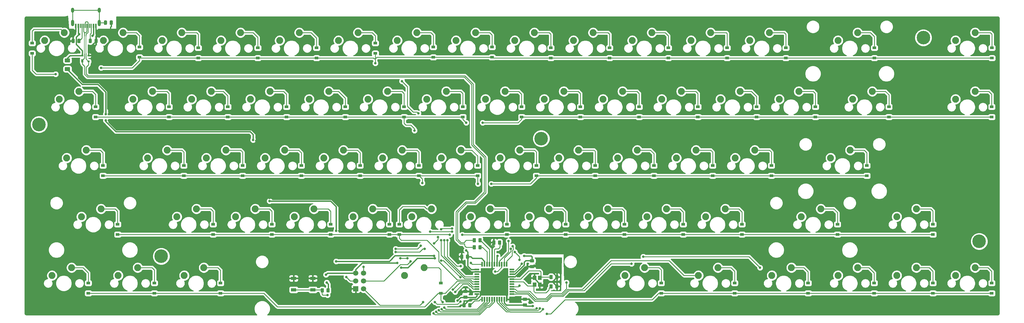
<source format=gbr>
G04 #@! TF.GenerationSoftware,KiCad,Pcbnew,(5.1.4)-1*
G04 #@! TF.CreationDate,2021-12-27T14:47:33+01:00*
G04 #@! TF.ProjectId,CrowMiniMk2,43726f77-4d69-46e6-994d-6b322e6b6963,rev?*
G04 #@! TF.SameCoordinates,Original*
G04 #@! TF.FileFunction,Copper,L2,Bot*
G04 #@! TF.FilePolarity,Positive*
%FSLAX46Y46*%
G04 Gerber Fmt 4.6, Leading zero omitted, Abs format (unit mm)*
G04 Created by KiCad (PCBNEW (5.1.4)-1) date 2021-12-27 14:47:33*
%MOMM*%
%LPD*%
G04 APERTURE LIST*
%ADD10C,2.250000*%
%ADD11R,1.200000X1.400000*%
%ADD12R,0.600000X1.450000*%
%ADD13R,0.300000X1.450000*%
%ADD14O,1.000000X2.100000*%
%ADD15O,1.000000X1.600000*%
%ADD16C,0.100000*%
%ADD17C,0.975000*%
%ADD18C,1.250000*%
%ADD19R,0.700000X1.000000*%
%ADD20R,0.700000X0.600000*%
%ADD21R,1.200000X0.900000*%
%ADD22C,4.400000*%
%ADD23R,1.500000X0.550000*%
%ADD24R,0.550000X1.500000*%
%ADD25R,1.800000X1.100000*%
%ADD26R,1.700000X1.700000*%
%ADD27C,1.700000*%
%ADD28C,0.800000*%
%ADD29C,0.381000*%
%ADD30C,0.250000*%
%ADD31C,0.200000*%
%ADD32C,0.254000*%
G04 APERTURE END LIST*
D10*
X40640000Y-39370000D03*
X34290000Y-41910000D03*
D11*
X175729000Y-121115000D03*
X175729000Y-118915000D03*
X174029000Y-118915000D03*
X174029000Y-121115000D03*
D12*
X31800000Y-37159000D03*
X25350000Y-37159000D03*
X31025000Y-37159000D03*
X26125000Y-37159000D03*
D13*
X26825000Y-37159000D03*
X30325000Y-37159000D03*
X27325000Y-37159000D03*
X29825000Y-37159000D03*
X27825000Y-37159000D03*
X29325000Y-37159000D03*
X28825000Y-37159000D03*
X28325000Y-37159000D03*
D14*
X24255000Y-36244000D03*
X32895000Y-36244000D03*
D15*
X24255000Y-32064000D03*
X32895000Y-32064000D03*
D16*
G36*
X154778142Y-108267174D02*
G01*
X154801803Y-108270684D01*
X154825007Y-108276496D01*
X154847529Y-108284554D01*
X154869153Y-108294782D01*
X154889670Y-108307079D01*
X154908883Y-108321329D01*
X154926607Y-108337393D01*
X154942671Y-108355117D01*
X154956921Y-108374330D01*
X154969218Y-108394847D01*
X154979446Y-108416471D01*
X154987504Y-108438993D01*
X154993316Y-108462197D01*
X154996826Y-108485858D01*
X154998000Y-108509750D01*
X154998000Y-109422250D01*
X154996826Y-109446142D01*
X154993316Y-109469803D01*
X154987504Y-109493007D01*
X154979446Y-109515529D01*
X154969218Y-109537153D01*
X154956921Y-109557670D01*
X154942671Y-109576883D01*
X154926607Y-109594607D01*
X154908883Y-109610671D01*
X154889670Y-109624921D01*
X154869153Y-109637218D01*
X154847529Y-109647446D01*
X154825007Y-109655504D01*
X154801803Y-109661316D01*
X154778142Y-109664826D01*
X154754250Y-109666000D01*
X154266750Y-109666000D01*
X154242858Y-109664826D01*
X154219197Y-109661316D01*
X154195993Y-109655504D01*
X154173471Y-109647446D01*
X154151847Y-109637218D01*
X154131330Y-109624921D01*
X154112117Y-109610671D01*
X154094393Y-109594607D01*
X154078329Y-109576883D01*
X154064079Y-109557670D01*
X154051782Y-109537153D01*
X154041554Y-109515529D01*
X154033496Y-109493007D01*
X154027684Y-109469803D01*
X154024174Y-109446142D01*
X154023000Y-109422250D01*
X154023000Y-108509750D01*
X154024174Y-108485858D01*
X154027684Y-108462197D01*
X154033496Y-108438993D01*
X154041554Y-108416471D01*
X154051782Y-108394847D01*
X154064079Y-108374330D01*
X154078329Y-108355117D01*
X154094393Y-108337393D01*
X154112117Y-108321329D01*
X154131330Y-108307079D01*
X154151847Y-108294782D01*
X154173471Y-108284554D01*
X154195993Y-108276496D01*
X154219197Y-108270684D01*
X154242858Y-108267174D01*
X154266750Y-108266000D01*
X154754250Y-108266000D01*
X154778142Y-108267174D01*
X154778142Y-108267174D01*
G37*
D17*
X154510500Y-108966000D03*
D16*
G36*
X156653142Y-108267174D02*
G01*
X156676803Y-108270684D01*
X156700007Y-108276496D01*
X156722529Y-108284554D01*
X156744153Y-108294782D01*
X156764670Y-108307079D01*
X156783883Y-108321329D01*
X156801607Y-108337393D01*
X156817671Y-108355117D01*
X156831921Y-108374330D01*
X156844218Y-108394847D01*
X156854446Y-108416471D01*
X156862504Y-108438993D01*
X156868316Y-108462197D01*
X156871826Y-108485858D01*
X156873000Y-108509750D01*
X156873000Y-109422250D01*
X156871826Y-109446142D01*
X156868316Y-109469803D01*
X156862504Y-109493007D01*
X156854446Y-109515529D01*
X156844218Y-109537153D01*
X156831921Y-109557670D01*
X156817671Y-109576883D01*
X156801607Y-109594607D01*
X156783883Y-109610671D01*
X156764670Y-109624921D01*
X156744153Y-109637218D01*
X156722529Y-109647446D01*
X156700007Y-109655504D01*
X156676803Y-109661316D01*
X156653142Y-109664826D01*
X156629250Y-109666000D01*
X156141750Y-109666000D01*
X156117858Y-109664826D01*
X156094197Y-109661316D01*
X156070993Y-109655504D01*
X156048471Y-109647446D01*
X156026847Y-109637218D01*
X156006330Y-109624921D01*
X155987117Y-109610671D01*
X155969393Y-109594607D01*
X155953329Y-109576883D01*
X155939079Y-109557670D01*
X155926782Y-109537153D01*
X155916554Y-109515529D01*
X155908496Y-109493007D01*
X155902684Y-109469803D01*
X155899174Y-109446142D01*
X155898000Y-109422250D01*
X155898000Y-108509750D01*
X155899174Y-108485858D01*
X155902684Y-108462197D01*
X155908496Y-108438993D01*
X155916554Y-108416471D01*
X155926782Y-108394847D01*
X155939079Y-108374330D01*
X155953329Y-108355117D01*
X155969393Y-108337393D01*
X155987117Y-108321329D01*
X156006330Y-108307079D01*
X156026847Y-108294782D01*
X156048471Y-108284554D01*
X156070993Y-108276496D01*
X156094197Y-108270684D01*
X156117858Y-108267174D01*
X156141750Y-108266000D01*
X156629250Y-108266000D01*
X156653142Y-108267174D01*
X156653142Y-108267174D01*
G37*
D17*
X156385500Y-108966000D03*
D16*
G36*
X154778142Y-105981174D02*
G01*
X154801803Y-105984684D01*
X154825007Y-105990496D01*
X154847529Y-105998554D01*
X154869153Y-106008782D01*
X154889670Y-106021079D01*
X154908883Y-106035329D01*
X154926607Y-106051393D01*
X154942671Y-106069117D01*
X154956921Y-106088330D01*
X154969218Y-106108847D01*
X154979446Y-106130471D01*
X154987504Y-106152993D01*
X154993316Y-106176197D01*
X154996826Y-106199858D01*
X154998000Y-106223750D01*
X154998000Y-107136250D01*
X154996826Y-107160142D01*
X154993316Y-107183803D01*
X154987504Y-107207007D01*
X154979446Y-107229529D01*
X154969218Y-107251153D01*
X154956921Y-107271670D01*
X154942671Y-107290883D01*
X154926607Y-107308607D01*
X154908883Y-107324671D01*
X154889670Y-107338921D01*
X154869153Y-107351218D01*
X154847529Y-107361446D01*
X154825007Y-107369504D01*
X154801803Y-107375316D01*
X154778142Y-107378826D01*
X154754250Y-107380000D01*
X154266750Y-107380000D01*
X154242858Y-107378826D01*
X154219197Y-107375316D01*
X154195993Y-107369504D01*
X154173471Y-107361446D01*
X154151847Y-107351218D01*
X154131330Y-107338921D01*
X154112117Y-107324671D01*
X154094393Y-107308607D01*
X154078329Y-107290883D01*
X154064079Y-107271670D01*
X154051782Y-107251153D01*
X154041554Y-107229529D01*
X154033496Y-107207007D01*
X154027684Y-107183803D01*
X154024174Y-107160142D01*
X154023000Y-107136250D01*
X154023000Y-106223750D01*
X154024174Y-106199858D01*
X154027684Y-106176197D01*
X154033496Y-106152993D01*
X154041554Y-106130471D01*
X154051782Y-106108847D01*
X154064079Y-106088330D01*
X154078329Y-106069117D01*
X154094393Y-106051393D01*
X154112117Y-106035329D01*
X154131330Y-106021079D01*
X154151847Y-106008782D01*
X154173471Y-105998554D01*
X154195993Y-105990496D01*
X154219197Y-105984684D01*
X154242858Y-105981174D01*
X154266750Y-105980000D01*
X154754250Y-105980000D01*
X154778142Y-105981174D01*
X154778142Y-105981174D01*
G37*
D17*
X154510500Y-106680000D03*
D16*
G36*
X156653142Y-105981174D02*
G01*
X156676803Y-105984684D01*
X156700007Y-105990496D01*
X156722529Y-105998554D01*
X156744153Y-106008782D01*
X156764670Y-106021079D01*
X156783883Y-106035329D01*
X156801607Y-106051393D01*
X156817671Y-106069117D01*
X156831921Y-106088330D01*
X156844218Y-106108847D01*
X156854446Y-106130471D01*
X156862504Y-106152993D01*
X156868316Y-106176197D01*
X156871826Y-106199858D01*
X156873000Y-106223750D01*
X156873000Y-107136250D01*
X156871826Y-107160142D01*
X156868316Y-107183803D01*
X156862504Y-107207007D01*
X156854446Y-107229529D01*
X156844218Y-107251153D01*
X156831921Y-107271670D01*
X156817671Y-107290883D01*
X156801607Y-107308607D01*
X156783883Y-107324671D01*
X156764670Y-107338921D01*
X156744153Y-107351218D01*
X156722529Y-107361446D01*
X156700007Y-107369504D01*
X156676803Y-107375316D01*
X156653142Y-107378826D01*
X156629250Y-107380000D01*
X156141750Y-107380000D01*
X156117858Y-107378826D01*
X156094197Y-107375316D01*
X156070993Y-107369504D01*
X156048471Y-107361446D01*
X156026847Y-107351218D01*
X156006330Y-107338921D01*
X155987117Y-107324671D01*
X155969393Y-107308607D01*
X155953329Y-107290883D01*
X155939079Y-107271670D01*
X155926782Y-107251153D01*
X155916554Y-107229529D01*
X155908496Y-107207007D01*
X155902684Y-107183803D01*
X155899174Y-107160142D01*
X155898000Y-107136250D01*
X155898000Y-106223750D01*
X155899174Y-106199858D01*
X155902684Y-106176197D01*
X155908496Y-106152993D01*
X155916554Y-106130471D01*
X155926782Y-106108847D01*
X155939079Y-106088330D01*
X155953329Y-106069117D01*
X155969393Y-106051393D01*
X155987117Y-106035329D01*
X156006330Y-106021079D01*
X156026847Y-106008782D01*
X156048471Y-105998554D01*
X156070993Y-105990496D01*
X156094197Y-105984684D01*
X156117858Y-105981174D01*
X156141750Y-105980000D01*
X156629250Y-105980000D01*
X156653142Y-105981174D01*
X156653142Y-105981174D01*
G37*
D17*
X156385500Y-106680000D03*
D16*
G36*
X161128142Y-106743174D02*
G01*
X161151803Y-106746684D01*
X161175007Y-106752496D01*
X161197529Y-106760554D01*
X161219153Y-106770782D01*
X161239670Y-106783079D01*
X161258883Y-106797329D01*
X161276607Y-106813393D01*
X161292671Y-106831117D01*
X161306921Y-106850330D01*
X161319218Y-106870847D01*
X161329446Y-106892471D01*
X161337504Y-106914993D01*
X161343316Y-106938197D01*
X161346826Y-106961858D01*
X161348000Y-106985750D01*
X161348000Y-107898250D01*
X161346826Y-107922142D01*
X161343316Y-107945803D01*
X161337504Y-107969007D01*
X161329446Y-107991529D01*
X161319218Y-108013153D01*
X161306921Y-108033670D01*
X161292671Y-108052883D01*
X161276607Y-108070607D01*
X161258883Y-108086671D01*
X161239670Y-108100921D01*
X161219153Y-108113218D01*
X161197529Y-108123446D01*
X161175007Y-108131504D01*
X161151803Y-108137316D01*
X161128142Y-108140826D01*
X161104250Y-108142000D01*
X160616750Y-108142000D01*
X160592858Y-108140826D01*
X160569197Y-108137316D01*
X160545993Y-108131504D01*
X160523471Y-108123446D01*
X160501847Y-108113218D01*
X160481330Y-108100921D01*
X160462117Y-108086671D01*
X160444393Y-108070607D01*
X160428329Y-108052883D01*
X160414079Y-108033670D01*
X160401782Y-108013153D01*
X160391554Y-107991529D01*
X160383496Y-107969007D01*
X160377684Y-107945803D01*
X160374174Y-107922142D01*
X160373000Y-107898250D01*
X160373000Y-106985750D01*
X160374174Y-106961858D01*
X160377684Y-106938197D01*
X160383496Y-106914993D01*
X160391554Y-106892471D01*
X160401782Y-106870847D01*
X160414079Y-106850330D01*
X160428329Y-106831117D01*
X160444393Y-106813393D01*
X160462117Y-106797329D01*
X160481330Y-106783079D01*
X160501847Y-106770782D01*
X160523471Y-106760554D01*
X160545993Y-106752496D01*
X160569197Y-106746684D01*
X160592858Y-106743174D01*
X160616750Y-106742000D01*
X161104250Y-106742000D01*
X161128142Y-106743174D01*
X161128142Y-106743174D01*
G37*
D17*
X160860500Y-107442000D03*
D16*
G36*
X163003142Y-106743174D02*
G01*
X163026803Y-106746684D01*
X163050007Y-106752496D01*
X163072529Y-106760554D01*
X163094153Y-106770782D01*
X163114670Y-106783079D01*
X163133883Y-106797329D01*
X163151607Y-106813393D01*
X163167671Y-106831117D01*
X163181921Y-106850330D01*
X163194218Y-106870847D01*
X163204446Y-106892471D01*
X163212504Y-106914993D01*
X163218316Y-106938197D01*
X163221826Y-106961858D01*
X163223000Y-106985750D01*
X163223000Y-107898250D01*
X163221826Y-107922142D01*
X163218316Y-107945803D01*
X163212504Y-107969007D01*
X163204446Y-107991529D01*
X163194218Y-108013153D01*
X163181921Y-108033670D01*
X163167671Y-108052883D01*
X163151607Y-108070607D01*
X163133883Y-108086671D01*
X163114670Y-108100921D01*
X163094153Y-108113218D01*
X163072529Y-108123446D01*
X163050007Y-108131504D01*
X163026803Y-108137316D01*
X163003142Y-108140826D01*
X162979250Y-108142000D01*
X162491750Y-108142000D01*
X162467858Y-108140826D01*
X162444197Y-108137316D01*
X162420993Y-108131504D01*
X162398471Y-108123446D01*
X162376847Y-108113218D01*
X162356330Y-108100921D01*
X162337117Y-108086671D01*
X162319393Y-108070607D01*
X162303329Y-108052883D01*
X162289079Y-108033670D01*
X162276782Y-108013153D01*
X162266554Y-107991529D01*
X162258496Y-107969007D01*
X162252684Y-107945803D01*
X162249174Y-107922142D01*
X162248000Y-107898250D01*
X162248000Y-106985750D01*
X162249174Y-106961858D01*
X162252684Y-106938197D01*
X162258496Y-106914993D01*
X162266554Y-106892471D01*
X162276782Y-106870847D01*
X162289079Y-106850330D01*
X162303329Y-106831117D01*
X162319393Y-106813393D01*
X162337117Y-106797329D01*
X162356330Y-106783079D01*
X162376847Y-106770782D01*
X162398471Y-106760554D01*
X162420993Y-106752496D01*
X162444197Y-106746684D01*
X162467858Y-106743174D01*
X162491750Y-106742000D01*
X162979250Y-106742000D01*
X163003142Y-106743174D01*
X163003142Y-106743174D01*
G37*
D17*
X162735500Y-107442000D03*
D16*
G36*
X150714142Y-111315174D02*
G01*
X150737803Y-111318684D01*
X150761007Y-111324496D01*
X150783529Y-111332554D01*
X150805153Y-111342782D01*
X150825670Y-111355079D01*
X150844883Y-111369329D01*
X150862607Y-111385393D01*
X150878671Y-111403117D01*
X150892921Y-111422330D01*
X150905218Y-111442847D01*
X150915446Y-111464471D01*
X150923504Y-111486993D01*
X150929316Y-111510197D01*
X150932826Y-111533858D01*
X150934000Y-111557750D01*
X150934000Y-112470250D01*
X150932826Y-112494142D01*
X150929316Y-112517803D01*
X150923504Y-112541007D01*
X150915446Y-112563529D01*
X150905218Y-112585153D01*
X150892921Y-112605670D01*
X150878671Y-112624883D01*
X150862607Y-112642607D01*
X150844883Y-112658671D01*
X150825670Y-112672921D01*
X150805153Y-112685218D01*
X150783529Y-112695446D01*
X150761007Y-112703504D01*
X150737803Y-112709316D01*
X150714142Y-112712826D01*
X150690250Y-112714000D01*
X150202750Y-112714000D01*
X150178858Y-112712826D01*
X150155197Y-112709316D01*
X150131993Y-112703504D01*
X150109471Y-112695446D01*
X150087847Y-112685218D01*
X150067330Y-112672921D01*
X150048117Y-112658671D01*
X150030393Y-112642607D01*
X150014329Y-112624883D01*
X150000079Y-112605670D01*
X149987782Y-112585153D01*
X149977554Y-112563529D01*
X149969496Y-112541007D01*
X149963684Y-112517803D01*
X149960174Y-112494142D01*
X149959000Y-112470250D01*
X149959000Y-111557750D01*
X149960174Y-111533858D01*
X149963684Y-111510197D01*
X149969496Y-111486993D01*
X149977554Y-111464471D01*
X149987782Y-111442847D01*
X150000079Y-111422330D01*
X150014329Y-111403117D01*
X150030393Y-111385393D01*
X150048117Y-111369329D01*
X150067330Y-111355079D01*
X150087847Y-111342782D01*
X150109471Y-111332554D01*
X150131993Y-111324496D01*
X150155197Y-111318684D01*
X150178858Y-111315174D01*
X150202750Y-111314000D01*
X150690250Y-111314000D01*
X150714142Y-111315174D01*
X150714142Y-111315174D01*
G37*
D17*
X150446500Y-112014000D03*
D16*
G36*
X152589142Y-111315174D02*
G01*
X152612803Y-111318684D01*
X152636007Y-111324496D01*
X152658529Y-111332554D01*
X152680153Y-111342782D01*
X152700670Y-111355079D01*
X152719883Y-111369329D01*
X152737607Y-111385393D01*
X152753671Y-111403117D01*
X152767921Y-111422330D01*
X152780218Y-111442847D01*
X152790446Y-111464471D01*
X152798504Y-111486993D01*
X152804316Y-111510197D01*
X152807826Y-111533858D01*
X152809000Y-111557750D01*
X152809000Y-112470250D01*
X152807826Y-112494142D01*
X152804316Y-112517803D01*
X152798504Y-112541007D01*
X152790446Y-112563529D01*
X152780218Y-112585153D01*
X152767921Y-112605670D01*
X152753671Y-112624883D01*
X152737607Y-112642607D01*
X152719883Y-112658671D01*
X152700670Y-112672921D01*
X152680153Y-112685218D01*
X152658529Y-112695446D01*
X152636007Y-112703504D01*
X152612803Y-112709316D01*
X152589142Y-112712826D01*
X152565250Y-112714000D01*
X152077750Y-112714000D01*
X152053858Y-112712826D01*
X152030197Y-112709316D01*
X152006993Y-112703504D01*
X151984471Y-112695446D01*
X151962847Y-112685218D01*
X151942330Y-112672921D01*
X151923117Y-112658671D01*
X151905393Y-112642607D01*
X151889329Y-112624883D01*
X151875079Y-112605670D01*
X151862782Y-112585153D01*
X151852554Y-112563529D01*
X151844496Y-112541007D01*
X151838684Y-112517803D01*
X151835174Y-112494142D01*
X151834000Y-112470250D01*
X151834000Y-111557750D01*
X151835174Y-111533858D01*
X151838684Y-111510197D01*
X151844496Y-111486993D01*
X151852554Y-111464471D01*
X151862782Y-111442847D01*
X151875079Y-111422330D01*
X151889329Y-111403117D01*
X151905393Y-111385393D01*
X151923117Y-111369329D01*
X151942330Y-111355079D01*
X151962847Y-111342782D01*
X151984471Y-111332554D01*
X152006993Y-111324496D01*
X152030197Y-111318684D01*
X152053858Y-111315174D01*
X152077750Y-111314000D01*
X152565250Y-111314000D01*
X152589142Y-111315174D01*
X152589142Y-111315174D01*
G37*
D17*
X152321500Y-112014000D03*
D16*
G36*
X173708142Y-114751174D02*
G01*
X173731803Y-114754684D01*
X173755007Y-114760496D01*
X173777529Y-114768554D01*
X173799153Y-114778782D01*
X173819670Y-114791079D01*
X173838883Y-114805329D01*
X173856607Y-114821393D01*
X173872671Y-114839117D01*
X173886921Y-114858330D01*
X173899218Y-114878847D01*
X173909446Y-114900471D01*
X173917504Y-114922993D01*
X173923316Y-114946197D01*
X173926826Y-114969858D01*
X173928000Y-114993750D01*
X173928000Y-115481250D01*
X173926826Y-115505142D01*
X173923316Y-115528803D01*
X173917504Y-115552007D01*
X173909446Y-115574529D01*
X173899218Y-115596153D01*
X173886921Y-115616670D01*
X173872671Y-115635883D01*
X173856607Y-115653607D01*
X173838883Y-115669671D01*
X173819670Y-115683921D01*
X173799153Y-115696218D01*
X173777529Y-115706446D01*
X173755007Y-115714504D01*
X173731803Y-115720316D01*
X173708142Y-115723826D01*
X173684250Y-115725000D01*
X172771750Y-115725000D01*
X172747858Y-115723826D01*
X172724197Y-115720316D01*
X172700993Y-115714504D01*
X172678471Y-115706446D01*
X172656847Y-115696218D01*
X172636330Y-115683921D01*
X172617117Y-115669671D01*
X172599393Y-115653607D01*
X172583329Y-115635883D01*
X172569079Y-115616670D01*
X172556782Y-115596153D01*
X172546554Y-115574529D01*
X172538496Y-115552007D01*
X172532684Y-115528803D01*
X172529174Y-115505142D01*
X172528000Y-115481250D01*
X172528000Y-114993750D01*
X172529174Y-114969858D01*
X172532684Y-114946197D01*
X172538496Y-114922993D01*
X172546554Y-114900471D01*
X172556782Y-114878847D01*
X172569079Y-114858330D01*
X172583329Y-114839117D01*
X172599393Y-114821393D01*
X172617117Y-114805329D01*
X172636330Y-114791079D01*
X172656847Y-114778782D01*
X172678471Y-114768554D01*
X172700993Y-114760496D01*
X172724197Y-114754684D01*
X172747858Y-114751174D01*
X172771750Y-114750000D01*
X173684250Y-114750000D01*
X173708142Y-114751174D01*
X173708142Y-114751174D01*
G37*
D17*
X173228000Y-115237500D03*
D16*
G36*
X173708142Y-112876174D02*
G01*
X173731803Y-112879684D01*
X173755007Y-112885496D01*
X173777529Y-112893554D01*
X173799153Y-112903782D01*
X173819670Y-112916079D01*
X173838883Y-112930329D01*
X173856607Y-112946393D01*
X173872671Y-112964117D01*
X173886921Y-112983330D01*
X173899218Y-113003847D01*
X173909446Y-113025471D01*
X173917504Y-113047993D01*
X173923316Y-113071197D01*
X173926826Y-113094858D01*
X173928000Y-113118750D01*
X173928000Y-113606250D01*
X173926826Y-113630142D01*
X173923316Y-113653803D01*
X173917504Y-113677007D01*
X173909446Y-113699529D01*
X173899218Y-113721153D01*
X173886921Y-113741670D01*
X173872671Y-113760883D01*
X173856607Y-113778607D01*
X173838883Y-113794671D01*
X173819670Y-113808921D01*
X173799153Y-113821218D01*
X173777529Y-113831446D01*
X173755007Y-113839504D01*
X173731803Y-113845316D01*
X173708142Y-113848826D01*
X173684250Y-113850000D01*
X172771750Y-113850000D01*
X172747858Y-113848826D01*
X172724197Y-113845316D01*
X172700993Y-113839504D01*
X172678471Y-113831446D01*
X172656847Y-113821218D01*
X172636330Y-113808921D01*
X172617117Y-113794671D01*
X172599393Y-113778607D01*
X172583329Y-113760883D01*
X172569079Y-113741670D01*
X172556782Y-113721153D01*
X172546554Y-113699529D01*
X172538496Y-113677007D01*
X172532684Y-113653803D01*
X172529174Y-113630142D01*
X172528000Y-113606250D01*
X172528000Y-113118750D01*
X172529174Y-113094858D01*
X172532684Y-113071197D01*
X172538496Y-113047993D01*
X172546554Y-113025471D01*
X172556782Y-113003847D01*
X172569079Y-112983330D01*
X172583329Y-112964117D01*
X172599393Y-112946393D01*
X172617117Y-112930329D01*
X172636330Y-112916079D01*
X172656847Y-112903782D01*
X172678471Y-112893554D01*
X172700993Y-112885496D01*
X172724197Y-112879684D01*
X172747858Y-112876174D01*
X172771750Y-112875000D01*
X173684250Y-112875000D01*
X173708142Y-112876174D01*
X173708142Y-112876174D01*
G37*
D17*
X173228000Y-113362500D03*
D16*
G36*
X181545142Y-120967174D02*
G01*
X181568803Y-120970684D01*
X181592007Y-120976496D01*
X181614529Y-120984554D01*
X181636153Y-120994782D01*
X181656670Y-121007079D01*
X181675883Y-121021329D01*
X181693607Y-121037393D01*
X181709671Y-121055117D01*
X181723921Y-121074330D01*
X181736218Y-121094847D01*
X181746446Y-121116471D01*
X181754504Y-121138993D01*
X181760316Y-121162197D01*
X181763826Y-121185858D01*
X181765000Y-121209750D01*
X181765000Y-122122250D01*
X181763826Y-122146142D01*
X181760316Y-122169803D01*
X181754504Y-122193007D01*
X181746446Y-122215529D01*
X181736218Y-122237153D01*
X181723921Y-122257670D01*
X181709671Y-122276883D01*
X181693607Y-122294607D01*
X181675883Y-122310671D01*
X181656670Y-122324921D01*
X181636153Y-122337218D01*
X181614529Y-122347446D01*
X181592007Y-122355504D01*
X181568803Y-122361316D01*
X181545142Y-122364826D01*
X181521250Y-122366000D01*
X181033750Y-122366000D01*
X181009858Y-122364826D01*
X180986197Y-122361316D01*
X180962993Y-122355504D01*
X180940471Y-122347446D01*
X180918847Y-122337218D01*
X180898330Y-122324921D01*
X180879117Y-122310671D01*
X180861393Y-122294607D01*
X180845329Y-122276883D01*
X180831079Y-122257670D01*
X180818782Y-122237153D01*
X180808554Y-122215529D01*
X180800496Y-122193007D01*
X180794684Y-122169803D01*
X180791174Y-122146142D01*
X180790000Y-122122250D01*
X180790000Y-121209750D01*
X180791174Y-121185858D01*
X180794684Y-121162197D01*
X180800496Y-121138993D01*
X180808554Y-121116471D01*
X180818782Y-121094847D01*
X180831079Y-121074330D01*
X180845329Y-121055117D01*
X180861393Y-121037393D01*
X180879117Y-121021329D01*
X180898330Y-121007079D01*
X180918847Y-120994782D01*
X180940471Y-120984554D01*
X180962993Y-120976496D01*
X180986197Y-120970684D01*
X181009858Y-120967174D01*
X181033750Y-120966000D01*
X181521250Y-120966000D01*
X181545142Y-120967174D01*
X181545142Y-120967174D01*
G37*
D17*
X181277500Y-121666000D03*
D16*
G36*
X179670142Y-120967174D02*
G01*
X179693803Y-120970684D01*
X179717007Y-120976496D01*
X179739529Y-120984554D01*
X179761153Y-120994782D01*
X179781670Y-121007079D01*
X179800883Y-121021329D01*
X179818607Y-121037393D01*
X179834671Y-121055117D01*
X179848921Y-121074330D01*
X179861218Y-121094847D01*
X179871446Y-121116471D01*
X179879504Y-121138993D01*
X179885316Y-121162197D01*
X179888826Y-121185858D01*
X179890000Y-121209750D01*
X179890000Y-122122250D01*
X179888826Y-122146142D01*
X179885316Y-122169803D01*
X179879504Y-122193007D01*
X179871446Y-122215529D01*
X179861218Y-122237153D01*
X179848921Y-122257670D01*
X179834671Y-122276883D01*
X179818607Y-122294607D01*
X179800883Y-122310671D01*
X179781670Y-122324921D01*
X179761153Y-122337218D01*
X179739529Y-122347446D01*
X179717007Y-122355504D01*
X179693803Y-122361316D01*
X179670142Y-122364826D01*
X179646250Y-122366000D01*
X179158750Y-122366000D01*
X179134858Y-122364826D01*
X179111197Y-122361316D01*
X179087993Y-122355504D01*
X179065471Y-122347446D01*
X179043847Y-122337218D01*
X179023330Y-122324921D01*
X179004117Y-122310671D01*
X178986393Y-122294607D01*
X178970329Y-122276883D01*
X178956079Y-122257670D01*
X178943782Y-122237153D01*
X178933554Y-122215529D01*
X178925496Y-122193007D01*
X178919684Y-122169803D01*
X178916174Y-122146142D01*
X178915000Y-122122250D01*
X178915000Y-121209750D01*
X178916174Y-121185858D01*
X178919684Y-121162197D01*
X178925496Y-121138993D01*
X178933554Y-121116471D01*
X178943782Y-121094847D01*
X178956079Y-121074330D01*
X178970329Y-121055117D01*
X178986393Y-121037393D01*
X179004117Y-121021329D01*
X179023330Y-121007079D01*
X179043847Y-120994782D01*
X179065471Y-120984554D01*
X179087993Y-120976496D01*
X179111197Y-120970684D01*
X179134858Y-120967174D01*
X179158750Y-120966000D01*
X179646250Y-120966000D01*
X179670142Y-120967174D01*
X179670142Y-120967174D01*
G37*
D17*
X179402500Y-121666000D03*
D16*
G36*
X181545142Y-117919174D02*
G01*
X181568803Y-117922684D01*
X181592007Y-117928496D01*
X181614529Y-117936554D01*
X181636153Y-117946782D01*
X181656670Y-117959079D01*
X181675883Y-117973329D01*
X181693607Y-117989393D01*
X181709671Y-118007117D01*
X181723921Y-118026330D01*
X181736218Y-118046847D01*
X181746446Y-118068471D01*
X181754504Y-118090993D01*
X181760316Y-118114197D01*
X181763826Y-118137858D01*
X181765000Y-118161750D01*
X181765000Y-119074250D01*
X181763826Y-119098142D01*
X181760316Y-119121803D01*
X181754504Y-119145007D01*
X181746446Y-119167529D01*
X181736218Y-119189153D01*
X181723921Y-119209670D01*
X181709671Y-119228883D01*
X181693607Y-119246607D01*
X181675883Y-119262671D01*
X181656670Y-119276921D01*
X181636153Y-119289218D01*
X181614529Y-119299446D01*
X181592007Y-119307504D01*
X181568803Y-119313316D01*
X181545142Y-119316826D01*
X181521250Y-119318000D01*
X181033750Y-119318000D01*
X181009858Y-119316826D01*
X180986197Y-119313316D01*
X180962993Y-119307504D01*
X180940471Y-119299446D01*
X180918847Y-119289218D01*
X180898330Y-119276921D01*
X180879117Y-119262671D01*
X180861393Y-119246607D01*
X180845329Y-119228883D01*
X180831079Y-119209670D01*
X180818782Y-119189153D01*
X180808554Y-119167529D01*
X180800496Y-119145007D01*
X180794684Y-119121803D01*
X180791174Y-119098142D01*
X180790000Y-119074250D01*
X180790000Y-118161750D01*
X180791174Y-118137858D01*
X180794684Y-118114197D01*
X180800496Y-118090993D01*
X180808554Y-118068471D01*
X180818782Y-118046847D01*
X180831079Y-118026330D01*
X180845329Y-118007117D01*
X180861393Y-117989393D01*
X180879117Y-117973329D01*
X180898330Y-117959079D01*
X180918847Y-117946782D01*
X180940471Y-117936554D01*
X180962993Y-117928496D01*
X180986197Y-117922684D01*
X181009858Y-117919174D01*
X181033750Y-117918000D01*
X181521250Y-117918000D01*
X181545142Y-117919174D01*
X181545142Y-117919174D01*
G37*
D17*
X181277500Y-118618000D03*
D16*
G36*
X179670142Y-117919174D02*
G01*
X179693803Y-117922684D01*
X179717007Y-117928496D01*
X179739529Y-117936554D01*
X179761153Y-117946782D01*
X179781670Y-117959079D01*
X179800883Y-117973329D01*
X179818607Y-117989393D01*
X179834671Y-118007117D01*
X179848921Y-118026330D01*
X179861218Y-118046847D01*
X179871446Y-118068471D01*
X179879504Y-118090993D01*
X179885316Y-118114197D01*
X179888826Y-118137858D01*
X179890000Y-118161750D01*
X179890000Y-119074250D01*
X179888826Y-119098142D01*
X179885316Y-119121803D01*
X179879504Y-119145007D01*
X179871446Y-119167529D01*
X179861218Y-119189153D01*
X179848921Y-119209670D01*
X179834671Y-119228883D01*
X179818607Y-119246607D01*
X179800883Y-119262671D01*
X179781670Y-119276921D01*
X179761153Y-119289218D01*
X179739529Y-119299446D01*
X179717007Y-119307504D01*
X179693803Y-119313316D01*
X179670142Y-119316826D01*
X179646250Y-119318000D01*
X179158750Y-119318000D01*
X179134858Y-119316826D01*
X179111197Y-119313316D01*
X179087993Y-119307504D01*
X179065471Y-119299446D01*
X179043847Y-119289218D01*
X179023330Y-119276921D01*
X179004117Y-119262671D01*
X178986393Y-119246607D01*
X178970329Y-119228883D01*
X178956079Y-119209670D01*
X178943782Y-119189153D01*
X178933554Y-119167529D01*
X178925496Y-119145007D01*
X178919684Y-119121803D01*
X178916174Y-119098142D01*
X178915000Y-119074250D01*
X178915000Y-118161750D01*
X178916174Y-118137858D01*
X178919684Y-118114197D01*
X178925496Y-118090993D01*
X178933554Y-118068471D01*
X178943782Y-118046847D01*
X178956079Y-118026330D01*
X178970329Y-118007117D01*
X178986393Y-117989393D01*
X179004117Y-117973329D01*
X179023330Y-117959079D01*
X179043847Y-117946782D01*
X179065471Y-117936554D01*
X179087993Y-117928496D01*
X179111197Y-117922684D01*
X179134858Y-117919174D01*
X179158750Y-117918000D01*
X179646250Y-117918000D01*
X179670142Y-117919174D01*
X179670142Y-117919174D01*
G37*
D17*
X179402500Y-118618000D03*
D16*
G36*
X171422142Y-125322174D02*
G01*
X171445803Y-125325684D01*
X171469007Y-125331496D01*
X171491529Y-125339554D01*
X171513153Y-125349782D01*
X171533670Y-125362079D01*
X171552883Y-125376329D01*
X171570607Y-125392393D01*
X171586671Y-125410117D01*
X171600921Y-125429330D01*
X171613218Y-125449847D01*
X171623446Y-125471471D01*
X171631504Y-125493993D01*
X171637316Y-125517197D01*
X171640826Y-125540858D01*
X171642000Y-125564750D01*
X171642000Y-126052250D01*
X171640826Y-126076142D01*
X171637316Y-126099803D01*
X171631504Y-126123007D01*
X171623446Y-126145529D01*
X171613218Y-126167153D01*
X171600921Y-126187670D01*
X171586671Y-126206883D01*
X171570607Y-126224607D01*
X171552883Y-126240671D01*
X171533670Y-126254921D01*
X171513153Y-126267218D01*
X171491529Y-126277446D01*
X171469007Y-126285504D01*
X171445803Y-126291316D01*
X171422142Y-126294826D01*
X171398250Y-126296000D01*
X170485750Y-126296000D01*
X170461858Y-126294826D01*
X170438197Y-126291316D01*
X170414993Y-126285504D01*
X170392471Y-126277446D01*
X170370847Y-126267218D01*
X170350330Y-126254921D01*
X170331117Y-126240671D01*
X170313393Y-126224607D01*
X170297329Y-126206883D01*
X170283079Y-126187670D01*
X170270782Y-126167153D01*
X170260554Y-126145529D01*
X170252496Y-126123007D01*
X170246684Y-126099803D01*
X170243174Y-126076142D01*
X170242000Y-126052250D01*
X170242000Y-125564750D01*
X170243174Y-125540858D01*
X170246684Y-125517197D01*
X170252496Y-125493993D01*
X170260554Y-125471471D01*
X170270782Y-125449847D01*
X170283079Y-125429330D01*
X170297329Y-125410117D01*
X170313393Y-125392393D01*
X170331117Y-125376329D01*
X170350330Y-125362079D01*
X170370847Y-125349782D01*
X170392471Y-125339554D01*
X170414993Y-125331496D01*
X170438197Y-125325684D01*
X170461858Y-125322174D01*
X170485750Y-125321000D01*
X171398250Y-125321000D01*
X171422142Y-125322174D01*
X171422142Y-125322174D01*
G37*
D17*
X170942000Y-125808500D03*
D16*
G36*
X171422142Y-127197174D02*
G01*
X171445803Y-127200684D01*
X171469007Y-127206496D01*
X171491529Y-127214554D01*
X171513153Y-127224782D01*
X171533670Y-127237079D01*
X171552883Y-127251329D01*
X171570607Y-127267393D01*
X171586671Y-127285117D01*
X171600921Y-127304330D01*
X171613218Y-127324847D01*
X171623446Y-127346471D01*
X171631504Y-127368993D01*
X171637316Y-127392197D01*
X171640826Y-127415858D01*
X171642000Y-127439750D01*
X171642000Y-127927250D01*
X171640826Y-127951142D01*
X171637316Y-127974803D01*
X171631504Y-127998007D01*
X171623446Y-128020529D01*
X171613218Y-128042153D01*
X171600921Y-128062670D01*
X171586671Y-128081883D01*
X171570607Y-128099607D01*
X171552883Y-128115671D01*
X171533670Y-128129921D01*
X171513153Y-128142218D01*
X171491529Y-128152446D01*
X171469007Y-128160504D01*
X171445803Y-128166316D01*
X171422142Y-128169826D01*
X171398250Y-128171000D01*
X170485750Y-128171000D01*
X170461858Y-128169826D01*
X170438197Y-128166316D01*
X170414993Y-128160504D01*
X170392471Y-128152446D01*
X170370847Y-128142218D01*
X170350330Y-128129921D01*
X170331117Y-128115671D01*
X170313393Y-128099607D01*
X170297329Y-128081883D01*
X170283079Y-128062670D01*
X170270782Y-128042153D01*
X170260554Y-128020529D01*
X170252496Y-127998007D01*
X170246684Y-127974803D01*
X170243174Y-127951142D01*
X170242000Y-127927250D01*
X170242000Y-127439750D01*
X170243174Y-127415858D01*
X170246684Y-127392197D01*
X170252496Y-127368993D01*
X170260554Y-127346471D01*
X170270782Y-127324847D01*
X170283079Y-127304330D01*
X170297329Y-127285117D01*
X170313393Y-127267393D01*
X170331117Y-127251329D01*
X170350330Y-127237079D01*
X170370847Y-127224782D01*
X170392471Y-127214554D01*
X170414993Y-127206496D01*
X170438197Y-127200684D01*
X170461858Y-127197174D01*
X170485750Y-127196000D01*
X171398250Y-127196000D01*
X171422142Y-127197174D01*
X171422142Y-127197174D01*
G37*
D17*
X170942000Y-127683500D03*
D16*
G36*
X153351142Y-127063174D02*
G01*
X153374803Y-127066684D01*
X153398007Y-127072496D01*
X153420529Y-127080554D01*
X153442153Y-127090782D01*
X153462670Y-127103079D01*
X153481883Y-127117329D01*
X153499607Y-127133393D01*
X153515671Y-127151117D01*
X153529921Y-127170330D01*
X153542218Y-127190847D01*
X153552446Y-127212471D01*
X153560504Y-127234993D01*
X153566316Y-127258197D01*
X153569826Y-127281858D01*
X153571000Y-127305750D01*
X153571000Y-128218250D01*
X153569826Y-128242142D01*
X153566316Y-128265803D01*
X153560504Y-128289007D01*
X153552446Y-128311529D01*
X153542218Y-128333153D01*
X153529921Y-128353670D01*
X153515671Y-128372883D01*
X153499607Y-128390607D01*
X153481883Y-128406671D01*
X153462670Y-128420921D01*
X153442153Y-128433218D01*
X153420529Y-128443446D01*
X153398007Y-128451504D01*
X153374803Y-128457316D01*
X153351142Y-128460826D01*
X153327250Y-128462000D01*
X152839750Y-128462000D01*
X152815858Y-128460826D01*
X152792197Y-128457316D01*
X152768993Y-128451504D01*
X152746471Y-128443446D01*
X152724847Y-128433218D01*
X152704330Y-128420921D01*
X152685117Y-128406671D01*
X152667393Y-128390607D01*
X152651329Y-128372883D01*
X152637079Y-128353670D01*
X152624782Y-128333153D01*
X152614554Y-128311529D01*
X152606496Y-128289007D01*
X152600684Y-128265803D01*
X152597174Y-128242142D01*
X152596000Y-128218250D01*
X152596000Y-127305750D01*
X152597174Y-127281858D01*
X152600684Y-127258197D01*
X152606496Y-127234993D01*
X152614554Y-127212471D01*
X152624782Y-127190847D01*
X152637079Y-127170330D01*
X152651329Y-127151117D01*
X152667393Y-127133393D01*
X152685117Y-127117329D01*
X152704330Y-127103079D01*
X152724847Y-127090782D01*
X152746471Y-127080554D01*
X152768993Y-127072496D01*
X152792197Y-127066684D01*
X152815858Y-127063174D01*
X152839750Y-127062000D01*
X153327250Y-127062000D01*
X153351142Y-127063174D01*
X153351142Y-127063174D01*
G37*
D17*
X153083500Y-127762000D03*
D16*
G36*
X151476142Y-127063174D02*
G01*
X151499803Y-127066684D01*
X151523007Y-127072496D01*
X151545529Y-127080554D01*
X151567153Y-127090782D01*
X151587670Y-127103079D01*
X151606883Y-127117329D01*
X151624607Y-127133393D01*
X151640671Y-127151117D01*
X151654921Y-127170330D01*
X151667218Y-127190847D01*
X151677446Y-127212471D01*
X151685504Y-127234993D01*
X151691316Y-127258197D01*
X151694826Y-127281858D01*
X151696000Y-127305750D01*
X151696000Y-128218250D01*
X151694826Y-128242142D01*
X151691316Y-128265803D01*
X151685504Y-128289007D01*
X151677446Y-128311529D01*
X151667218Y-128333153D01*
X151654921Y-128353670D01*
X151640671Y-128372883D01*
X151624607Y-128390607D01*
X151606883Y-128406671D01*
X151587670Y-128420921D01*
X151567153Y-128433218D01*
X151545529Y-128443446D01*
X151523007Y-128451504D01*
X151499803Y-128457316D01*
X151476142Y-128460826D01*
X151452250Y-128462000D01*
X150964750Y-128462000D01*
X150940858Y-128460826D01*
X150917197Y-128457316D01*
X150893993Y-128451504D01*
X150871471Y-128443446D01*
X150849847Y-128433218D01*
X150829330Y-128420921D01*
X150810117Y-128406671D01*
X150792393Y-128390607D01*
X150776329Y-128372883D01*
X150762079Y-128353670D01*
X150749782Y-128333153D01*
X150739554Y-128311529D01*
X150731496Y-128289007D01*
X150725684Y-128265803D01*
X150722174Y-128242142D01*
X150721000Y-128218250D01*
X150721000Y-127305750D01*
X150722174Y-127281858D01*
X150725684Y-127258197D01*
X150731496Y-127234993D01*
X150739554Y-127212471D01*
X150749782Y-127190847D01*
X150762079Y-127170330D01*
X150776329Y-127151117D01*
X150792393Y-127133393D01*
X150810117Y-127117329D01*
X150829330Y-127103079D01*
X150849847Y-127090782D01*
X150871471Y-127080554D01*
X150893993Y-127072496D01*
X150917197Y-127066684D01*
X150940858Y-127063174D01*
X150964750Y-127062000D01*
X151452250Y-127062000D01*
X151476142Y-127063174D01*
X151476142Y-127063174D01*
G37*
D17*
X151208500Y-127762000D03*
D16*
G36*
X152118142Y-122782174D02*
G01*
X152141803Y-122785684D01*
X152165007Y-122791496D01*
X152187529Y-122799554D01*
X152209153Y-122809782D01*
X152229670Y-122822079D01*
X152248883Y-122836329D01*
X152266607Y-122852393D01*
X152282671Y-122870117D01*
X152296921Y-122889330D01*
X152309218Y-122909847D01*
X152319446Y-122931471D01*
X152327504Y-122953993D01*
X152333316Y-122977197D01*
X152336826Y-123000858D01*
X152338000Y-123024750D01*
X152338000Y-123512250D01*
X152336826Y-123536142D01*
X152333316Y-123559803D01*
X152327504Y-123583007D01*
X152319446Y-123605529D01*
X152309218Y-123627153D01*
X152296921Y-123647670D01*
X152282671Y-123666883D01*
X152266607Y-123684607D01*
X152248883Y-123700671D01*
X152229670Y-123714921D01*
X152209153Y-123727218D01*
X152187529Y-123737446D01*
X152165007Y-123745504D01*
X152141803Y-123751316D01*
X152118142Y-123754826D01*
X152094250Y-123756000D01*
X151181750Y-123756000D01*
X151157858Y-123754826D01*
X151134197Y-123751316D01*
X151110993Y-123745504D01*
X151088471Y-123737446D01*
X151066847Y-123727218D01*
X151046330Y-123714921D01*
X151027117Y-123700671D01*
X151009393Y-123684607D01*
X150993329Y-123666883D01*
X150979079Y-123647670D01*
X150966782Y-123627153D01*
X150956554Y-123605529D01*
X150948496Y-123583007D01*
X150942684Y-123559803D01*
X150939174Y-123536142D01*
X150938000Y-123512250D01*
X150938000Y-123024750D01*
X150939174Y-123000858D01*
X150942684Y-122977197D01*
X150948496Y-122953993D01*
X150956554Y-122931471D01*
X150966782Y-122909847D01*
X150979079Y-122889330D01*
X150993329Y-122870117D01*
X151009393Y-122852393D01*
X151027117Y-122836329D01*
X151046330Y-122822079D01*
X151066847Y-122809782D01*
X151088471Y-122799554D01*
X151110993Y-122791496D01*
X151134197Y-122785684D01*
X151157858Y-122782174D01*
X151181750Y-122781000D01*
X152094250Y-122781000D01*
X152118142Y-122782174D01*
X152118142Y-122782174D01*
G37*
D17*
X151638000Y-123268500D03*
D16*
G36*
X152118142Y-124657174D02*
G01*
X152141803Y-124660684D01*
X152165007Y-124666496D01*
X152187529Y-124674554D01*
X152209153Y-124684782D01*
X152229670Y-124697079D01*
X152248883Y-124711329D01*
X152266607Y-124727393D01*
X152282671Y-124745117D01*
X152296921Y-124764330D01*
X152309218Y-124784847D01*
X152319446Y-124806471D01*
X152327504Y-124828993D01*
X152333316Y-124852197D01*
X152336826Y-124875858D01*
X152338000Y-124899750D01*
X152338000Y-125387250D01*
X152336826Y-125411142D01*
X152333316Y-125434803D01*
X152327504Y-125458007D01*
X152319446Y-125480529D01*
X152309218Y-125502153D01*
X152296921Y-125522670D01*
X152282671Y-125541883D01*
X152266607Y-125559607D01*
X152248883Y-125575671D01*
X152229670Y-125589921D01*
X152209153Y-125602218D01*
X152187529Y-125612446D01*
X152165007Y-125620504D01*
X152141803Y-125626316D01*
X152118142Y-125629826D01*
X152094250Y-125631000D01*
X151181750Y-125631000D01*
X151157858Y-125629826D01*
X151134197Y-125626316D01*
X151110993Y-125620504D01*
X151088471Y-125612446D01*
X151066847Y-125602218D01*
X151046330Y-125589921D01*
X151027117Y-125575671D01*
X151009393Y-125559607D01*
X150993329Y-125541883D01*
X150979079Y-125522670D01*
X150966782Y-125502153D01*
X150956554Y-125480529D01*
X150948496Y-125458007D01*
X150942684Y-125434803D01*
X150939174Y-125411142D01*
X150938000Y-125387250D01*
X150938000Y-124899750D01*
X150939174Y-124875858D01*
X150942684Y-124852197D01*
X150948496Y-124828993D01*
X150956554Y-124806471D01*
X150966782Y-124784847D01*
X150979079Y-124764330D01*
X150993329Y-124745117D01*
X151009393Y-124727393D01*
X151027117Y-124711329D01*
X151046330Y-124697079D01*
X151066847Y-124684782D01*
X151088471Y-124674554D01*
X151110993Y-124666496D01*
X151134197Y-124660684D01*
X151157858Y-124657174D01*
X151181750Y-124656000D01*
X152094250Y-124656000D01*
X152118142Y-124657174D01*
X152118142Y-124657174D01*
G37*
D17*
X151638000Y-125143500D03*
D16*
G36*
X107377142Y-122237174D02*
G01*
X107400803Y-122240684D01*
X107424007Y-122246496D01*
X107446529Y-122254554D01*
X107468153Y-122264782D01*
X107488670Y-122277079D01*
X107507883Y-122291329D01*
X107525607Y-122307393D01*
X107541671Y-122325117D01*
X107555921Y-122344330D01*
X107568218Y-122364847D01*
X107578446Y-122386471D01*
X107586504Y-122408993D01*
X107592316Y-122432197D01*
X107595826Y-122455858D01*
X107597000Y-122479750D01*
X107597000Y-123392250D01*
X107595826Y-123416142D01*
X107592316Y-123439803D01*
X107586504Y-123463007D01*
X107578446Y-123485529D01*
X107568218Y-123507153D01*
X107555921Y-123527670D01*
X107541671Y-123546883D01*
X107525607Y-123564607D01*
X107507883Y-123580671D01*
X107488670Y-123594921D01*
X107468153Y-123607218D01*
X107446529Y-123617446D01*
X107424007Y-123625504D01*
X107400803Y-123631316D01*
X107377142Y-123634826D01*
X107353250Y-123636000D01*
X106865750Y-123636000D01*
X106841858Y-123634826D01*
X106818197Y-123631316D01*
X106794993Y-123625504D01*
X106772471Y-123617446D01*
X106750847Y-123607218D01*
X106730330Y-123594921D01*
X106711117Y-123580671D01*
X106693393Y-123564607D01*
X106677329Y-123546883D01*
X106663079Y-123527670D01*
X106650782Y-123507153D01*
X106640554Y-123485529D01*
X106632496Y-123463007D01*
X106626684Y-123439803D01*
X106623174Y-123416142D01*
X106622000Y-123392250D01*
X106622000Y-122479750D01*
X106623174Y-122455858D01*
X106626684Y-122432197D01*
X106632496Y-122408993D01*
X106640554Y-122386471D01*
X106650782Y-122364847D01*
X106663079Y-122344330D01*
X106677329Y-122325117D01*
X106693393Y-122307393D01*
X106711117Y-122291329D01*
X106730330Y-122277079D01*
X106750847Y-122264782D01*
X106772471Y-122254554D01*
X106794993Y-122246496D01*
X106818197Y-122240684D01*
X106841858Y-122237174D01*
X106865750Y-122236000D01*
X107353250Y-122236000D01*
X107377142Y-122237174D01*
X107377142Y-122237174D01*
G37*
D17*
X107109500Y-122936000D03*
D16*
G36*
X105502142Y-122237174D02*
G01*
X105525803Y-122240684D01*
X105549007Y-122246496D01*
X105571529Y-122254554D01*
X105593153Y-122264782D01*
X105613670Y-122277079D01*
X105632883Y-122291329D01*
X105650607Y-122307393D01*
X105666671Y-122325117D01*
X105680921Y-122344330D01*
X105693218Y-122364847D01*
X105703446Y-122386471D01*
X105711504Y-122408993D01*
X105717316Y-122432197D01*
X105720826Y-122455858D01*
X105722000Y-122479750D01*
X105722000Y-123392250D01*
X105720826Y-123416142D01*
X105717316Y-123439803D01*
X105711504Y-123463007D01*
X105703446Y-123485529D01*
X105693218Y-123507153D01*
X105680921Y-123527670D01*
X105666671Y-123546883D01*
X105650607Y-123564607D01*
X105632883Y-123580671D01*
X105613670Y-123594921D01*
X105593153Y-123607218D01*
X105571529Y-123617446D01*
X105549007Y-123625504D01*
X105525803Y-123631316D01*
X105502142Y-123634826D01*
X105478250Y-123636000D01*
X104990750Y-123636000D01*
X104966858Y-123634826D01*
X104943197Y-123631316D01*
X104919993Y-123625504D01*
X104897471Y-123617446D01*
X104875847Y-123607218D01*
X104855330Y-123594921D01*
X104836117Y-123580671D01*
X104818393Y-123564607D01*
X104802329Y-123546883D01*
X104788079Y-123527670D01*
X104775782Y-123507153D01*
X104765554Y-123485529D01*
X104757496Y-123463007D01*
X104751684Y-123439803D01*
X104748174Y-123416142D01*
X104747000Y-123392250D01*
X104747000Y-122479750D01*
X104748174Y-122455858D01*
X104751684Y-122432197D01*
X104757496Y-122408993D01*
X104765554Y-122386471D01*
X104775782Y-122364847D01*
X104788079Y-122344330D01*
X104802329Y-122325117D01*
X104818393Y-122307393D01*
X104836117Y-122291329D01*
X104855330Y-122277079D01*
X104875847Y-122264782D01*
X104897471Y-122254554D01*
X104919993Y-122246496D01*
X104943197Y-122240684D01*
X104966858Y-122237174D01*
X104990750Y-122236000D01*
X105478250Y-122236000D01*
X105502142Y-122237174D01*
X105502142Y-122237174D01*
G37*
D17*
X105234500Y-122936000D03*
D16*
G36*
X23255504Y-47760204D02*
G01*
X23279773Y-47763804D01*
X23303571Y-47769765D01*
X23326671Y-47778030D01*
X23348849Y-47788520D01*
X23369893Y-47801133D01*
X23389598Y-47815747D01*
X23407777Y-47832223D01*
X23424253Y-47850402D01*
X23438867Y-47870107D01*
X23451480Y-47891151D01*
X23461970Y-47913329D01*
X23470235Y-47936429D01*
X23476196Y-47960227D01*
X23479796Y-47984496D01*
X23481000Y-48009000D01*
X23481000Y-48759000D01*
X23479796Y-48783504D01*
X23476196Y-48807773D01*
X23470235Y-48831571D01*
X23461970Y-48854671D01*
X23451480Y-48876849D01*
X23438867Y-48897893D01*
X23424253Y-48917598D01*
X23407777Y-48935777D01*
X23389598Y-48952253D01*
X23369893Y-48966867D01*
X23348849Y-48979480D01*
X23326671Y-48989970D01*
X23303571Y-48998235D01*
X23279773Y-49004196D01*
X23255504Y-49007796D01*
X23231000Y-49009000D01*
X21981000Y-49009000D01*
X21956496Y-49007796D01*
X21932227Y-49004196D01*
X21908429Y-48998235D01*
X21885329Y-48989970D01*
X21863151Y-48979480D01*
X21842107Y-48966867D01*
X21822402Y-48952253D01*
X21804223Y-48935777D01*
X21787747Y-48917598D01*
X21773133Y-48897893D01*
X21760520Y-48876849D01*
X21750030Y-48854671D01*
X21741765Y-48831571D01*
X21735804Y-48807773D01*
X21732204Y-48783504D01*
X21731000Y-48759000D01*
X21731000Y-48009000D01*
X21732204Y-47984496D01*
X21735804Y-47960227D01*
X21741765Y-47936429D01*
X21750030Y-47913329D01*
X21760520Y-47891151D01*
X21773133Y-47870107D01*
X21787747Y-47850402D01*
X21804223Y-47832223D01*
X21822402Y-47815747D01*
X21842107Y-47801133D01*
X21863151Y-47788520D01*
X21885329Y-47778030D01*
X21908429Y-47769765D01*
X21932227Y-47763804D01*
X21956496Y-47760204D01*
X21981000Y-47759000D01*
X23231000Y-47759000D01*
X23255504Y-47760204D01*
X23255504Y-47760204D01*
G37*
D18*
X22606000Y-48384000D03*
D16*
G36*
X23255504Y-50560204D02*
G01*
X23279773Y-50563804D01*
X23303571Y-50569765D01*
X23326671Y-50578030D01*
X23348849Y-50588520D01*
X23369893Y-50601133D01*
X23389598Y-50615747D01*
X23407777Y-50632223D01*
X23424253Y-50650402D01*
X23438867Y-50670107D01*
X23451480Y-50691151D01*
X23461970Y-50713329D01*
X23470235Y-50736429D01*
X23476196Y-50760227D01*
X23479796Y-50784496D01*
X23481000Y-50809000D01*
X23481000Y-51559000D01*
X23479796Y-51583504D01*
X23476196Y-51607773D01*
X23470235Y-51631571D01*
X23461970Y-51654671D01*
X23451480Y-51676849D01*
X23438867Y-51697893D01*
X23424253Y-51717598D01*
X23407777Y-51735777D01*
X23389598Y-51752253D01*
X23369893Y-51766867D01*
X23348849Y-51779480D01*
X23326671Y-51789970D01*
X23303571Y-51798235D01*
X23279773Y-51804196D01*
X23255504Y-51807796D01*
X23231000Y-51809000D01*
X21981000Y-51809000D01*
X21956496Y-51807796D01*
X21932227Y-51804196D01*
X21908429Y-51798235D01*
X21885329Y-51789970D01*
X21863151Y-51779480D01*
X21842107Y-51766867D01*
X21822402Y-51752253D01*
X21804223Y-51735777D01*
X21787747Y-51717598D01*
X21773133Y-51697893D01*
X21760520Y-51676849D01*
X21750030Y-51654671D01*
X21741765Y-51631571D01*
X21735804Y-51607773D01*
X21732204Y-51583504D01*
X21731000Y-51559000D01*
X21731000Y-50809000D01*
X21732204Y-50784496D01*
X21735804Y-50760227D01*
X21741765Y-50736429D01*
X21750030Y-50713329D01*
X21760520Y-50691151D01*
X21773133Y-50670107D01*
X21787747Y-50650402D01*
X21804223Y-50632223D01*
X21822402Y-50615747D01*
X21842107Y-50601133D01*
X21863151Y-50588520D01*
X21885329Y-50578030D01*
X21908429Y-50569765D01*
X21932227Y-50563804D01*
X21956496Y-50560204D01*
X21981000Y-50559000D01*
X23231000Y-50559000D01*
X23255504Y-50560204D01*
X23255504Y-50560204D01*
G37*
D18*
X22606000Y-51184000D03*
D19*
X27448000Y-48502000D03*
D20*
X29448000Y-48702000D03*
X27448000Y-46802000D03*
X29448000Y-46802000D03*
D16*
G36*
X26605142Y-41369924D02*
G01*
X26628803Y-41373434D01*
X26652007Y-41379246D01*
X26674529Y-41387304D01*
X26696153Y-41397532D01*
X26716670Y-41409829D01*
X26735883Y-41424079D01*
X26753607Y-41440143D01*
X26769671Y-41457867D01*
X26783921Y-41477080D01*
X26796218Y-41497597D01*
X26806446Y-41519221D01*
X26814504Y-41541743D01*
X26820316Y-41564947D01*
X26823826Y-41588608D01*
X26825000Y-41612500D01*
X26825000Y-42525000D01*
X26823826Y-42548892D01*
X26820316Y-42572553D01*
X26814504Y-42595757D01*
X26806446Y-42618279D01*
X26796218Y-42639903D01*
X26783921Y-42660420D01*
X26769671Y-42679633D01*
X26753607Y-42697357D01*
X26735883Y-42713421D01*
X26716670Y-42727671D01*
X26696153Y-42739968D01*
X26674529Y-42750196D01*
X26652007Y-42758254D01*
X26628803Y-42764066D01*
X26605142Y-42767576D01*
X26581250Y-42768750D01*
X26093750Y-42768750D01*
X26069858Y-42767576D01*
X26046197Y-42764066D01*
X26022993Y-42758254D01*
X26000471Y-42750196D01*
X25978847Y-42739968D01*
X25958330Y-42727671D01*
X25939117Y-42713421D01*
X25921393Y-42697357D01*
X25905329Y-42679633D01*
X25891079Y-42660420D01*
X25878782Y-42639903D01*
X25868554Y-42618279D01*
X25860496Y-42595757D01*
X25854684Y-42572553D01*
X25851174Y-42548892D01*
X25850000Y-42525000D01*
X25850000Y-41612500D01*
X25851174Y-41588608D01*
X25854684Y-41564947D01*
X25860496Y-41541743D01*
X25868554Y-41519221D01*
X25878782Y-41497597D01*
X25891079Y-41477080D01*
X25905329Y-41457867D01*
X25921393Y-41440143D01*
X25939117Y-41424079D01*
X25958330Y-41409829D01*
X25978847Y-41397532D01*
X26000471Y-41387304D01*
X26022993Y-41379246D01*
X26046197Y-41373434D01*
X26069858Y-41369924D01*
X26093750Y-41368750D01*
X26581250Y-41368750D01*
X26605142Y-41369924D01*
X26605142Y-41369924D01*
G37*
D17*
X26337500Y-42068750D03*
D16*
G36*
X24730142Y-41369924D02*
G01*
X24753803Y-41373434D01*
X24777007Y-41379246D01*
X24799529Y-41387304D01*
X24821153Y-41397532D01*
X24841670Y-41409829D01*
X24860883Y-41424079D01*
X24878607Y-41440143D01*
X24894671Y-41457867D01*
X24908921Y-41477080D01*
X24921218Y-41497597D01*
X24931446Y-41519221D01*
X24939504Y-41541743D01*
X24945316Y-41564947D01*
X24948826Y-41588608D01*
X24950000Y-41612500D01*
X24950000Y-42525000D01*
X24948826Y-42548892D01*
X24945316Y-42572553D01*
X24939504Y-42595757D01*
X24931446Y-42618279D01*
X24921218Y-42639903D01*
X24908921Y-42660420D01*
X24894671Y-42679633D01*
X24878607Y-42697357D01*
X24860883Y-42713421D01*
X24841670Y-42727671D01*
X24821153Y-42739968D01*
X24799529Y-42750196D01*
X24777007Y-42758254D01*
X24753803Y-42764066D01*
X24730142Y-42767576D01*
X24706250Y-42768750D01*
X24218750Y-42768750D01*
X24194858Y-42767576D01*
X24171197Y-42764066D01*
X24147993Y-42758254D01*
X24125471Y-42750196D01*
X24103847Y-42739968D01*
X24083330Y-42727671D01*
X24064117Y-42713421D01*
X24046393Y-42697357D01*
X24030329Y-42679633D01*
X24016079Y-42660420D01*
X24003782Y-42639903D01*
X23993554Y-42618279D01*
X23985496Y-42595757D01*
X23979684Y-42572553D01*
X23976174Y-42548892D01*
X23975000Y-42525000D01*
X23975000Y-41612500D01*
X23976174Y-41588608D01*
X23979684Y-41564947D01*
X23985496Y-41541743D01*
X23993554Y-41519221D01*
X24003782Y-41497597D01*
X24016079Y-41477080D01*
X24030329Y-41457867D01*
X24046393Y-41440143D01*
X24064117Y-41424079D01*
X24083330Y-41409829D01*
X24103847Y-41397532D01*
X24125471Y-41387304D01*
X24147993Y-41379246D01*
X24171197Y-41373434D01*
X24194858Y-41369924D01*
X24218750Y-41368750D01*
X24706250Y-41368750D01*
X24730142Y-41369924D01*
X24730142Y-41369924D01*
G37*
D17*
X24462500Y-42068750D03*
D16*
G36*
X30286392Y-41369924D02*
G01*
X30310053Y-41373434D01*
X30333257Y-41379246D01*
X30355779Y-41387304D01*
X30377403Y-41397532D01*
X30397920Y-41409829D01*
X30417133Y-41424079D01*
X30434857Y-41440143D01*
X30450921Y-41457867D01*
X30465171Y-41477080D01*
X30477468Y-41497597D01*
X30487696Y-41519221D01*
X30495754Y-41541743D01*
X30501566Y-41564947D01*
X30505076Y-41588608D01*
X30506250Y-41612500D01*
X30506250Y-42525000D01*
X30505076Y-42548892D01*
X30501566Y-42572553D01*
X30495754Y-42595757D01*
X30487696Y-42618279D01*
X30477468Y-42639903D01*
X30465171Y-42660420D01*
X30450921Y-42679633D01*
X30434857Y-42697357D01*
X30417133Y-42713421D01*
X30397920Y-42727671D01*
X30377403Y-42739968D01*
X30355779Y-42750196D01*
X30333257Y-42758254D01*
X30310053Y-42764066D01*
X30286392Y-42767576D01*
X30262500Y-42768750D01*
X29775000Y-42768750D01*
X29751108Y-42767576D01*
X29727447Y-42764066D01*
X29704243Y-42758254D01*
X29681721Y-42750196D01*
X29660097Y-42739968D01*
X29639580Y-42727671D01*
X29620367Y-42713421D01*
X29602643Y-42697357D01*
X29586579Y-42679633D01*
X29572329Y-42660420D01*
X29560032Y-42639903D01*
X29549804Y-42618279D01*
X29541746Y-42595757D01*
X29535934Y-42572553D01*
X29532424Y-42548892D01*
X29531250Y-42525000D01*
X29531250Y-41612500D01*
X29532424Y-41588608D01*
X29535934Y-41564947D01*
X29541746Y-41541743D01*
X29549804Y-41519221D01*
X29560032Y-41497597D01*
X29572329Y-41477080D01*
X29586579Y-41457867D01*
X29602643Y-41440143D01*
X29620367Y-41424079D01*
X29639580Y-41409829D01*
X29660097Y-41397532D01*
X29681721Y-41387304D01*
X29704243Y-41379246D01*
X29727447Y-41373434D01*
X29751108Y-41369924D01*
X29775000Y-41368750D01*
X30262500Y-41368750D01*
X30286392Y-41369924D01*
X30286392Y-41369924D01*
G37*
D17*
X30018750Y-42068750D03*
D16*
G36*
X32161392Y-41369924D02*
G01*
X32185053Y-41373434D01*
X32208257Y-41379246D01*
X32230779Y-41387304D01*
X32252403Y-41397532D01*
X32272920Y-41409829D01*
X32292133Y-41424079D01*
X32309857Y-41440143D01*
X32325921Y-41457867D01*
X32340171Y-41477080D01*
X32352468Y-41497597D01*
X32362696Y-41519221D01*
X32370754Y-41541743D01*
X32376566Y-41564947D01*
X32380076Y-41588608D01*
X32381250Y-41612500D01*
X32381250Y-42525000D01*
X32380076Y-42548892D01*
X32376566Y-42572553D01*
X32370754Y-42595757D01*
X32362696Y-42618279D01*
X32352468Y-42639903D01*
X32340171Y-42660420D01*
X32325921Y-42679633D01*
X32309857Y-42697357D01*
X32292133Y-42713421D01*
X32272920Y-42727671D01*
X32252403Y-42739968D01*
X32230779Y-42750196D01*
X32208257Y-42758254D01*
X32185053Y-42764066D01*
X32161392Y-42767576D01*
X32137500Y-42768750D01*
X31650000Y-42768750D01*
X31626108Y-42767576D01*
X31602447Y-42764066D01*
X31579243Y-42758254D01*
X31556721Y-42750196D01*
X31535097Y-42739968D01*
X31514580Y-42727671D01*
X31495367Y-42713421D01*
X31477643Y-42697357D01*
X31461579Y-42679633D01*
X31447329Y-42660420D01*
X31435032Y-42639903D01*
X31424804Y-42618279D01*
X31416746Y-42595757D01*
X31410934Y-42572553D01*
X31407424Y-42548892D01*
X31406250Y-42525000D01*
X31406250Y-41612500D01*
X31407424Y-41588608D01*
X31410934Y-41564947D01*
X31416746Y-41541743D01*
X31424804Y-41519221D01*
X31435032Y-41497597D01*
X31447329Y-41477080D01*
X31461579Y-41457867D01*
X31477643Y-41440143D01*
X31495367Y-41424079D01*
X31514580Y-41409829D01*
X31535097Y-41397532D01*
X31556721Y-41387304D01*
X31579243Y-41379246D01*
X31602447Y-41373434D01*
X31626108Y-41369924D01*
X31650000Y-41368750D01*
X32137500Y-41368750D01*
X32161392Y-41369924D01*
X32161392Y-41369924D01*
G37*
D17*
X31893750Y-42068750D03*
D10*
X135890000Y-39370000D03*
X129540000Y-41910000D03*
X116840000Y-39370000D03*
X110490000Y-41910000D03*
D21*
X322262500Y-63437500D03*
X322262500Y-66737500D03*
X288925000Y-63437500D03*
X288925000Y-66737500D03*
X265112500Y-63437500D03*
X265112500Y-66737500D03*
X246062500Y-63437500D03*
X246062500Y-66737500D03*
X227012500Y-63437500D03*
X227012500Y-66737500D03*
X207962500Y-63437500D03*
X207962500Y-66737500D03*
X188912500Y-63437500D03*
X188912500Y-66737500D03*
X169862500Y-63437500D03*
X169862500Y-66737500D03*
X150812500Y-63437500D03*
X150812500Y-66737500D03*
X131762500Y-63437500D03*
X131762500Y-66737500D03*
X112712500Y-63437500D03*
X112712500Y-66737500D03*
X93662500Y-63437500D03*
X93662500Y-66737500D03*
X74612500Y-63437500D03*
X74612500Y-66737500D03*
X55562500Y-63437500D03*
X55562500Y-66737500D03*
X31750000Y-63437500D03*
X31750000Y-66737500D03*
X322326000Y-44324000D03*
X322326000Y-47624000D03*
X284226000Y-44324000D03*
X284226000Y-47624000D03*
X255524000Y-44324000D03*
X255524000Y-47624000D03*
X236474000Y-44324000D03*
X236474000Y-47624000D03*
X217424000Y-44324000D03*
X217424000Y-47624000D03*
X198374000Y-44324000D03*
X198374000Y-47624000D03*
X179324000Y-44324000D03*
X179324000Y-47624000D03*
X160274000Y-44070000D03*
X160274000Y-47370000D03*
X141224000Y-44070000D03*
X141224000Y-47370000D03*
X122428000Y-42800000D03*
X122428000Y-46100000D03*
X103378000Y-44324000D03*
X103378000Y-47624000D03*
X84328000Y-44324000D03*
X84328000Y-47624000D03*
X65024000Y-44324000D03*
X65024000Y-47624000D03*
X45974000Y-44070000D03*
X45974000Y-47370000D03*
X11176000Y-42800000D03*
X11176000Y-46100000D03*
D16*
G36*
X35207642Y-35432674D02*
G01*
X35231303Y-35436184D01*
X35254507Y-35441996D01*
X35277029Y-35450054D01*
X35298653Y-35460282D01*
X35319170Y-35472579D01*
X35338383Y-35486829D01*
X35356107Y-35502893D01*
X35372171Y-35520617D01*
X35386421Y-35539830D01*
X35398718Y-35560347D01*
X35408946Y-35581971D01*
X35417004Y-35604493D01*
X35422816Y-35627697D01*
X35426326Y-35651358D01*
X35427500Y-35675250D01*
X35427500Y-36587750D01*
X35426326Y-36611642D01*
X35422816Y-36635303D01*
X35417004Y-36658507D01*
X35408946Y-36681029D01*
X35398718Y-36702653D01*
X35386421Y-36723170D01*
X35372171Y-36742383D01*
X35356107Y-36760107D01*
X35338383Y-36776171D01*
X35319170Y-36790421D01*
X35298653Y-36802718D01*
X35277029Y-36812946D01*
X35254507Y-36821004D01*
X35231303Y-36826816D01*
X35207642Y-36830326D01*
X35183750Y-36831500D01*
X34696250Y-36831500D01*
X34672358Y-36830326D01*
X34648697Y-36826816D01*
X34625493Y-36821004D01*
X34602971Y-36812946D01*
X34581347Y-36802718D01*
X34560830Y-36790421D01*
X34541617Y-36776171D01*
X34523893Y-36760107D01*
X34507829Y-36742383D01*
X34493579Y-36723170D01*
X34481282Y-36702653D01*
X34471054Y-36681029D01*
X34462996Y-36658507D01*
X34457184Y-36635303D01*
X34453674Y-36611642D01*
X34452500Y-36587750D01*
X34452500Y-35675250D01*
X34453674Y-35651358D01*
X34457184Y-35627697D01*
X34462996Y-35604493D01*
X34471054Y-35581971D01*
X34481282Y-35560347D01*
X34493579Y-35539830D01*
X34507829Y-35520617D01*
X34523893Y-35502893D01*
X34541617Y-35486829D01*
X34560830Y-35472579D01*
X34581347Y-35460282D01*
X34602971Y-35450054D01*
X34625493Y-35441996D01*
X34648697Y-35436184D01*
X34672358Y-35432674D01*
X34696250Y-35431500D01*
X35183750Y-35431500D01*
X35207642Y-35432674D01*
X35207642Y-35432674D01*
G37*
D17*
X34940000Y-36131500D03*
D16*
G36*
X37082642Y-35432674D02*
G01*
X37106303Y-35436184D01*
X37129507Y-35441996D01*
X37152029Y-35450054D01*
X37173653Y-35460282D01*
X37194170Y-35472579D01*
X37213383Y-35486829D01*
X37231107Y-35502893D01*
X37247171Y-35520617D01*
X37261421Y-35539830D01*
X37273718Y-35560347D01*
X37283946Y-35581971D01*
X37292004Y-35604493D01*
X37297816Y-35627697D01*
X37301326Y-35651358D01*
X37302500Y-35675250D01*
X37302500Y-36587750D01*
X37301326Y-36611642D01*
X37297816Y-36635303D01*
X37292004Y-36658507D01*
X37283946Y-36681029D01*
X37273718Y-36702653D01*
X37261421Y-36723170D01*
X37247171Y-36742383D01*
X37231107Y-36760107D01*
X37213383Y-36776171D01*
X37194170Y-36790421D01*
X37173653Y-36802718D01*
X37152029Y-36812946D01*
X37129507Y-36821004D01*
X37106303Y-36826816D01*
X37082642Y-36830326D01*
X37058750Y-36831500D01*
X36571250Y-36831500D01*
X36547358Y-36830326D01*
X36523697Y-36826816D01*
X36500493Y-36821004D01*
X36477971Y-36812946D01*
X36456347Y-36802718D01*
X36435830Y-36790421D01*
X36416617Y-36776171D01*
X36398893Y-36760107D01*
X36382829Y-36742383D01*
X36368579Y-36723170D01*
X36356282Y-36702653D01*
X36346054Y-36681029D01*
X36337996Y-36658507D01*
X36332184Y-36635303D01*
X36328674Y-36611642D01*
X36327500Y-36587750D01*
X36327500Y-35675250D01*
X36328674Y-35651358D01*
X36332184Y-35627697D01*
X36337996Y-35604493D01*
X36346054Y-35581971D01*
X36356282Y-35560347D01*
X36368579Y-35539830D01*
X36382829Y-35520617D01*
X36398893Y-35502893D01*
X36416617Y-35486829D01*
X36435830Y-35472579D01*
X36456347Y-35460282D01*
X36477971Y-35450054D01*
X36500493Y-35441996D01*
X36523697Y-35436184D01*
X36547358Y-35432674D01*
X36571250Y-35431500D01*
X37058750Y-35431500D01*
X37082642Y-35432674D01*
X37082642Y-35432674D01*
G37*
D17*
X36815000Y-36131500D03*
D22*
X176212500Y-73723500D03*
X13398500Y-69151500D03*
X53022500Y-111887000D03*
X318198500Y-107061000D03*
X300101000Y-41021000D03*
D10*
X276383750Y-77470000D03*
X270033750Y-80010000D03*
X266858750Y-96520000D03*
X260508750Y-99060000D03*
X33496250Y-96520000D03*
X27146250Y-99060000D03*
X28733750Y-77470000D03*
X22383750Y-80010000D03*
X278765000Y-39370000D03*
X272415000Y-41910000D03*
X283527500Y-58420000D03*
X277177500Y-60960000D03*
X26352500Y-58420000D03*
X20002500Y-60960000D03*
X257333750Y-115570000D03*
X250983750Y-118110000D03*
X233521250Y-115570000D03*
X227171250Y-118110000D03*
X209708750Y-115570000D03*
X203358750Y-118110000D03*
X66833750Y-115570000D03*
X60483750Y-118110000D03*
X45402500Y-115570000D03*
X39052500Y-118110000D03*
X23971250Y-115570000D03*
X17621250Y-118110000D03*
X138271250Y-115570000D03*
X131921250Y-118110000D03*
X316865000Y-115570000D03*
X310515000Y-118110000D03*
X297815000Y-115570000D03*
X291465000Y-118110000D03*
X278765000Y-115570000D03*
X272415000Y-118110000D03*
X297815000Y-96520000D03*
X291465000Y-99060000D03*
X235902500Y-96520000D03*
X229552500Y-99060000D03*
X216852500Y-96520000D03*
X210502500Y-99060000D03*
X197802500Y-96520000D03*
X191452500Y-99060000D03*
X178752500Y-96520000D03*
X172402500Y-99060000D03*
X159702500Y-96520000D03*
X153352500Y-99060000D03*
X140652500Y-96520000D03*
X134302500Y-99060000D03*
X121602500Y-96520000D03*
X115252500Y-99060000D03*
X102552500Y-96520000D03*
X96202500Y-99060000D03*
X83502500Y-96520000D03*
X77152500Y-99060000D03*
X64452500Y-96520000D03*
X58102500Y-99060000D03*
X245427500Y-77470000D03*
X239077500Y-80010000D03*
X226377500Y-77470000D03*
X220027500Y-80010000D03*
X207327500Y-77470000D03*
X200977500Y-80010000D03*
X188277500Y-77470000D03*
X181927500Y-80010000D03*
X169227500Y-77470000D03*
X162877500Y-80010000D03*
X150177500Y-77470000D03*
X143827500Y-80010000D03*
X131127500Y-77470000D03*
X124777500Y-80010000D03*
X112077500Y-77470000D03*
X105727500Y-80010000D03*
X93027500Y-77470000D03*
X86677500Y-80010000D03*
X73977500Y-77470000D03*
X67627500Y-80010000D03*
X54927500Y-77470000D03*
X48577500Y-80010000D03*
X316865000Y-58420000D03*
X310515000Y-60960000D03*
X259715000Y-58420000D03*
X253365000Y-60960000D03*
X240665000Y-58420000D03*
X234315000Y-60960000D03*
X221615000Y-58420000D03*
X215265000Y-60960000D03*
X202565000Y-58420000D03*
X196215000Y-60960000D03*
X183515000Y-58420000D03*
X177165000Y-60960000D03*
X164465000Y-58420000D03*
X158115000Y-60960000D03*
X145415000Y-58420000D03*
X139065000Y-60960000D03*
X126365000Y-58420000D03*
X120015000Y-60960000D03*
X107315000Y-58420000D03*
X100965000Y-60960000D03*
X88265000Y-58420000D03*
X81915000Y-60960000D03*
X69215000Y-58420000D03*
X62865000Y-60960000D03*
X50165000Y-58420000D03*
X43815000Y-60960000D03*
X316865000Y-39370000D03*
X310515000Y-41910000D03*
X250190000Y-39370000D03*
X243840000Y-41910000D03*
X231140000Y-39370000D03*
X224790000Y-41910000D03*
X212090000Y-39370000D03*
X205740000Y-41910000D03*
X193040000Y-39370000D03*
X186690000Y-41910000D03*
X173990000Y-39370000D03*
X167640000Y-41910000D03*
X154940000Y-39370000D03*
X148590000Y-41910000D03*
X97790000Y-39370000D03*
X91440000Y-41910000D03*
X78740000Y-39370000D03*
X72390000Y-41910000D03*
X59690000Y-39370000D03*
X53340000Y-41910000D03*
X21590000Y-39370000D03*
X15240000Y-41910000D03*
D23*
X155336000Y-116142000D03*
X155336000Y-116942000D03*
X155336000Y-117742000D03*
X155336000Y-118542000D03*
X155336000Y-119342000D03*
X155336000Y-120142000D03*
X155336000Y-120942000D03*
X155336000Y-121742000D03*
X155336000Y-122542000D03*
X155336000Y-123342000D03*
X155336000Y-124142000D03*
D24*
X157036000Y-125842000D03*
X157836000Y-125842000D03*
X158636000Y-125842000D03*
X159436000Y-125842000D03*
X160236000Y-125842000D03*
X161036000Y-125842000D03*
X161836000Y-125842000D03*
X162636000Y-125842000D03*
X163436000Y-125842000D03*
X164236000Y-125842000D03*
X165036000Y-125842000D03*
D23*
X166736000Y-124142000D03*
X166736000Y-123342000D03*
X166736000Y-122542000D03*
X166736000Y-121742000D03*
X166736000Y-120942000D03*
X166736000Y-120142000D03*
X166736000Y-119342000D03*
X166736000Y-118542000D03*
X166736000Y-117742000D03*
X166736000Y-116942000D03*
X166736000Y-116142000D03*
D24*
X165036000Y-114442000D03*
X164236000Y-114442000D03*
X163436000Y-114442000D03*
X162636000Y-114442000D03*
X161836000Y-114442000D03*
X161036000Y-114442000D03*
X160236000Y-114442000D03*
X159436000Y-114442000D03*
X158636000Y-114442000D03*
X157836000Y-114442000D03*
X157036000Y-114442000D03*
D25*
X95960000Y-122754000D03*
X102160000Y-122754000D03*
X95960000Y-119054000D03*
X102160000Y-119054000D03*
D26*
X116078000Y-122428000D03*
D27*
X118618000Y-122428000D03*
X116078000Y-119888000D03*
X118618000Y-119888000D03*
X116078000Y-117348000D03*
X118618000Y-117348000D03*
D21*
X322262500Y-120587500D03*
X322262500Y-123887500D03*
X303212500Y-120587500D03*
X303212500Y-123887500D03*
X284162500Y-120587500D03*
X284162500Y-123887500D03*
X262731250Y-120587500D03*
X262731250Y-123887500D03*
X238918750Y-120587500D03*
X238918750Y-123887500D03*
X215106250Y-120587500D03*
X215106250Y-123887500D03*
X143668750Y-120587500D03*
X143668750Y-123887500D03*
X72231250Y-120587500D03*
X72231250Y-123887500D03*
X50800000Y-120587500D03*
X50800000Y-123887500D03*
X29368750Y-123887500D03*
X29368750Y-120587500D03*
X303212500Y-101537500D03*
X303212500Y-104837500D03*
X272256250Y-101537500D03*
X272256250Y-104837500D03*
X241300000Y-104837500D03*
X241300000Y-101537500D03*
X222250000Y-104837500D03*
X222250000Y-101537500D03*
X203200000Y-104837500D03*
X203200000Y-101537500D03*
X184150000Y-101537500D03*
X184150000Y-104837500D03*
X165100000Y-104837500D03*
X165100000Y-101537500D03*
X130175000Y-104837500D03*
X130175000Y-101537500D03*
X127000000Y-104837500D03*
X127000000Y-101537500D03*
X107950000Y-104837500D03*
X107950000Y-101537500D03*
X88900000Y-104837500D03*
X88900000Y-101537500D03*
X69850000Y-104837500D03*
X69850000Y-101537500D03*
X38893750Y-101537500D03*
X38893750Y-104837500D03*
X281781250Y-82487500D03*
X281781250Y-85787500D03*
X250825000Y-82487500D03*
X250825000Y-85787500D03*
X231775000Y-82487500D03*
X231775000Y-85787500D03*
X212725000Y-82487500D03*
X212725000Y-85787500D03*
X193675000Y-82487500D03*
X193675000Y-85787500D03*
X174625000Y-82487500D03*
X174625000Y-85787500D03*
X155575000Y-82487500D03*
X155575000Y-85787500D03*
X136525000Y-82487500D03*
X136525000Y-85787500D03*
X117475000Y-82487500D03*
X117475000Y-85787500D03*
X98425000Y-82487500D03*
X98425000Y-85787500D03*
X79375000Y-82487500D03*
X79375000Y-85787500D03*
X60325000Y-82487500D03*
X60325000Y-85787500D03*
X34131250Y-82487500D03*
X34131250Y-85787500D03*
D28*
X32512000Y-48006000D03*
X26162000Y-51308000D03*
X36068000Y-65786000D03*
X36068000Y-67818000D03*
X83820000Y-74422000D03*
X88138000Y-92979997D03*
X110744000Y-103632000D03*
X114554000Y-124968000D03*
X144780000Y-125222000D03*
X119380000Y-125984000D03*
X25908000Y-45720000D03*
X30988000Y-44958000D03*
X177647600Y-117043200D03*
X177469800Y-122199400D03*
X171907200Y-119151400D03*
X180111400Y-114630200D03*
X161137600Y-123291600D03*
X35052000Y-65786000D03*
X35052000Y-67818000D03*
X162052000Y-111760000D03*
X170688000Y-111760000D03*
X149098000Y-126238000D03*
X151892000Y-109982000D03*
X173482000Y-128016000D03*
X106680000Y-120396000D03*
X106426000Y-117856000D03*
X82804000Y-74168000D03*
X88138000Y-93980000D03*
X109728000Y-103632000D03*
X109728000Y-113538000D03*
X141478000Y-111760000D03*
X129540000Y-114046000D03*
X130810000Y-115570000D03*
X141732000Y-112522000D03*
X18796000Y-52832000D03*
X33528000Y-50800000D03*
X153416000Y-114046000D03*
X150114000Y-115062000D03*
X145780003Y-106680000D03*
X136398000Y-65532000D03*
X131064000Y-55118000D03*
X122428000Y-49276000D03*
X151892000Y-68580000D03*
X157226000Y-68580000D03*
X144780000Y-106680000D03*
X135128000Y-71120000D03*
X155702000Y-88392000D03*
X160020000Y-88392000D03*
X143764000Y-106680000D03*
X137668000Y-88138000D03*
X146558000Y-104902000D03*
X150622000Y-104902000D03*
X144272000Y-126746000D03*
X178054000Y-130556000D03*
X26416000Y-39878000D03*
X30734000Y-40386000D03*
X106934000Y-124460000D03*
X137922000Y-126746000D03*
X141732000Y-126746000D03*
X150046685Y-126554228D03*
X169889000Y-114300000D03*
X113030000Y-118618000D03*
X166370000Y-109474000D03*
X147320000Y-103886000D03*
X129032000Y-109474000D03*
X140208000Y-103886000D03*
X137160000Y-108458000D03*
X161290000Y-116840000D03*
X149994142Y-118737858D03*
X143768653Y-113279347D03*
X133858000Y-113538000D03*
X118618000Y-115316000D03*
X166915000Y-108635563D03*
X147320000Y-102885997D03*
X129032000Y-110490000D03*
X143764000Y-103124000D03*
X142748000Y-105664000D03*
X141478000Y-107696000D03*
X138430000Y-109474000D03*
X141296341Y-130426299D03*
X142121636Y-129861595D03*
X142990012Y-129365686D03*
X143947949Y-129078701D03*
X144780000Y-128524000D03*
X147574000Y-122682000D03*
X132842000Y-112522000D03*
X130556000Y-112522000D03*
X148307500Y-123444000D03*
X165608000Y-106934000D03*
X169164000Y-121412000D03*
X169164000Y-113030000D03*
X167640000Y-110490000D03*
X184404000Y-120396000D03*
X205486000Y-114300000D03*
X209296000Y-112014000D03*
X247142000Y-115570000D03*
X174752000Y-128778000D03*
X175752003Y-128778000D03*
X176784000Y-129032000D03*
D29*
X173782000Y-118924902D02*
X173782000Y-118572000D01*
X176082000Y-121224902D02*
X173782000Y-118924902D01*
X176082000Y-121472000D02*
X176082000Y-121224902D01*
X167685574Y-118542000D02*
X166736000Y-118542000D01*
X170902574Y-115325000D02*
X167685574Y-118542000D01*
X173228000Y-115325000D02*
X170902574Y-115325000D01*
X177363000Y-121472000D02*
X177800000Y-121035000D01*
X176082000Y-121472000D02*
X177363000Y-121472000D01*
X177800000Y-121035000D02*
X177800000Y-120650000D01*
X177800000Y-120650000D02*
X178308000Y-120142000D01*
X179841000Y-120142000D02*
X181365000Y-118618000D01*
X178308000Y-120142000D02*
X179841000Y-120142000D01*
X179841000Y-120142000D02*
X181365000Y-121666000D01*
X180741628Y-117994628D02*
X181365000Y-118618000D01*
X177448628Y-114701628D02*
X180741628Y-117994628D01*
X173851372Y-114701628D02*
X177448628Y-114701628D01*
X173228000Y-115325000D02*
X173851372Y-114701628D01*
X31800000Y-37563750D02*
X31800000Y-39674000D01*
X31981250Y-39855250D02*
X31981250Y-42068750D01*
X31800000Y-39674000D02*
X31981250Y-39855250D01*
X31800000Y-37563750D02*
X31800000Y-37243750D01*
X25350000Y-37563750D02*
X25350000Y-37243750D01*
X24366000Y-41268750D02*
X24366000Y-42068750D01*
X24366000Y-40153750D02*
X24366000Y-41268750D01*
X25350000Y-39169750D02*
X24366000Y-40153750D01*
X25350000Y-37563750D02*
X25350000Y-39169750D01*
X29448000Y-46802000D02*
X31308000Y-46802000D01*
X31308000Y-46802000D02*
X32512000Y-48006000D01*
X26162000Y-51308000D02*
X26162000Y-54056328D01*
X27658662Y-55552990D02*
X32752663Y-55552991D01*
X26162000Y-54056328D02*
X27658662Y-55552990D01*
X35633010Y-58433338D02*
X35633010Y-64008000D01*
X32752663Y-55552991D02*
X35633010Y-58433338D01*
X35633010Y-64008000D02*
X36068000Y-64442990D01*
X36068000Y-64442990D02*
X36068000Y-65786000D01*
X36068000Y-68383685D02*
X38550315Y-70866000D01*
X36068000Y-67818000D02*
X36068000Y-68383685D01*
X38550315Y-70866000D02*
X56642000Y-70866000D01*
X160236000Y-115573000D02*
X160236000Y-114442000D01*
X158867000Y-116942000D02*
X160236000Y-115573000D01*
X155336000Y-116942000D02*
X158867000Y-116942000D01*
X160467000Y-118542000D02*
X166736000Y-118542000D01*
X158867000Y-116942000D02*
X160467000Y-118542000D01*
X156467000Y-123342000D02*
X155336000Y-123342000D01*
X158867000Y-120942000D02*
X156467000Y-123342000D01*
X158867000Y-116942000D02*
X158867000Y-120942000D01*
X156476501Y-123554599D02*
X156476501Y-124729401D01*
X156467000Y-123342000D02*
X156467000Y-123545098D01*
X156467000Y-123545098D02*
X156476501Y-123554599D01*
X151291000Y-123342000D02*
X151130000Y-123181000D01*
X165036000Y-124711000D02*
X165036000Y-125842000D01*
X161267000Y-120942000D02*
X165036000Y-124711000D01*
X158867000Y-120942000D02*
X161267000Y-120942000D01*
X160236000Y-108233000D02*
X160773000Y-107696000D01*
X160236000Y-114442000D02*
X160236000Y-108233000D01*
X150359000Y-113842672D02*
X150359000Y-112014000D01*
X155336000Y-116942000D02*
X153458328Y-116942000D01*
X153458328Y-116942000D02*
X150359000Y-113842672D01*
X170821000Y-125842000D02*
X170942000Y-125721000D01*
X165036000Y-125842000D02*
X170821000Y-125842000D01*
X155393892Y-125812010D02*
X156476501Y-124729401D01*
X153070990Y-125812010D02*
X155393892Y-125812010D01*
X151121000Y-127762000D02*
X153070990Y-125812010D01*
X95960000Y-119054000D02*
X102160000Y-119054000D01*
X102160000Y-119054000D02*
X107116000Y-119054000D01*
X110490000Y-122428000D02*
X116078000Y-122428000D01*
X107116000Y-119054000D02*
X110490000Y-122428000D01*
X56642000Y-70866000D02*
X82296000Y-70866000D01*
X82296000Y-70866000D02*
X83820000Y-72390000D01*
X83820000Y-72390000D02*
X83820000Y-74422000D01*
X89122678Y-93398990D02*
X108190662Y-93398990D01*
X88138000Y-92979997D02*
X88703685Y-92979997D01*
X88703685Y-92979997D02*
X89122678Y-93398990D01*
X108190662Y-93398990D02*
X110309009Y-95517337D01*
X110309009Y-95517337D02*
X110744000Y-95952328D01*
X110744000Y-95952328D02*
X110744000Y-103632000D01*
X114554000Y-124968000D02*
X115570000Y-124968000D01*
X115570000Y-124968000D02*
X116078000Y-124460000D01*
X154205000Y-123342000D02*
X155336000Y-123342000D01*
X152091000Y-123342000D02*
X154205000Y-123342000D01*
X151930000Y-123181000D02*
X152091000Y-123342000D01*
X151130000Y-123181000D02*
X151930000Y-123181000D01*
X151130000Y-123181000D02*
X149089000Y-125222000D01*
X149089000Y-125222000D02*
X144780000Y-125222000D01*
X117710001Y-125584001D02*
X116078000Y-123952000D01*
X118980001Y-125584001D02*
X117710001Y-125584001D01*
X119380000Y-125984000D02*
X118980001Y-125584001D01*
X116078000Y-124460000D02*
X116078000Y-123952000D01*
X116078000Y-123952000D02*
X116078000Y-122428000D01*
X23691000Y-42068750D02*
X22352000Y-43407750D01*
X24366000Y-42068750D02*
X23691000Y-42068750D01*
X22352000Y-43407750D02*
X22352000Y-44544942D01*
X22352000Y-44544942D02*
X22352000Y-45466000D01*
X22352000Y-45466000D02*
X22860000Y-45974000D01*
X22860000Y-45974000D02*
X25654000Y-45974000D01*
X25654000Y-45974000D02*
X25908000Y-45720000D01*
X30988000Y-44196000D02*
X30421000Y-43629000D01*
X30988000Y-44958000D02*
X30988000Y-44196000D01*
X29448000Y-44602000D02*
X30421000Y-43629000D01*
X30421000Y-43629000D02*
X31981250Y-42068750D01*
X36576000Y-37601000D02*
X36576000Y-41910000D01*
X36576000Y-41910000D02*
X34544000Y-43942000D01*
X34544000Y-43942000D02*
X34544000Y-45466000D01*
X34544000Y-45466000D02*
X34036000Y-45974000D01*
X29972000Y-45974000D02*
X29448000Y-45450000D01*
X34036000Y-45974000D02*
X29972000Y-45974000D01*
X29448000Y-46802000D02*
X29448000Y-45450000D01*
X29448000Y-45450000D02*
X29448000Y-44602000D01*
X36815000Y-37362000D02*
X36815000Y-36131500D01*
X36576000Y-37601000D02*
X36815000Y-37362000D01*
X167663902Y-117742000D02*
X170688000Y-114717902D01*
X166736000Y-117742000D02*
X167663902Y-117742000D01*
X170688000Y-114717902D02*
X170688000Y-113792000D01*
X171205000Y-113275000D02*
X173228000Y-113275000D01*
X170688000Y-113792000D02*
X171205000Y-113275000D01*
X22606000Y-51322000D02*
X27418000Y-56134000D01*
X27418000Y-56134000D02*
X32512000Y-56134000D01*
X32512000Y-56134000D02*
X35052000Y-58674000D01*
X35052000Y-58674000D02*
X35052000Y-64008000D01*
X35052000Y-64008000D02*
X35052000Y-65786000D01*
X35052000Y-68189357D02*
X38309653Y-71447010D01*
X38309653Y-71447010D02*
X56642000Y-71447010D01*
X35052000Y-67818000D02*
X35052000Y-68189357D01*
X151930000Y-125231000D02*
X151130000Y-125231000D01*
X154903000Y-125231000D02*
X151930000Y-125231000D01*
X155336000Y-124798000D02*
X154903000Y-125231000D01*
X155336000Y-124142000D02*
X155336000Y-124798000D01*
X157836000Y-113514098D02*
X156843902Y-112522000D01*
X157836000Y-114442000D02*
X157836000Y-113514098D01*
X161836000Y-111976000D02*
X162052000Y-111760000D01*
X161836000Y-114442000D02*
X161836000Y-111976000D01*
X172974000Y-111760000D02*
X170688000Y-111760000D01*
X173228000Y-113275000D02*
X173228000Y-112014000D01*
X173228000Y-112014000D02*
X172974000Y-111760000D01*
X150105000Y-125231000D02*
X149098000Y-126238000D01*
X151130000Y-125231000D02*
X150105000Y-125231000D01*
X152409000Y-115071000D02*
X152409000Y-112014000D01*
X155336000Y-116142000D02*
X153480000Y-116142000D01*
X153480000Y-116142000D02*
X152409000Y-115071000D01*
X156843902Y-112522000D02*
X153924000Y-112522000D01*
X153416000Y-112014000D02*
X152409000Y-112014000D01*
X153924000Y-112522000D02*
X153416000Y-112014000D01*
X152409000Y-110499000D02*
X151892000Y-109982000D01*
X152409000Y-112014000D02*
X152409000Y-110499000D01*
X164236000Y-126973000D02*
X165034000Y-127771000D01*
X164236000Y-125842000D02*
X164236000Y-126973000D01*
X171187000Y-128016000D02*
X170942000Y-127771000D01*
X173482000Y-128016000D02*
X171187000Y-128016000D01*
X107197000Y-122682000D02*
X107197000Y-120913000D01*
X107197000Y-120913000D02*
X106680000Y-120396000D01*
X106934000Y-117348000D02*
X116078000Y-117348000D01*
X106426000Y-117856000D02*
X106934000Y-117348000D01*
X56642000Y-71447010D02*
X81861010Y-71447010D01*
X81861010Y-71447010D02*
X82804000Y-72390000D01*
X82804000Y-72390000D02*
X82804000Y-74168000D01*
X88138000Y-93980000D02*
X107950000Y-93980000D01*
X107950000Y-93980000D02*
X109728000Y-95758000D01*
X109728000Y-95758000D02*
X109728000Y-103632000D01*
X109728000Y-113538000D02*
X127000000Y-113538000D01*
X141449499Y-111731499D02*
X141478000Y-111760000D01*
X127000000Y-113538000D02*
X128806501Y-111731499D01*
X128806501Y-111731499D02*
X141449499Y-111731499D01*
X116078000Y-116145919D02*
X118177919Y-114046000D01*
X116078000Y-117348000D02*
X116078000Y-116145919D01*
X118177919Y-114046000D02*
X129540000Y-114046000D01*
X132995942Y-115570000D02*
X136043942Y-112522000D01*
X130810000Y-115570000D02*
X132995942Y-115570000D01*
X136043942Y-112522000D02*
X141732000Y-112522000D01*
X165121500Y-127683500D02*
X170942000Y-127683500D01*
X165034000Y-127771000D02*
X165121500Y-127683500D01*
D30*
X161036000Y-114442000D02*
X161036000Y-109728000D01*
X161036000Y-109728000D02*
X161290000Y-109474000D01*
X161290000Y-109474000D02*
X162306000Y-109474000D01*
X162823000Y-108957000D02*
X162823000Y-107696000D01*
X162306000Y-109474000D02*
X162823000Y-108957000D01*
X166736000Y-120142000D02*
X170434000Y-120142000D01*
X171764000Y-121472000D02*
X173782000Y-121472000D01*
X170434000Y-120142000D02*
X171764000Y-121472000D01*
X178691628Y-122289372D02*
X178691628Y-122806372D01*
X179315000Y-121666000D02*
X178691628Y-122289372D01*
X178691628Y-122806372D02*
X177800000Y-123698000D01*
X177800000Y-123698000D02*
X174244000Y-123698000D01*
X173782000Y-123236000D02*
X173782000Y-121472000D01*
X174244000Y-123698000D02*
X173782000Y-123236000D01*
X176082000Y-116900000D02*
X176082000Y-118572000D01*
X175768000Y-116586000D02*
X176082000Y-116900000D01*
X172212000Y-116586000D02*
X175768000Y-116586000D01*
X166736000Y-119342000D02*
X169456000Y-119342000D01*
X169456000Y-119342000D02*
X172212000Y-116586000D01*
X176128000Y-118618000D02*
X176082000Y-118572000D01*
X179315000Y-118618000D02*
X176128000Y-118618000D01*
X11176000Y-38862000D02*
X11176000Y-42800000D01*
X11792999Y-38245001D02*
X11176000Y-38862000D01*
X21590000Y-39370000D02*
X20465001Y-38245001D01*
X20465001Y-38245001D02*
X11792999Y-38245001D01*
X33528000Y-50800000D02*
X43625000Y-50800000D01*
X157036000Y-114442000D02*
X153812000Y-114442000D01*
X153812000Y-114442000D02*
X153416000Y-114046000D01*
X150114000Y-115062000D02*
X148844000Y-115062000D01*
X148844000Y-115062000D02*
X145780003Y-111998003D01*
X145780003Y-111998003D02*
X145780003Y-106680000D01*
X135998001Y-65132001D02*
X134728001Y-65132001D01*
X136398000Y-65532000D02*
X135998001Y-65132001D01*
X134728001Y-65132001D02*
X132842000Y-63246000D01*
X132842000Y-63246000D02*
X132842000Y-56896000D01*
X132842000Y-56896000D02*
X131064000Y-55118000D01*
X122428000Y-49276000D02*
X122428000Y-47878000D01*
X16407000Y-52832000D02*
X18796000Y-52832000D01*
X12446000Y-52832000D02*
X16407000Y-52832000D01*
X11176000Y-46100000D02*
X11176000Y-51562000D01*
X11176000Y-51562000D02*
X12446000Y-52832000D01*
X322326000Y-47624000D02*
X284226000Y-47624000D01*
X256374000Y-47624000D02*
X284226000Y-47624000D01*
X255524000Y-47624000D02*
X256374000Y-47624000D01*
X255524000Y-47624000D02*
X236474000Y-47624000D01*
X236474000Y-47624000D02*
X217424000Y-47624000D01*
X217424000Y-47624000D02*
X198374000Y-47624000D01*
X179324000Y-47624000D02*
X198374000Y-47624000D01*
X160528000Y-47624000D02*
X160274000Y-47370000D01*
X179324000Y-47624000D02*
X160528000Y-47624000D01*
X160274000Y-47370000D02*
X141224000Y-47370000D01*
X122936000Y-47370000D02*
X122428000Y-47878000D01*
X141224000Y-47370000D02*
X122936000Y-47370000D01*
X122428000Y-47878000D02*
X122428000Y-46100000D01*
X122428000Y-47878000D02*
X122046000Y-47878000D01*
X121792000Y-47624000D02*
X103378000Y-47624000D01*
X122046000Y-47878000D02*
X121792000Y-47624000D01*
X103378000Y-47624000D02*
X84328000Y-47624000D01*
X84328000Y-47624000D02*
X65024000Y-47624000D01*
X46228000Y-47624000D02*
X45974000Y-47370000D01*
X65024000Y-47624000D02*
X46228000Y-47624000D01*
X45974000Y-48451000D02*
X45974000Y-47370000D01*
X43625000Y-50800000D02*
X45974000Y-48451000D01*
X40640000Y-39370000D02*
X44958000Y-39370000D01*
X44958000Y-39370000D02*
X46037500Y-40449500D01*
X45974000Y-40513000D02*
X45974000Y-44070000D01*
X46037500Y-40449500D02*
X45974000Y-40513000D01*
X59690000Y-39370000D02*
X64516000Y-39370000D01*
X65024000Y-39878000D02*
X65024000Y-44324000D01*
X64516000Y-39370000D02*
X65024000Y-39878000D01*
X82804000Y-39370000D02*
X78740000Y-39370000D01*
X84328000Y-44324000D02*
X84328000Y-40894000D01*
X84328000Y-40894000D02*
X82804000Y-39370000D01*
X103378000Y-41148000D02*
X103378000Y-44324000D01*
X97790000Y-39370000D02*
X101600000Y-39370000D01*
X101600000Y-39370000D02*
X103378000Y-41148000D01*
X116840000Y-39370000D02*
X121412000Y-39370000D01*
X122428000Y-40386000D02*
X122428000Y-42800000D01*
X121412000Y-39370000D02*
X122428000Y-40386000D01*
X135890000Y-39370000D02*
X140462000Y-39370000D01*
X141224000Y-40132000D02*
X140462000Y-39370000D01*
X141224000Y-44070000D02*
X141224000Y-40132000D01*
X154940000Y-39370000D02*
X159512000Y-39370000D01*
X160274000Y-40132000D02*
X159512000Y-39370000D01*
X160274000Y-44070000D02*
X160274000Y-40132000D01*
X173990000Y-39370000D02*
X178816000Y-39370000D01*
X179324000Y-39878000D02*
X179324000Y-44324000D01*
X178816000Y-39370000D02*
X179324000Y-39878000D01*
X193040000Y-39370000D02*
X197866000Y-39370000D01*
X198374000Y-39878000D02*
X198374000Y-44324000D01*
X197866000Y-39370000D02*
X198374000Y-39878000D01*
X212090000Y-39370000D02*
X216408000Y-39370000D01*
X217424000Y-40386000D02*
X217424000Y-44324000D01*
X216408000Y-39370000D02*
X217424000Y-40386000D01*
X231140000Y-39370000D02*
X236220000Y-39370000D01*
X236474000Y-39624000D02*
X236474000Y-44324000D01*
X236220000Y-39370000D02*
X236474000Y-39624000D01*
X250190000Y-39370000D02*
X255016000Y-39370000D01*
X255524000Y-39878000D02*
X255524000Y-44324000D01*
X255016000Y-39370000D02*
X255524000Y-39878000D01*
X284226000Y-40640000D02*
X284226000Y-44324000D01*
X278765000Y-39370000D02*
X282956000Y-39370000D01*
X282956000Y-39370000D02*
X284226000Y-40640000D01*
X322326000Y-39878000D02*
X322326000Y-44324000D01*
X316865000Y-39370000D02*
X321818000Y-39370000D01*
X321818000Y-39370000D02*
X322326000Y-39878000D01*
X26352500Y-58420000D02*
X30734000Y-58420000D01*
X30734000Y-58420000D02*
X31750000Y-59436000D01*
X31750000Y-59436000D02*
X31750000Y-63437500D01*
X32600000Y-66737500D02*
X55562500Y-66737500D01*
X31750000Y-66737500D02*
X32600000Y-66737500D01*
X55562500Y-66737500D02*
X74612500Y-66737500D01*
X75462500Y-66737500D02*
X93662500Y-66737500D01*
X74612500Y-66737500D02*
X75462500Y-66737500D01*
X93662500Y-66737500D02*
X112712500Y-66737500D01*
X113562500Y-66737500D02*
X131762500Y-66737500D01*
X112712500Y-66737500D02*
X113562500Y-66737500D01*
X132612500Y-66737500D02*
X150812500Y-66737500D01*
X131762500Y-66737500D02*
X132612500Y-66737500D01*
X150812500Y-66737500D02*
X150812500Y-67500500D01*
X150812500Y-67500500D02*
X151892000Y-68580000D01*
X169862500Y-67437500D02*
X169862500Y-66737500D01*
X168720000Y-68580000D02*
X169862500Y-67437500D01*
X157226000Y-68580000D02*
X168720000Y-68580000D01*
X170712500Y-66737500D02*
X188912500Y-66737500D01*
X169862500Y-66737500D02*
X170712500Y-66737500D01*
X188912500Y-66737500D02*
X207962500Y-66737500D01*
X227012500Y-66737500D02*
X207962500Y-66737500D01*
X227012500Y-66737500D02*
X246062500Y-66737500D01*
X246062500Y-66737500D02*
X265112500Y-66737500D01*
X265962500Y-66737500D02*
X288925000Y-66737500D01*
X265112500Y-66737500D02*
X265962500Y-66737500D01*
X289775000Y-66737500D02*
X322262500Y-66737500D01*
X288925000Y-66737500D02*
X289775000Y-66737500D01*
X155336000Y-118542000D02*
X151460000Y-118542000D01*
X151460000Y-118542000D02*
X144780000Y-111862000D01*
X144780000Y-111862000D02*
X144780000Y-106680000D01*
X135128000Y-70554315D02*
X133915685Y-69342000D01*
X135128000Y-71120000D02*
X135128000Y-70554315D01*
X133915685Y-69342000D02*
X132334000Y-69342000D01*
X131762500Y-68770500D02*
X131762500Y-66737500D01*
X132334000Y-69342000D02*
X131762500Y-68770500D01*
X50165000Y-58420000D02*
X54864000Y-58420000D01*
X55562500Y-59118500D02*
X55562500Y-63437500D01*
X54864000Y-58420000D02*
X55562500Y-59118500D01*
X69215000Y-58420000D02*
X73152000Y-58420000D01*
X74612500Y-59880500D02*
X74612500Y-63437500D01*
X73152000Y-58420000D02*
X74612500Y-59880500D01*
X88265000Y-58420000D02*
X92710000Y-58420000D01*
X93662500Y-59372500D02*
X93662500Y-63437500D01*
X92710000Y-58420000D02*
X93662500Y-59372500D01*
X107315000Y-58420000D02*
X110490000Y-58420000D01*
X112712500Y-60642500D02*
X112712500Y-63437500D01*
X110490000Y-58420000D02*
X112712500Y-60642500D01*
X126365000Y-58420000D02*
X131064000Y-58420000D01*
X131762500Y-59118500D02*
X131762500Y-63437500D01*
X131064000Y-58420000D02*
X131762500Y-59118500D01*
X145415000Y-58420000D02*
X150114000Y-58420000D01*
X150812500Y-59118500D02*
X150812500Y-63437500D01*
X150114000Y-58420000D02*
X150812500Y-59118500D01*
X164465000Y-58420000D02*
X168910000Y-58420000D01*
X169862500Y-59372500D02*
X169862500Y-63437500D01*
X168910000Y-58420000D02*
X169862500Y-59372500D01*
X183515000Y-58420000D02*
X188214000Y-58420000D01*
X188912500Y-59118500D02*
X188912500Y-63437500D01*
X188214000Y-58420000D02*
X188912500Y-59118500D01*
X202565000Y-58420000D02*
X207264000Y-58420000D01*
X207962500Y-59118500D02*
X207962500Y-63437500D01*
X207264000Y-58420000D02*
X207962500Y-59118500D01*
X221615000Y-58420000D02*
X226314000Y-58420000D01*
X227012500Y-59118500D02*
X227012500Y-63437500D01*
X226314000Y-58420000D02*
X227012500Y-59118500D01*
X240665000Y-58420000D02*
X244348000Y-58420000D01*
X246062500Y-60134500D02*
X246062500Y-63437500D01*
X244348000Y-58420000D02*
X246062500Y-60134500D01*
X259715000Y-58420000D02*
X264414000Y-58420000D01*
X265112500Y-59118500D02*
X265112500Y-63437500D01*
X264414000Y-58420000D02*
X265112500Y-59118500D01*
X283527500Y-58420000D02*
X287782000Y-58420000D01*
X288925000Y-59563000D02*
X288925000Y-63437500D01*
X287782000Y-58420000D02*
X288925000Y-59563000D01*
X316865000Y-58420000D02*
X321310000Y-58420000D01*
X322262500Y-59372500D02*
X322262500Y-63437500D01*
X321310000Y-58420000D02*
X322262500Y-59372500D01*
X28733750Y-77470000D02*
X33274000Y-77470000D01*
X34131250Y-78327250D02*
X34131250Y-82487500D01*
X33274000Y-77470000D02*
X34131250Y-78327250D01*
X34131250Y-85787500D02*
X60325000Y-85787500D01*
X78525000Y-85787500D02*
X60325000Y-85787500D01*
X79375000Y-85787500D02*
X78525000Y-85787500D01*
X80225000Y-85787500D02*
X98425000Y-85787500D01*
X79375000Y-85787500D02*
X80225000Y-85787500D01*
X98425000Y-85787500D02*
X117475000Y-85787500D01*
X118325000Y-85787500D02*
X136525000Y-85787500D01*
X117475000Y-85787500D02*
X118325000Y-85787500D01*
X137375000Y-85787500D02*
X155575000Y-85787500D01*
X136525000Y-85787500D02*
X137375000Y-85787500D01*
X155575000Y-85787500D02*
X155575000Y-88265000D01*
X155575000Y-88265000D02*
X155702000Y-88392000D01*
X174625000Y-86487500D02*
X174625000Y-85787500D01*
X172720500Y-88392000D02*
X174625000Y-86487500D01*
X175475000Y-85787500D02*
X193675000Y-85787500D01*
X174625000Y-85787500D02*
X175475000Y-85787500D01*
X194525000Y-85787500D02*
X212725000Y-85787500D01*
X193675000Y-85787500D02*
X194525000Y-85787500D01*
X213575000Y-85787500D02*
X231775000Y-85787500D01*
X212725000Y-85787500D02*
X213575000Y-85787500D01*
X231775000Y-85787500D02*
X250825000Y-85787500D01*
X251675000Y-85787500D02*
X281781250Y-85787500D01*
X250825000Y-85787500D02*
X251675000Y-85787500D01*
X154336000Y-119342000D02*
X154120000Y-119126000D01*
X155336000Y-119342000D02*
X154336000Y-119342000D01*
X154120000Y-119126000D02*
X151638000Y-119126000D01*
X143764000Y-111482410D02*
X143764000Y-106680000D01*
X151638000Y-119126000D02*
X151407590Y-119126000D01*
X151407590Y-119126000D02*
X143764000Y-111482410D01*
X136675000Y-85787500D02*
X136525000Y-85787500D01*
X137668000Y-86780500D02*
X136675000Y-85787500D01*
X137668000Y-88138000D02*
X137668000Y-86780500D01*
X160020000Y-88392000D02*
X172720500Y-88392000D01*
X54927500Y-77470000D02*
X59690000Y-77470000D01*
X60325000Y-78105000D02*
X60325000Y-82487500D01*
X59690000Y-77470000D02*
X60325000Y-78105000D01*
X73977500Y-77470000D02*
X78740000Y-77470000D01*
X79375000Y-78105000D02*
X79375000Y-82487500D01*
X78740000Y-77470000D02*
X79375000Y-78105000D01*
X93027500Y-77470000D02*
X97536000Y-77470000D01*
X98425000Y-78359000D02*
X98425000Y-82487500D01*
X97536000Y-77470000D02*
X98425000Y-78359000D01*
X112077500Y-77470000D02*
X116586000Y-77470000D01*
X117475000Y-78359000D02*
X117475000Y-82487500D01*
X116586000Y-77470000D02*
X117475000Y-78359000D01*
X131127500Y-77470000D02*
X135890000Y-77470000D01*
X136525000Y-78105000D02*
X136525000Y-82487500D01*
X135890000Y-77470000D02*
X136525000Y-78105000D01*
X155575000Y-79375000D02*
X155575000Y-82487500D01*
X150177500Y-77470000D02*
X153670000Y-77470000D01*
X153670000Y-77470000D02*
X155575000Y-79375000D01*
X169227500Y-77470000D02*
X173990000Y-77470000D01*
X174625000Y-78105000D02*
X174625000Y-82487500D01*
X173990000Y-77470000D02*
X174625000Y-78105000D01*
X188277500Y-77470000D02*
X193294000Y-77470000D01*
X193675000Y-77851000D02*
X193675000Y-82487500D01*
X193294000Y-77470000D02*
X193675000Y-77851000D01*
X207327500Y-77470000D02*
X211582000Y-77470000D01*
X212725000Y-78613000D02*
X212725000Y-82487500D01*
X211582000Y-77470000D02*
X212725000Y-78613000D01*
X226377500Y-77470000D02*
X231140000Y-77470000D01*
X231775000Y-78105000D02*
X231775000Y-82487500D01*
X231140000Y-77470000D02*
X231775000Y-78105000D01*
X245427500Y-77470000D02*
X250190000Y-77470000D01*
X250825000Y-78105000D02*
X250825000Y-82487500D01*
X250190000Y-77470000D02*
X250825000Y-78105000D01*
X276383750Y-77470000D02*
X280924000Y-77470000D01*
X281781250Y-78327250D02*
X281781250Y-82487500D01*
X280924000Y-77470000D02*
X281781250Y-78327250D01*
X33496250Y-96520000D02*
X38100000Y-96520000D01*
X38893750Y-97313750D02*
X38893750Y-101537500D01*
X38100000Y-96520000D02*
X38893750Y-97313750D01*
X38893750Y-104837500D02*
X69850000Y-104837500D01*
X70700000Y-104837500D02*
X88900000Y-104837500D01*
X69850000Y-104837500D02*
X70700000Y-104837500D01*
X88900000Y-104837500D02*
X107950000Y-104837500D01*
X107950000Y-104837500D02*
X127000000Y-104837500D01*
X127000000Y-104837500D02*
X130175000Y-104837500D01*
X130175000Y-104837500D02*
X146493500Y-104837500D01*
X146493500Y-104837500D02*
X146558000Y-104902000D01*
X165035500Y-104902000D02*
X165100000Y-104837500D01*
X150622000Y-104902000D02*
X165035500Y-104902000D01*
X165950000Y-104837500D02*
X184150000Y-104837500D01*
X165100000Y-104837500D02*
X165950000Y-104837500D01*
X185000000Y-104837500D02*
X203200000Y-104837500D01*
X184150000Y-104837500D02*
X185000000Y-104837500D01*
X203200000Y-104837500D02*
X222250000Y-104837500D01*
X222250000Y-104837500D02*
X241300000Y-104837500D01*
X241300000Y-104837500D02*
X272256250Y-104837500D01*
X272256250Y-104837500D02*
X303212500Y-104837500D01*
X130175000Y-106045000D02*
X130175000Y-104837500D01*
X139192000Y-106680000D02*
X130810000Y-106680000D01*
X153924000Y-120142000D02*
X153358010Y-119576010D01*
X155336000Y-120142000D02*
X153924000Y-120142000D01*
X153358010Y-119576010D02*
X149040010Y-119576010D01*
X130810000Y-106680000D02*
X130175000Y-106045000D01*
X149040010Y-119576010D02*
X143002000Y-113538000D01*
X143002000Y-113538000D02*
X143002000Y-110490000D01*
X143002000Y-110490000D02*
X139192000Y-106680000D01*
X64452500Y-96520000D02*
X69088000Y-96520000D01*
X69850000Y-97282000D02*
X69850000Y-101537500D01*
X69088000Y-96520000D02*
X69850000Y-97282000D01*
X83502500Y-96520000D02*
X88138000Y-96520000D01*
X88900000Y-97282000D02*
X88900000Y-101537500D01*
X88138000Y-96520000D02*
X88900000Y-97282000D01*
X102552500Y-96520000D02*
X107188000Y-96520000D01*
X107950000Y-97282000D02*
X107950000Y-101537500D01*
X107188000Y-96520000D02*
X107950000Y-97282000D01*
X121602500Y-96520000D02*
X125984000Y-96520000D01*
X127000000Y-97536000D02*
X127000000Y-101537500D01*
X125984000Y-96520000D02*
X127000000Y-97536000D01*
X139061510Y-96520000D02*
X138299510Y-95758000D01*
X140652500Y-96520000D02*
X139061510Y-96520000D01*
X138299510Y-95758000D02*
X131318000Y-95758000D01*
X130175000Y-96901000D02*
X130175000Y-101537500D01*
X131318000Y-95758000D02*
X130175000Y-96901000D01*
X159702500Y-96520000D02*
X164592000Y-96520000D01*
X165100000Y-97028000D02*
X165100000Y-101537500D01*
X164592000Y-96520000D02*
X165100000Y-97028000D01*
X178752500Y-96520000D02*
X183134000Y-96520000D01*
X184150000Y-97536000D02*
X184150000Y-101537500D01*
X183134000Y-96520000D02*
X184150000Y-97536000D01*
X197802500Y-96520000D02*
X202438000Y-96520000D01*
X203200000Y-97282000D02*
X203200000Y-101537500D01*
X202438000Y-96520000D02*
X203200000Y-97282000D01*
X216852500Y-96520000D02*
X221234000Y-96520000D01*
X222250000Y-97536000D02*
X222250000Y-101537500D01*
X221234000Y-96520000D02*
X222250000Y-97536000D01*
X235902500Y-96520000D02*
X240284000Y-96520000D01*
X241300000Y-97536000D02*
X241300000Y-101537500D01*
X240284000Y-96520000D02*
X241300000Y-97536000D01*
X266858750Y-96520000D02*
X271018000Y-96520000D01*
X272256250Y-97758250D02*
X272256250Y-101537500D01*
X271018000Y-96520000D02*
X272256250Y-97758250D01*
X297815000Y-96520000D02*
X302514000Y-96520000D01*
X303212500Y-97218500D02*
X303212500Y-101537500D01*
X302514000Y-96520000D02*
X303212500Y-97218500D01*
X23971250Y-115570000D02*
X27686000Y-115570000D01*
X29368750Y-117252750D02*
X29368750Y-120587500D01*
X27686000Y-115570000D02*
X29368750Y-117252750D01*
X30218750Y-123887500D02*
X50800000Y-123887500D01*
X29368750Y-123887500D02*
X30218750Y-123887500D01*
X51650000Y-123887500D02*
X72231250Y-123887500D01*
X50800000Y-123887500D02*
X51650000Y-123887500D01*
X72231250Y-123887500D02*
X86295500Y-123887500D01*
X86295500Y-123887500D02*
X90678000Y-128270000D01*
X142818750Y-123887500D02*
X143668750Y-123887500D01*
X138436250Y-128270000D02*
X142818750Y-123887500D01*
X90678000Y-128270000D02*
X138436250Y-128270000D01*
X321412500Y-123887500D02*
X303212500Y-123887500D01*
X322262500Y-123887500D02*
X321412500Y-123887500D01*
X302362500Y-123887500D02*
X284162500Y-123887500D01*
X303212500Y-123887500D02*
X302362500Y-123887500D01*
X284162500Y-123887500D02*
X262731250Y-123887500D01*
X261881250Y-123887500D02*
X238918750Y-123887500D01*
X262731250Y-123887500D02*
X261881250Y-123887500D01*
X238918750Y-123887500D02*
X215106250Y-123887500D01*
X214256250Y-123887500D02*
X215106250Y-123887500D01*
X143668750Y-123887500D02*
X143668750Y-125888750D01*
X179324000Y-130556000D02*
X183896000Y-125984000D01*
X183896000Y-125984000D02*
X212159750Y-125984000D01*
X212159750Y-125984000D02*
X214256250Y-123887500D01*
X143668750Y-125888750D02*
X143668750Y-126142750D01*
X143668750Y-126142750D02*
X144272000Y-126746000D01*
X178054000Y-130556000D02*
X179324000Y-130556000D01*
X145098500Y-123887500D02*
X143668750Y-123887500D01*
X148959980Y-120026020D02*
X145098500Y-123887500D01*
X153046020Y-120026020D02*
X148959980Y-120026020D01*
X155336000Y-120942000D02*
X153962000Y-120942000D01*
X153962000Y-120942000D02*
X153046020Y-120026020D01*
X45402500Y-115570000D02*
X50038000Y-115570000D01*
X50800000Y-116332000D02*
X50800000Y-120587500D01*
X50038000Y-115570000D02*
X50800000Y-116332000D01*
X66833750Y-115570000D02*
X71374000Y-115570000D01*
X72231250Y-116427250D02*
X72231250Y-120587500D01*
X71374000Y-115570000D02*
X72231250Y-116427250D01*
X138271250Y-115570000D02*
X143002000Y-115570000D01*
X143668750Y-116236750D02*
X143668750Y-120587500D01*
X143002000Y-115570000D02*
X143668750Y-116236750D01*
X209708750Y-115570000D02*
X214376000Y-115570000D01*
X215106250Y-116300250D02*
X215106250Y-120587500D01*
X214376000Y-115570000D02*
X215106250Y-116300250D01*
X233521250Y-115570000D02*
X237744000Y-115570000D01*
X238918750Y-116744750D02*
X238918750Y-120587500D01*
X237744000Y-115570000D02*
X238918750Y-116744750D01*
X257333750Y-115570000D02*
X261366000Y-115570000D01*
X262731250Y-116935250D02*
X262731250Y-120587500D01*
X261366000Y-115570000D02*
X262731250Y-116935250D01*
X278765000Y-115570000D02*
X282448000Y-115570000D01*
X284162500Y-117284500D02*
X284162500Y-120587500D01*
X282448000Y-115570000D02*
X284162500Y-117284500D01*
X297815000Y-115570000D02*
X302006000Y-115570000D01*
X303212500Y-116776500D02*
X303212500Y-120587500D01*
X302006000Y-115570000D02*
X303212500Y-116776500D01*
X316865000Y-115570000D02*
X321056000Y-115570000D01*
X322262500Y-116776500D02*
X322262500Y-120587500D01*
X321056000Y-115570000D02*
X322262500Y-116776500D01*
D29*
X26125000Y-37563750D02*
X26125000Y-39587000D01*
X26125000Y-39587000D02*
X26416000Y-39878000D01*
X31025000Y-40095000D02*
X31025000Y-37563750D01*
X30734000Y-40386000D02*
X31025000Y-40095000D01*
X25450490Y-40843510D02*
X25450490Y-43230490D01*
X26416000Y-39878000D02*
X25450490Y-40843510D01*
X27448000Y-45228000D02*
X27448000Y-46802000D01*
X25450490Y-43230490D02*
X27448000Y-45228000D01*
X23463000Y-46802000D02*
X27448000Y-46802000D01*
X22606000Y-48384000D02*
X22606000Y-47659000D01*
X22606000Y-47659000D02*
X23463000Y-46802000D01*
D30*
X95960000Y-122754000D02*
X102160000Y-122754000D01*
X105075000Y-122754000D02*
X105147000Y-122682000D01*
X102160000Y-122754000D02*
X105075000Y-122754000D01*
X105147000Y-122682000D02*
X105147000Y-124197000D01*
X105147000Y-124197000D02*
X105410000Y-124460000D01*
X105410000Y-124460000D02*
X106934000Y-124460000D01*
X118618000Y-122428000D02*
X123952000Y-127762000D01*
X123952000Y-127762000D02*
X136906000Y-127762000D01*
X136906000Y-127762000D02*
X137922000Y-126746000D01*
X149129912Y-127471001D02*
X150046685Y-126554228D01*
X141732000Y-126746000D02*
X142457001Y-127471001D01*
X142457001Y-127471001D02*
X149129912Y-127471001D01*
X167546002Y-116942000D02*
X166736000Y-116942000D01*
X169489001Y-114999001D02*
X167546002Y-116942000D01*
X169489001Y-114699999D02*
X169489001Y-114999001D01*
X169889000Y-114300000D02*
X169489001Y-114699999D01*
X116078000Y-119888000D02*
X114300000Y-119888000D01*
X114300000Y-119888000D02*
X113030000Y-118618000D01*
X166370000Y-110344410D02*
X166370000Y-109474000D01*
X164236000Y-114442000D02*
X164236000Y-112478410D01*
X164236000Y-112478410D02*
X166370000Y-110344410D01*
X147320000Y-103886000D02*
X140208000Y-103886000D01*
X136398000Y-109220000D02*
X137160000Y-108458000D01*
X129032000Y-109474000D02*
X136144000Y-109474000D01*
X136144000Y-109474000D02*
X136398000Y-109220000D01*
X162038000Y-116840000D02*
X161290000Y-116840000D01*
X163436000Y-114442000D02*
X163436000Y-115442000D01*
X163436000Y-115442000D02*
X162038000Y-116840000D01*
X149994142Y-118737858D02*
X144535631Y-113279347D01*
X144535631Y-113279347D02*
X143768653Y-113279347D01*
X133858000Y-113538000D02*
X132842000Y-114554000D01*
X132842000Y-114554000D02*
X130556000Y-114554000D01*
X125222000Y-119888000D02*
X118618000Y-119888000D01*
X130556000Y-114554000D02*
X125222000Y-119888000D01*
X118618000Y-117348000D02*
X118618000Y-115316000D01*
X165036000Y-113442000D02*
X166820010Y-111657990D01*
X165036000Y-114442000D02*
X165036000Y-113442000D01*
X166820010Y-111657990D02*
X166820010Y-110096992D01*
X166820010Y-110096992D02*
X167095001Y-109822001D01*
X167095001Y-109822001D02*
X167095001Y-108815564D01*
X167095001Y-108815564D02*
X166915000Y-108635563D01*
X147320000Y-102885997D02*
X144002003Y-102885997D01*
X144002003Y-102885997D02*
X143764000Y-103124000D01*
X142748000Y-105664000D02*
X142748000Y-106426000D01*
X142748000Y-106426000D02*
X141478000Y-107696000D01*
X137864315Y-109474000D02*
X138430000Y-109474000D01*
X129032000Y-110490000D02*
X136848315Y-110490000D01*
X136848315Y-110490000D02*
X137864315Y-109474000D01*
X159364380Y-128350030D02*
X158683612Y-128350030D01*
X161036000Y-125842000D02*
X161036000Y-126678410D01*
X161036000Y-126678410D02*
X159364380Y-128350030D01*
X158683612Y-128350030D02*
X156201602Y-130832040D01*
X156201602Y-130832040D02*
X153670000Y-130832040D01*
X153670000Y-130832040D02*
X141702082Y-130832040D01*
X141702082Y-130832040D02*
X141296341Y-130426299D01*
X159177980Y-127900020D02*
X158497212Y-127900020D01*
X160236000Y-125842000D02*
X160236000Y-126842000D01*
X160236000Y-126842000D02*
X159177980Y-127900020D01*
X158497212Y-127900020D02*
X158184616Y-128212616D01*
X158184616Y-128212616D02*
X156015202Y-130382030D01*
X156015202Y-130382030D02*
X153670000Y-130382030D01*
X153670000Y-130382030D02*
X142642071Y-130382030D01*
X142642071Y-130382030D02*
X142121636Y-129861595D01*
X158664400Y-127450010D02*
X158310812Y-127450010D01*
X159436000Y-125842000D02*
X159436000Y-126678410D01*
X159436000Y-126678410D02*
X158664400Y-127450010D01*
X158310812Y-127450010D02*
X155828802Y-129932020D01*
X155828802Y-129932020D02*
X153670000Y-129932020D01*
X153670000Y-129932020D02*
X143556346Y-129932020D01*
X143556346Y-129932020D02*
X142990012Y-129365686D01*
X158478000Y-127000000D02*
X158124412Y-127000000D01*
X158636000Y-125842000D02*
X158636000Y-126842000D01*
X158636000Y-126842000D02*
X158478000Y-127000000D01*
X158124412Y-127000000D02*
X157548206Y-127576206D01*
X157548206Y-127576206D02*
X155642402Y-129482010D01*
X155642402Y-129482010D02*
X153670000Y-129482010D01*
X153670000Y-129482010D02*
X144351258Y-129482010D01*
X144351258Y-129482010D02*
X143947949Y-129078701D01*
X157836000Y-126652002D02*
X155456002Y-129032000D01*
X157836000Y-125842000D02*
X157836000Y-126652002D01*
X155456002Y-129032000D02*
X153670000Y-129032000D01*
X153670000Y-129032000D02*
X145288000Y-129032000D01*
X145288000Y-129032000D02*
X144780000Y-128524000D01*
X154000000Y-121742000D02*
X152734030Y-120476030D01*
X155336000Y-121742000D02*
X154000000Y-121742000D01*
X152734030Y-120476030D02*
X151638000Y-120476030D01*
X151638000Y-120476030D02*
X149779970Y-120476030D01*
X149779970Y-120476030D02*
X147574000Y-122682000D01*
X132842000Y-112522000D02*
X130556000Y-112522000D01*
X154163590Y-122542000D02*
X153813599Y-122192009D01*
X155336000Y-122542000D02*
X154163590Y-122542000D01*
X153813599Y-122192009D02*
X153287590Y-121666000D01*
X153162000Y-121666000D02*
X152422040Y-120926040D01*
X153287590Y-121666000D02*
X153162000Y-121666000D01*
X152422040Y-120926040D02*
X151638000Y-120926040D01*
X151638000Y-120926040D02*
X150825460Y-120926040D01*
X150825460Y-120926040D02*
X148307500Y-123444000D01*
X162636000Y-113442000D02*
X165608000Y-110470000D01*
X162636000Y-114442000D02*
X162636000Y-113442000D01*
X165608000Y-110470000D02*
X165608000Y-108204000D01*
X165608000Y-108204000D02*
X165608000Y-106934000D01*
X166736000Y-121742000D02*
X168834000Y-121742000D01*
X168834000Y-121742000D02*
X169164000Y-121412000D01*
X169164000Y-113030000D02*
X169164000Y-112014000D01*
X169164000Y-112014000D02*
X167640000Y-110490000D01*
X166736000Y-122542000D02*
X167738225Y-122542000D01*
X172517980Y-123241980D02*
X174809990Y-125533990D01*
X167738225Y-122542000D02*
X168438205Y-123241980D01*
X168438205Y-123241980D02*
X172517980Y-123241980D01*
X174809990Y-125533990D02*
X175260000Y-125533990D01*
X175260000Y-125533990D02*
X177038000Y-125533990D01*
X177038000Y-125533990D02*
X177742010Y-125533990D01*
X177742010Y-125533990D02*
X179324000Y-123952000D01*
X179324000Y-123952000D02*
X182880000Y-123952000D01*
X182880000Y-123952000D02*
X184404000Y-122428000D01*
X184404000Y-122428000D02*
X184404000Y-120396000D01*
X217678000Y-113284000D02*
X222504000Y-118110000D01*
X198882000Y-113284000D02*
X217678000Y-113284000D01*
X189551599Y-122614401D02*
X198882000Y-113284000D01*
X183008410Y-124460000D02*
X184854009Y-122614401D01*
X179452410Y-124460000D02*
X183008410Y-124460000D01*
X167736000Y-123342000D02*
X168085990Y-123691990D01*
X166736000Y-123342000D02*
X167736000Y-123342000D01*
X184854009Y-122614401D02*
X189551599Y-122614401D01*
X168085990Y-123691990D02*
X172080400Y-123691990D01*
X172080400Y-123691990D02*
X174372410Y-125984000D01*
X174372410Y-125984000D02*
X177928411Y-125983999D01*
X222504000Y-118110000D02*
X227171250Y-118110000D01*
X177928411Y-125983999D02*
X179452410Y-124460000D01*
X166736000Y-124142000D02*
X171894000Y-124142000D01*
X171894000Y-124142000D02*
X172466000Y-124714000D01*
X172466000Y-124714000D02*
X174244000Y-126492000D01*
X174244000Y-126492000D02*
X175260000Y-126492000D01*
X175260000Y-126492000D02*
X177038000Y-126492000D01*
X178056820Y-126492000D02*
X178114812Y-126434008D01*
X177038000Y-126492000D02*
X178056820Y-126492000D01*
X179638810Y-124910010D02*
X183194811Y-124910009D01*
X178114812Y-126434008D02*
X179638810Y-124910010D01*
X185040409Y-123064411D02*
X190117589Y-123064411D01*
X183194811Y-124910009D02*
X185040409Y-123064411D01*
X190117589Y-123064411D02*
X198882000Y-114300000D01*
X198882000Y-114300000D02*
X205486000Y-114300000D01*
X209296000Y-112014000D02*
X243586000Y-112014000D01*
X243586000Y-112014000D02*
X247142000Y-115570000D01*
X163436000Y-126902040D02*
X165565960Y-129032000D01*
X163436000Y-125842000D02*
X163436000Y-126902040D01*
X165565960Y-129032000D02*
X166116000Y-129032000D01*
X166116000Y-129032000D02*
X174498000Y-129032000D01*
X174498000Y-129032000D02*
X174752000Y-128778000D01*
X165276010Y-129482010D02*
X165379560Y-129482010D01*
X162636000Y-125842000D02*
X162636000Y-126842000D01*
X162636000Y-126842000D02*
X165276010Y-129482010D01*
X165379560Y-129482010D02*
X166116000Y-129482010D01*
X175752003Y-128850999D02*
X175752003Y-128778000D01*
X175100001Y-129503001D02*
X175752003Y-128850999D01*
X174403999Y-129503001D02*
X175100001Y-129503001D01*
X166116000Y-129482010D02*
X174383008Y-129482010D01*
X174383008Y-129482010D02*
X174403999Y-129503001D01*
X164926020Y-129932020D02*
X165193160Y-129932020D01*
X161836000Y-125842000D02*
X161836000Y-126842000D01*
X161836000Y-126842000D02*
X164926020Y-129932020D01*
X165193160Y-129932020D02*
X166116000Y-129932020D01*
X175862989Y-129953011D02*
X176784000Y-129032000D01*
X166116000Y-129932020D02*
X166136991Y-129953011D01*
X166136991Y-129953011D02*
X175862989Y-129953011D01*
X28325000Y-36088750D02*
X28599750Y-35814000D01*
X28325000Y-37563750D02*
X28325000Y-36088750D01*
X29325000Y-36088750D02*
X29325000Y-37563750D01*
X29050250Y-35814000D02*
X29325000Y-36088750D01*
X28599750Y-35814000D02*
X29050250Y-35814000D01*
X29325000Y-37563750D02*
X29325000Y-39255000D01*
X29325000Y-39255000D02*
X28956000Y-39624000D01*
X151892000Y-106680000D02*
X154423000Y-106680000D01*
X151477200Y-53369000D02*
X154149000Y-56040800D01*
X28702000Y-50546000D02*
X28702000Y-52767800D01*
X29303200Y-53369000D02*
X151477200Y-53369000D01*
X29448000Y-48702000D02*
X29448000Y-49800000D01*
X29448000Y-49800000D02*
X28702000Y-50546000D01*
X154149000Y-56040800D02*
X154149000Y-75598800D01*
X149069000Y-97629200D02*
X149069000Y-106332800D01*
X154149000Y-75598800D02*
X158213000Y-79662800D01*
X154779200Y-94713000D02*
X151985200Y-94713000D01*
X149069000Y-106332800D02*
X150207200Y-107471000D01*
X151384000Y-107188000D02*
X151892000Y-106680000D01*
X150207200Y-107471000D02*
X151384000Y-107471000D01*
X158213000Y-79662800D02*
X158213000Y-91279200D01*
X28702000Y-52767800D02*
X29303200Y-53369000D01*
X158213000Y-91279200D02*
X154779200Y-94713000D01*
X151985200Y-94713000D02*
X149069000Y-97629200D01*
X151384000Y-107471000D02*
X151384000Y-107188000D01*
X29398000Y-48702000D02*
X28575000Y-47879000D01*
X29448000Y-48702000D02*
X29398000Y-48702000D01*
X28575000Y-47879000D02*
X28575000Y-46037500D01*
D31*
X28575000Y-46037500D02*
X28575000Y-40482250D01*
D30*
X28575000Y-39925160D02*
X28575000Y-40482250D01*
X28876160Y-39624000D02*
X28575000Y-39925160D01*
X28956000Y-39624000D02*
X28876160Y-39624000D01*
X159436000Y-109643000D02*
X156473000Y-106680000D01*
X159436000Y-114442000D02*
X159436000Y-109643000D01*
X27825000Y-39038750D02*
X28156250Y-39370000D01*
X27825000Y-37563750D02*
X27825000Y-39038750D01*
X28825000Y-39038750D02*
X28825000Y-37563750D01*
X28493750Y-39370000D02*
X28825000Y-39038750D01*
X28156250Y-39370000D02*
X28493750Y-39370000D01*
X151892000Y-108966000D02*
X154423000Y-108966000D01*
X151384000Y-108458000D02*
X151892000Y-108966000D01*
X151290800Y-53819000D02*
X153699000Y-56227200D01*
X28194000Y-52896200D02*
X29116800Y-53819000D01*
X29116800Y-53819000D02*
X151290800Y-53819000D01*
X28194000Y-50292000D02*
X28194000Y-52896200D01*
X150020800Y-107921000D02*
X151384000Y-107921000D01*
X27448000Y-48502000D02*
X27448000Y-49546000D01*
X153699000Y-56227200D02*
X153699000Y-75785200D01*
X27448000Y-49546000D02*
X28194000Y-50292000D01*
X157763000Y-79849200D02*
X157763000Y-91092800D01*
X153699000Y-75785200D02*
X157763000Y-79849200D01*
X157763000Y-91092800D02*
X154592800Y-94263000D01*
X154592800Y-94263000D02*
X151798800Y-94263000D01*
X151798800Y-94263000D02*
X148619000Y-97442800D01*
X148619000Y-97442800D02*
X148619000Y-106519200D01*
X148619000Y-106519200D02*
X150020800Y-107921000D01*
X151384000Y-107921000D02*
X151384000Y-108458000D01*
X27448000Y-48352000D02*
X27448000Y-48502000D01*
X28123001Y-47676999D02*
X27448000Y-48352000D01*
X28123001Y-46241999D02*
X28123001Y-47676999D01*
D31*
X28123001Y-46241999D02*
X28123001Y-40482249D01*
D30*
X28123001Y-39403249D02*
X28123001Y-40482249D01*
X28156250Y-39370000D02*
X28123001Y-39403249D01*
X158636000Y-113442000D02*
X158636000Y-114442000D01*
X158636000Y-110454000D02*
X158636000Y-113442000D01*
X157148000Y-108966000D02*
X158636000Y-110454000D01*
X156473000Y-108966000D02*
X157148000Y-108966000D01*
X157036000Y-126317000D02*
X157036000Y-125842000D01*
X153171000Y-127762000D02*
X154605480Y-126327520D01*
X156511000Y-125842000D02*
X157036000Y-125842000D01*
X156025480Y-126327520D02*
X156511000Y-125842000D01*
X154605480Y-126327520D02*
X156025480Y-126327520D01*
X30325000Y-37563750D02*
X30325000Y-39525000D01*
X29931250Y-39918750D02*
X29931250Y-42068750D01*
X30325000Y-39525000D02*
X29931250Y-39918750D01*
X27325000Y-41159750D02*
X27325000Y-37563750D01*
X26416000Y-42068750D02*
X27325000Y-41159750D01*
X32895000Y-31968750D02*
X32895000Y-33018750D01*
X34922750Y-36148750D02*
X34940000Y-36131500D01*
X32895000Y-36148750D02*
X34922750Y-36148750D01*
X24255000Y-36244000D02*
X24255000Y-34944000D01*
X32895000Y-32064000D02*
X32895000Y-33114000D01*
X32895000Y-33114000D02*
X32895000Y-36244000D01*
X24255000Y-34944000D02*
X24255000Y-32064000D01*
X24255000Y-32064000D02*
X32895000Y-32064000D01*
D32*
G36*
X182501919Y-123063000D02*
G01*
X179407979Y-123063000D01*
X179425854Y-123004072D01*
X179646250Y-123004072D01*
X179818285Y-122987128D01*
X179983709Y-122936947D01*
X180136164Y-122855458D01*
X180269792Y-122745792D01*
X180275008Y-122739436D01*
X180338815Y-122817185D01*
X180435506Y-122896537D01*
X180545820Y-122955502D01*
X180665518Y-122991812D01*
X180790000Y-123004072D01*
X180991750Y-123001000D01*
X181150500Y-122842250D01*
X181150500Y-121793000D01*
X181404500Y-121793000D01*
X181404500Y-122842250D01*
X181563250Y-123001000D01*
X181765000Y-123004072D01*
X181889482Y-122991812D01*
X182009180Y-122955502D01*
X182119494Y-122896537D01*
X182216185Y-122817185D01*
X182295537Y-122720494D01*
X182354502Y-122610180D01*
X182390812Y-122490482D01*
X182403072Y-122366000D01*
X182400000Y-121951750D01*
X182241250Y-121793000D01*
X181404500Y-121793000D01*
X181150500Y-121793000D01*
X181130500Y-121793000D01*
X181130500Y-121539000D01*
X181150500Y-121539000D01*
X181150500Y-120489750D01*
X181404500Y-120489750D01*
X181404500Y-121539000D01*
X182241250Y-121539000D01*
X182400000Y-121380250D01*
X182403072Y-120966000D01*
X182390812Y-120841518D01*
X182354502Y-120721820D01*
X182295537Y-120611506D01*
X182216185Y-120514815D01*
X182119494Y-120435463D01*
X182009180Y-120376498D01*
X181889482Y-120340188D01*
X181765000Y-120327928D01*
X181563250Y-120331000D01*
X181404500Y-120489750D01*
X181150500Y-120489750D01*
X180991750Y-120331000D01*
X180790000Y-120327928D01*
X180665518Y-120340188D01*
X180545820Y-120376498D01*
X180435506Y-120435463D01*
X180338815Y-120514815D01*
X180275008Y-120592564D01*
X180269792Y-120586208D01*
X180136164Y-120476542D01*
X179983709Y-120395053D01*
X179818285Y-120344872D01*
X179646250Y-120327928D01*
X179158750Y-120327928D01*
X178986715Y-120344872D01*
X178821291Y-120395053D01*
X178668836Y-120476542D01*
X178535208Y-120586208D01*
X178425542Y-120719836D01*
X178344053Y-120872291D01*
X178293872Y-121037715D01*
X178276928Y-121209750D01*
X178276928Y-121629271D01*
X178180630Y-121725569D01*
X178151627Y-121749371D01*
X178115824Y-121792998D01*
X178056654Y-121865096D01*
X177996198Y-121978201D01*
X177986082Y-121997126D01*
X177942625Y-122140387D01*
X177931628Y-122252040D01*
X177931628Y-122252050D01*
X177927952Y-122289372D01*
X177931628Y-122326694D01*
X177931628Y-122491570D01*
X177485198Y-122938000D01*
X174558801Y-122938000D01*
X174542000Y-122921199D01*
X174542000Y-122453072D01*
X174629000Y-122453072D01*
X174753482Y-122440812D01*
X174873180Y-122404502D01*
X174879000Y-122401391D01*
X174884820Y-122404502D01*
X175004518Y-122440812D01*
X175129000Y-122453072D01*
X175443250Y-122450000D01*
X175602000Y-122291250D01*
X175602000Y-121242000D01*
X175856000Y-121242000D01*
X175856000Y-122291250D01*
X176014750Y-122450000D01*
X176329000Y-122453072D01*
X176453482Y-122440812D01*
X176573180Y-122404502D01*
X176683494Y-122345537D01*
X176780185Y-122266185D01*
X176859537Y-122169494D01*
X176918502Y-122059180D01*
X176954812Y-121939482D01*
X176967072Y-121815000D01*
X176964000Y-121400750D01*
X176805250Y-121242000D01*
X175856000Y-121242000D01*
X175602000Y-121242000D01*
X175582000Y-121242000D01*
X175582000Y-120988000D01*
X175602000Y-120988000D01*
X175602000Y-120968000D01*
X175856000Y-120968000D01*
X175856000Y-120988000D01*
X176805250Y-120988000D01*
X176964000Y-120829250D01*
X176967072Y-120415000D01*
X176954812Y-120290518D01*
X176918502Y-120170820D01*
X176859537Y-120060506D01*
X176822191Y-120015000D01*
X176859537Y-119969494D01*
X176918502Y-119859180D01*
X176954812Y-119739482D01*
X176967072Y-119615000D01*
X176967072Y-119378000D01*
X178333827Y-119378000D01*
X178344053Y-119411709D01*
X178425542Y-119564164D01*
X178535208Y-119697792D01*
X178668836Y-119807458D01*
X178821291Y-119888947D01*
X178986715Y-119939128D01*
X179158750Y-119956072D01*
X179646250Y-119956072D01*
X179818285Y-119939128D01*
X179983709Y-119888947D01*
X180136164Y-119807458D01*
X180269792Y-119697792D01*
X180275008Y-119691436D01*
X180338815Y-119769185D01*
X180435506Y-119848537D01*
X180545820Y-119907502D01*
X180665518Y-119943812D01*
X180790000Y-119956072D01*
X180991750Y-119953000D01*
X181150500Y-119794250D01*
X181150500Y-118745000D01*
X181404500Y-118745000D01*
X181404500Y-119794250D01*
X181563250Y-119953000D01*
X181765000Y-119956072D01*
X181889482Y-119943812D01*
X182009180Y-119907502D01*
X182119494Y-119848537D01*
X182216185Y-119769185D01*
X182295537Y-119672494D01*
X182354502Y-119562180D01*
X182390812Y-119442482D01*
X182403072Y-119318000D01*
X182400000Y-118903750D01*
X182241250Y-118745000D01*
X181404500Y-118745000D01*
X181150500Y-118745000D01*
X181130500Y-118745000D01*
X181130500Y-118491000D01*
X181150500Y-118491000D01*
X181150500Y-117441750D01*
X181404500Y-117441750D01*
X181404500Y-118491000D01*
X182241250Y-118491000D01*
X182400000Y-118332250D01*
X182403072Y-117918000D01*
X182390812Y-117793518D01*
X182354502Y-117673820D01*
X182295537Y-117563506D01*
X182216185Y-117466815D01*
X182119494Y-117387463D01*
X182009180Y-117328498D01*
X181889482Y-117292188D01*
X181765000Y-117279928D01*
X181563250Y-117283000D01*
X181404500Y-117441750D01*
X181150500Y-117441750D01*
X180991750Y-117283000D01*
X180790000Y-117279928D01*
X180665518Y-117292188D01*
X180545820Y-117328498D01*
X180435506Y-117387463D01*
X180338815Y-117466815D01*
X180275008Y-117544564D01*
X180269792Y-117538208D01*
X180136164Y-117428542D01*
X179983709Y-117347053D01*
X179818285Y-117296872D01*
X179646250Y-117279928D01*
X179158750Y-117279928D01*
X178986715Y-117296872D01*
X178821291Y-117347053D01*
X178668836Y-117428542D01*
X178535208Y-117538208D01*
X178425542Y-117671836D01*
X178344053Y-117824291D01*
X178333827Y-117858000D01*
X176857480Y-117858000D01*
X176842000Y-117839137D01*
X176842000Y-116937322D01*
X176845676Y-116899999D01*
X176842000Y-116862676D01*
X176842000Y-116862667D01*
X176831003Y-116751014D01*
X176787546Y-116607753D01*
X176716974Y-116475724D01*
X176622001Y-116359999D01*
X176592998Y-116336197D01*
X176331804Y-116075003D01*
X176308001Y-116045999D01*
X176192276Y-115951026D01*
X176060247Y-115880454D01*
X175916986Y-115836997D01*
X175805333Y-115826000D01*
X175805322Y-115826000D01*
X175768000Y-115822324D01*
X175730678Y-115826000D01*
X174556125Y-115826000D01*
X174566072Y-115725000D01*
X174563000Y-115523250D01*
X174404250Y-115364500D01*
X173355000Y-115364500D01*
X173355000Y-115384500D01*
X173101000Y-115384500D01*
X173101000Y-115364500D01*
X172051750Y-115364500D01*
X171893000Y-115523250D01*
X171889928Y-115725000D01*
X171902188Y-115849482D01*
X171912723Y-115884212D01*
X171787724Y-115951026D01*
X171671999Y-116045999D01*
X171648201Y-116074997D01*
X169141199Y-118582000D01*
X168275000Y-118582000D01*
X168275000Y-118298618D01*
X168276300Y-118297034D01*
X171243041Y-115330294D01*
X171274541Y-115304443D01*
X171377699Y-115178744D01*
X171454353Y-115035336D01*
X171501556Y-114879728D01*
X171513500Y-114758455D01*
X171513500Y-114758446D01*
X171517493Y-114717903D01*
X171513500Y-114677360D01*
X171513500Y-114133932D01*
X171546932Y-114100500D01*
X172042100Y-114100500D01*
X172148208Y-114229792D01*
X172154564Y-114235008D01*
X172076815Y-114298815D01*
X171997463Y-114395506D01*
X171938498Y-114505820D01*
X171902188Y-114625518D01*
X171889928Y-114750000D01*
X171893000Y-114951750D01*
X172051750Y-115110500D01*
X173101000Y-115110500D01*
X173101000Y-115090500D01*
X173355000Y-115090500D01*
X173355000Y-115110500D01*
X174404250Y-115110500D01*
X174563000Y-114951750D01*
X174566072Y-114750000D01*
X174553812Y-114625518D01*
X174517502Y-114505820D01*
X174458537Y-114395506D01*
X174379185Y-114298815D01*
X174301436Y-114235008D01*
X174307792Y-114229792D01*
X174417458Y-114096164D01*
X174498947Y-113943709D01*
X174549128Y-113778285D01*
X174566072Y-113606250D01*
X174566072Y-113118750D01*
X174549128Y-112946715D01*
X174498947Y-112781291D01*
X174417458Y-112628836D01*
X174307792Y-112495208D01*
X174185689Y-112395000D01*
X182750012Y-112395000D01*
X182501919Y-123063000D01*
X182501919Y-123063000D01*
G37*
X182501919Y-123063000D02*
X179407979Y-123063000D01*
X179425854Y-123004072D01*
X179646250Y-123004072D01*
X179818285Y-122987128D01*
X179983709Y-122936947D01*
X180136164Y-122855458D01*
X180269792Y-122745792D01*
X180275008Y-122739436D01*
X180338815Y-122817185D01*
X180435506Y-122896537D01*
X180545820Y-122955502D01*
X180665518Y-122991812D01*
X180790000Y-123004072D01*
X180991750Y-123001000D01*
X181150500Y-122842250D01*
X181150500Y-121793000D01*
X181404500Y-121793000D01*
X181404500Y-122842250D01*
X181563250Y-123001000D01*
X181765000Y-123004072D01*
X181889482Y-122991812D01*
X182009180Y-122955502D01*
X182119494Y-122896537D01*
X182216185Y-122817185D01*
X182295537Y-122720494D01*
X182354502Y-122610180D01*
X182390812Y-122490482D01*
X182403072Y-122366000D01*
X182400000Y-121951750D01*
X182241250Y-121793000D01*
X181404500Y-121793000D01*
X181150500Y-121793000D01*
X181130500Y-121793000D01*
X181130500Y-121539000D01*
X181150500Y-121539000D01*
X181150500Y-120489750D01*
X181404500Y-120489750D01*
X181404500Y-121539000D01*
X182241250Y-121539000D01*
X182400000Y-121380250D01*
X182403072Y-120966000D01*
X182390812Y-120841518D01*
X182354502Y-120721820D01*
X182295537Y-120611506D01*
X182216185Y-120514815D01*
X182119494Y-120435463D01*
X182009180Y-120376498D01*
X181889482Y-120340188D01*
X181765000Y-120327928D01*
X181563250Y-120331000D01*
X181404500Y-120489750D01*
X181150500Y-120489750D01*
X180991750Y-120331000D01*
X180790000Y-120327928D01*
X180665518Y-120340188D01*
X180545820Y-120376498D01*
X180435506Y-120435463D01*
X180338815Y-120514815D01*
X180275008Y-120592564D01*
X180269792Y-120586208D01*
X180136164Y-120476542D01*
X179983709Y-120395053D01*
X179818285Y-120344872D01*
X179646250Y-120327928D01*
X179158750Y-120327928D01*
X178986715Y-120344872D01*
X178821291Y-120395053D01*
X178668836Y-120476542D01*
X178535208Y-120586208D01*
X178425542Y-120719836D01*
X178344053Y-120872291D01*
X178293872Y-121037715D01*
X178276928Y-121209750D01*
X178276928Y-121629271D01*
X178180630Y-121725569D01*
X178151627Y-121749371D01*
X178115824Y-121792998D01*
X178056654Y-121865096D01*
X177996198Y-121978201D01*
X177986082Y-121997126D01*
X177942625Y-122140387D01*
X177931628Y-122252040D01*
X177931628Y-122252050D01*
X177927952Y-122289372D01*
X177931628Y-122326694D01*
X177931628Y-122491570D01*
X177485198Y-122938000D01*
X174558801Y-122938000D01*
X174542000Y-122921199D01*
X174542000Y-122453072D01*
X174629000Y-122453072D01*
X174753482Y-122440812D01*
X174873180Y-122404502D01*
X174879000Y-122401391D01*
X174884820Y-122404502D01*
X175004518Y-122440812D01*
X175129000Y-122453072D01*
X175443250Y-122450000D01*
X175602000Y-122291250D01*
X175602000Y-121242000D01*
X175856000Y-121242000D01*
X175856000Y-122291250D01*
X176014750Y-122450000D01*
X176329000Y-122453072D01*
X176453482Y-122440812D01*
X176573180Y-122404502D01*
X176683494Y-122345537D01*
X176780185Y-122266185D01*
X176859537Y-122169494D01*
X176918502Y-122059180D01*
X176954812Y-121939482D01*
X176967072Y-121815000D01*
X176964000Y-121400750D01*
X176805250Y-121242000D01*
X175856000Y-121242000D01*
X175602000Y-121242000D01*
X175582000Y-121242000D01*
X175582000Y-120988000D01*
X175602000Y-120988000D01*
X175602000Y-120968000D01*
X175856000Y-120968000D01*
X175856000Y-120988000D01*
X176805250Y-120988000D01*
X176964000Y-120829250D01*
X176967072Y-120415000D01*
X176954812Y-120290518D01*
X176918502Y-120170820D01*
X176859537Y-120060506D01*
X176822191Y-120015000D01*
X176859537Y-119969494D01*
X176918502Y-119859180D01*
X176954812Y-119739482D01*
X176967072Y-119615000D01*
X176967072Y-119378000D01*
X178333827Y-119378000D01*
X178344053Y-119411709D01*
X178425542Y-119564164D01*
X178535208Y-119697792D01*
X178668836Y-119807458D01*
X178821291Y-119888947D01*
X178986715Y-119939128D01*
X179158750Y-119956072D01*
X179646250Y-119956072D01*
X179818285Y-119939128D01*
X179983709Y-119888947D01*
X180136164Y-119807458D01*
X180269792Y-119697792D01*
X180275008Y-119691436D01*
X180338815Y-119769185D01*
X180435506Y-119848537D01*
X180545820Y-119907502D01*
X180665518Y-119943812D01*
X180790000Y-119956072D01*
X180991750Y-119953000D01*
X181150500Y-119794250D01*
X181150500Y-118745000D01*
X181404500Y-118745000D01*
X181404500Y-119794250D01*
X181563250Y-119953000D01*
X181765000Y-119956072D01*
X181889482Y-119943812D01*
X182009180Y-119907502D01*
X182119494Y-119848537D01*
X182216185Y-119769185D01*
X182295537Y-119672494D01*
X182354502Y-119562180D01*
X182390812Y-119442482D01*
X182403072Y-119318000D01*
X182400000Y-118903750D01*
X182241250Y-118745000D01*
X181404500Y-118745000D01*
X181150500Y-118745000D01*
X181130500Y-118745000D01*
X181130500Y-118491000D01*
X181150500Y-118491000D01*
X181150500Y-117441750D01*
X181404500Y-117441750D01*
X181404500Y-118491000D01*
X182241250Y-118491000D01*
X182400000Y-118332250D01*
X182403072Y-117918000D01*
X182390812Y-117793518D01*
X182354502Y-117673820D01*
X182295537Y-117563506D01*
X182216185Y-117466815D01*
X182119494Y-117387463D01*
X182009180Y-117328498D01*
X181889482Y-117292188D01*
X181765000Y-117279928D01*
X181563250Y-117283000D01*
X181404500Y-117441750D01*
X181150500Y-117441750D01*
X180991750Y-117283000D01*
X180790000Y-117279928D01*
X180665518Y-117292188D01*
X180545820Y-117328498D01*
X180435506Y-117387463D01*
X180338815Y-117466815D01*
X180275008Y-117544564D01*
X180269792Y-117538208D01*
X180136164Y-117428542D01*
X179983709Y-117347053D01*
X179818285Y-117296872D01*
X179646250Y-117279928D01*
X179158750Y-117279928D01*
X178986715Y-117296872D01*
X178821291Y-117347053D01*
X178668836Y-117428542D01*
X178535208Y-117538208D01*
X178425542Y-117671836D01*
X178344053Y-117824291D01*
X178333827Y-117858000D01*
X176857480Y-117858000D01*
X176842000Y-117839137D01*
X176842000Y-116937322D01*
X176845676Y-116899999D01*
X176842000Y-116862676D01*
X176842000Y-116862667D01*
X176831003Y-116751014D01*
X176787546Y-116607753D01*
X176716974Y-116475724D01*
X176622001Y-116359999D01*
X176592998Y-116336197D01*
X176331804Y-116075003D01*
X176308001Y-116045999D01*
X176192276Y-115951026D01*
X176060247Y-115880454D01*
X175916986Y-115836997D01*
X175805333Y-115826000D01*
X175805322Y-115826000D01*
X175768000Y-115822324D01*
X175730678Y-115826000D01*
X174556125Y-115826000D01*
X174566072Y-115725000D01*
X174563000Y-115523250D01*
X174404250Y-115364500D01*
X173355000Y-115364500D01*
X173355000Y-115384500D01*
X173101000Y-115384500D01*
X173101000Y-115364500D01*
X172051750Y-115364500D01*
X171893000Y-115523250D01*
X171889928Y-115725000D01*
X171902188Y-115849482D01*
X171912723Y-115884212D01*
X171787724Y-115951026D01*
X171671999Y-116045999D01*
X171648201Y-116074997D01*
X169141199Y-118582000D01*
X168275000Y-118582000D01*
X168275000Y-118298618D01*
X168276300Y-118297034D01*
X171243041Y-115330294D01*
X171274541Y-115304443D01*
X171377699Y-115178744D01*
X171454353Y-115035336D01*
X171501556Y-114879728D01*
X171513500Y-114758455D01*
X171513500Y-114758446D01*
X171517493Y-114717903D01*
X171513500Y-114677360D01*
X171513500Y-114133932D01*
X171546932Y-114100500D01*
X172042100Y-114100500D01*
X172148208Y-114229792D01*
X172154564Y-114235008D01*
X172076815Y-114298815D01*
X171997463Y-114395506D01*
X171938498Y-114505820D01*
X171902188Y-114625518D01*
X171889928Y-114750000D01*
X171893000Y-114951750D01*
X172051750Y-115110500D01*
X173101000Y-115110500D01*
X173101000Y-115090500D01*
X173355000Y-115090500D01*
X173355000Y-115110500D01*
X174404250Y-115110500D01*
X174563000Y-114951750D01*
X174566072Y-114750000D01*
X174553812Y-114625518D01*
X174517502Y-114505820D01*
X174458537Y-114395506D01*
X174379185Y-114298815D01*
X174301436Y-114235008D01*
X174307792Y-114229792D01*
X174417458Y-114096164D01*
X174498947Y-113943709D01*
X174549128Y-113778285D01*
X174566072Y-113606250D01*
X174566072Y-113118750D01*
X174549128Y-112946715D01*
X174498947Y-112781291D01*
X174417458Y-112628836D01*
X174307792Y-112495208D01*
X174185689Y-112395000D01*
X182750012Y-112395000D01*
X182501919Y-123063000D01*
G36*
X175322000Y-117576928D02*
G01*
X175129000Y-117576928D01*
X175004518Y-117589188D01*
X174884820Y-117625498D01*
X174879000Y-117628609D01*
X174873180Y-117625498D01*
X174753482Y-117589188D01*
X174629000Y-117576928D01*
X174314750Y-117580000D01*
X174156000Y-117738750D01*
X174156000Y-118788000D01*
X174176000Y-118788000D01*
X174176000Y-119042000D01*
X174156000Y-119042000D01*
X174156000Y-119062000D01*
X173902000Y-119062000D01*
X173902000Y-119042000D01*
X172952750Y-119042000D01*
X172794000Y-119200750D01*
X172790928Y-119615000D01*
X172803188Y-119739482D01*
X172839498Y-119859180D01*
X172898463Y-119969494D01*
X172935809Y-120015000D01*
X172898463Y-120060506D01*
X172839498Y-120170820D01*
X172803188Y-120290518D01*
X172790928Y-120415000D01*
X172790928Y-120712000D01*
X172078802Y-120712000D01*
X170997804Y-119631003D01*
X170974001Y-119601999D01*
X170858276Y-119507026D01*
X170726247Y-119436454D01*
X170582986Y-119392997D01*
X170489056Y-119383746D01*
X171657802Y-118215000D01*
X172790928Y-118215000D01*
X172794000Y-118629250D01*
X172952750Y-118788000D01*
X173902000Y-118788000D01*
X173902000Y-117738750D01*
X173743250Y-117580000D01*
X173429000Y-117576928D01*
X173304518Y-117589188D01*
X173184820Y-117625498D01*
X173074506Y-117684463D01*
X172977815Y-117763815D01*
X172898463Y-117860506D01*
X172839498Y-117970820D01*
X172803188Y-118090518D01*
X172790928Y-118215000D01*
X171657802Y-118215000D01*
X172526802Y-117346000D01*
X175322000Y-117346000D01*
X175322000Y-117576928D01*
X175322000Y-117576928D01*
G37*
X175322000Y-117576928D02*
X175129000Y-117576928D01*
X175004518Y-117589188D01*
X174884820Y-117625498D01*
X174879000Y-117628609D01*
X174873180Y-117625498D01*
X174753482Y-117589188D01*
X174629000Y-117576928D01*
X174314750Y-117580000D01*
X174156000Y-117738750D01*
X174156000Y-118788000D01*
X174176000Y-118788000D01*
X174176000Y-119042000D01*
X174156000Y-119042000D01*
X174156000Y-119062000D01*
X173902000Y-119062000D01*
X173902000Y-119042000D01*
X172952750Y-119042000D01*
X172794000Y-119200750D01*
X172790928Y-119615000D01*
X172803188Y-119739482D01*
X172839498Y-119859180D01*
X172898463Y-119969494D01*
X172935809Y-120015000D01*
X172898463Y-120060506D01*
X172839498Y-120170820D01*
X172803188Y-120290518D01*
X172790928Y-120415000D01*
X172790928Y-120712000D01*
X172078802Y-120712000D01*
X170997804Y-119631003D01*
X170974001Y-119601999D01*
X170858276Y-119507026D01*
X170726247Y-119436454D01*
X170582986Y-119392997D01*
X170489056Y-119383746D01*
X171657802Y-118215000D01*
X172790928Y-118215000D01*
X172794000Y-118629250D01*
X172952750Y-118788000D01*
X173902000Y-118788000D01*
X173902000Y-117738750D01*
X173743250Y-117580000D01*
X173429000Y-117576928D01*
X173304518Y-117589188D01*
X173184820Y-117625498D01*
X173074506Y-117684463D01*
X172977815Y-117763815D01*
X172898463Y-117860506D01*
X172839498Y-117970820D01*
X172803188Y-118090518D01*
X172790928Y-118215000D01*
X171657802Y-118215000D01*
X172526802Y-117346000D01*
X175322000Y-117346000D01*
X175322000Y-117576928D01*
G36*
X324221869Y-34202722D02*
G01*
X324335246Y-34236953D01*
X324439819Y-34292555D01*
X324531596Y-34367407D01*
X324607091Y-34458664D01*
X324663419Y-34562844D01*
X324698440Y-34675976D01*
X324714001Y-34824031D01*
X324714000Y-130269721D01*
X324699278Y-130419869D01*
X324665047Y-130533246D01*
X324609446Y-130637817D01*
X324534594Y-130729595D01*
X324443335Y-130805091D01*
X324339160Y-130861419D01*
X324226024Y-130896440D01*
X324077979Y-130912000D01*
X187441976Y-130912000D01*
X187773150Y-130580826D01*
X188060851Y-130150251D01*
X188259023Y-129671822D01*
X188360050Y-129163924D01*
X188360050Y-128646076D01*
X188259023Y-128138178D01*
X188060851Y-127659749D01*
X187773150Y-127229174D01*
X187406976Y-126863000D01*
X187228880Y-126744000D01*
X212122428Y-126744000D01*
X212159750Y-126747676D01*
X212197072Y-126744000D01*
X212197083Y-126744000D01*
X212308736Y-126733003D01*
X212451997Y-126689546D01*
X212584026Y-126618974D01*
X212699751Y-126524001D01*
X212723554Y-126494997D01*
X214284689Y-124933863D01*
X214381768Y-124963312D01*
X214506250Y-124975572D01*
X215706250Y-124975572D01*
X215830732Y-124963312D01*
X215950430Y-124927002D01*
X216060744Y-124868037D01*
X216157435Y-124788685D01*
X216236787Y-124691994D01*
X216260570Y-124647500D01*
X237764430Y-124647500D01*
X237788213Y-124691994D01*
X237867565Y-124788685D01*
X237964256Y-124868037D01*
X238074570Y-124927002D01*
X238194268Y-124963312D01*
X238318750Y-124975572D01*
X239518750Y-124975572D01*
X239643232Y-124963312D01*
X239762930Y-124927002D01*
X239873244Y-124868037D01*
X239969935Y-124788685D01*
X240049287Y-124691994D01*
X240073070Y-124647500D01*
X261576930Y-124647500D01*
X261600713Y-124691994D01*
X261680065Y-124788685D01*
X261776756Y-124868037D01*
X261887070Y-124927002D01*
X262006768Y-124963312D01*
X262131250Y-124975572D01*
X263331250Y-124975572D01*
X263455732Y-124963312D01*
X263575430Y-124927002D01*
X263685744Y-124868037D01*
X263782435Y-124788685D01*
X263861787Y-124691994D01*
X263885570Y-124647500D01*
X283008180Y-124647500D01*
X283031963Y-124691994D01*
X283111315Y-124788685D01*
X283208006Y-124868037D01*
X283318320Y-124927002D01*
X283438018Y-124963312D01*
X283562500Y-124975572D01*
X284762500Y-124975572D01*
X284886982Y-124963312D01*
X285006680Y-124927002D01*
X285116994Y-124868037D01*
X285213685Y-124788685D01*
X285293037Y-124691994D01*
X285316820Y-124647500D01*
X302058180Y-124647500D01*
X302081963Y-124691994D01*
X302161315Y-124788685D01*
X302258006Y-124868037D01*
X302368320Y-124927002D01*
X302488018Y-124963312D01*
X302612500Y-124975572D01*
X303812500Y-124975572D01*
X303936982Y-124963312D01*
X304056680Y-124927002D01*
X304166994Y-124868037D01*
X304263685Y-124788685D01*
X304343037Y-124691994D01*
X304366820Y-124647500D01*
X321108180Y-124647500D01*
X321131963Y-124691994D01*
X321211315Y-124788685D01*
X321308006Y-124868037D01*
X321418320Y-124927002D01*
X321538018Y-124963312D01*
X321662500Y-124975572D01*
X322862500Y-124975572D01*
X322986982Y-124963312D01*
X323106680Y-124927002D01*
X323216994Y-124868037D01*
X323313685Y-124788685D01*
X323393037Y-124691994D01*
X323452002Y-124581680D01*
X323488312Y-124461982D01*
X323500572Y-124337500D01*
X323500572Y-123437500D01*
X323488312Y-123313018D01*
X323452002Y-123193320D01*
X323393037Y-123083006D01*
X323313685Y-122986315D01*
X323216994Y-122906963D01*
X323106680Y-122847998D01*
X322986982Y-122811688D01*
X322862500Y-122799428D01*
X321662500Y-122799428D01*
X321538018Y-122811688D01*
X321418320Y-122847998D01*
X321308006Y-122906963D01*
X321211315Y-122986315D01*
X321131963Y-123083006D01*
X321108180Y-123127500D01*
X315213433Y-123127500D01*
X315570251Y-122979701D01*
X316000826Y-122692000D01*
X316367000Y-122325826D01*
X316654701Y-121895251D01*
X316852873Y-121416822D01*
X316953900Y-120908924D01*
X316953900Y-120501278D01*
X317895000Y-120501278D01*
X317895000Y-120798722D01*
X317953029Y-121090451D01*
X318066856Y-121365253D01*
X318232107Y-121612569D01*
X318442431Y-121822893D01*
X318689747Y-121988144D01*
X318964549Y-122101971D01*
X319256278Y-122160000D01*
X319553722Y-122160000D01*
X319845451Y-122101971D01*
X320120253Y-121988144D01*
X320367569Y-121822893D01*
X320577893Y-121612569D01*
X320743144Y-121365253D01*
X320856971Y-121090451D01*
X320915000Y-120798722D01*
X320915000Y-120501278D01*
X320856971Y-120209549D01*
X320743144Y-119934747D01*
X320577893Y-119687431D01*
X320367569Y-119477107D01*
X320120253Y-119311856D01*
X319845451Y-119198029D01*
X319553722Y-119140000D01*
X319256278Y-119140000D01*
X318964549Y-119198029D01*
X318689747Y-119311856D01*
X318442431Y-119477107D01*
X318232107Y-119687431D01*
X318066856Y-119934747D01*
X317953029Y-120209549D01*
X317895000Y-120501278D01*
X316953900Y-120501278D01*
X316953900Y-120391076D01*
X316852873Y-119883178D01*
X316654701Y-119404749D01*
X316367000Y-118974174D01*
X316000826Y-118608000D01*
X315570251Y-118320299D01*
X315091822Y-118122127D01*
X314583924Y-118021100D01*
X314066076Y-118021100D01*
X313558178Y-118122127D01*
X313079749Y-118320299D01*
X312649174Y-118608000D01*
X312283000Y-118974174D01*
X311995299Y-119404749D01*
X311797127Y-119883178D01*
X311696100Y-120391076D01*
X311696100Y-120908924D01*
X311797127Y-121416822D01*
X311995299Y-121895251D01*
X312283000Y-122325826D01*
X312649174Y-122692000D01*
X313079749Y-122979701D01*
X313436567Y-123127500D01*
X304366820Y-123127500D01*
X304343037Y-123083006D01*
X304263685Y-122986315D01*
X304166994Y-122906963D01*
X304056680Y-122847998D01*
X303936982Y-122811688D01*
X303812500Y-122799428D01*
X302612500Y-122799428D01*
X302488018Y-122811688D01*
X302368320Y-122847998D01*
X302258006Y-122906963D01*
X302161315Y-122986315D01*
X302081963Y-123083006D01*
X302058180Y-123127500D01*
X296163433Y-123127500D01*
X296520251Y-122979701D01*
X296950826Y-122692000D01*
X297317000Y-122325826D01*
X297604701Y-121895251D01*
X297802873Y-121416822D01*
X297903900Y-120908924D01*
X297903900Y-120501278D01*
X298845000Y-120501278D01*
X298845000Y-120798722D01*
X298903029Y-121090451D01*
X299016856Y-121365253D01*
X299182107Y-121612569D01*
X299392431Y-121822893D01*
X299639747Y-121988144D01*
X299914549Y-122101971D01*
X300206278Y-122160000D01*
X300503722Y-122160000D01*
X300795451Y-122101971D01*
X301070253Y-121988144D01*
X301317569Y-121822893D01*
X301527893Y-121612569D01*
X301693144Y-121365253D01*
X301806971Y-121090451D01*
X301865000Y-120798722D01*
X301865000Y-120501278D01*
X301806971Y-120209549D01*
X301693144Y-119934747D01*
X301527893Y-119687431D01*
X301317569Y-119477107D01*
X301070253Y-119311856D01*
X300795451Y-119198029D01*
X300503722Y-119140000D01*
X300206278Y-119140000D01*
X299914549Y-119198029D01*
X299639747Y-119311856D01*
X299392431Y-119477107D01*
X299182107Y-119687431D01*
X299016856Y-119934747D01*
X298903029Y-120209549D01*
X298845000Y-120501278D01*
X297903900Y-120501278D01*
X297903900Y-120391076D01*
X297802873Y-119883178D01*
X297604701Y-119404749D01*
X297317000Y-118974174D01*
X296950826Y-118608000D01*
X296520251Y-118320299D01*
X296041822Y-118122127D01*
X295533924Y-118021100D01*
X295016076Y-118021100D01*
X294508178Y-118122127D01*
X294029749Y-118320299D01*
X293599174Y-118608000D01*
X293233000Y-118974174D01*
X292945299Y-119404749D01*
X292747127Y-119883178D01*
X292646100Y-120391076D01*
X292646100Y-120908924D01*
X292747127Y-121416822D01*
X292945299Y-121895251D01*
X293233000Y-122325826D01*
X293599174Y-122692000D01*
X294029749Y-122979701D01*
X294386567Y-123127500D01*
X285316820Y-123127500D01*
X285293037Y-123083006D01*
X285213685Y-122986315D01*
X285116994Y-122906963D01*
X285006680Y-122847998D01*
X284886982Y-122811688D01*
X284762500Y-122799428D01*
X283562500Y-122799428D01*
X283438018Y-122811688D01*
X283318320Y-122847998D01*
X283208006Y-122906963D01*
X283111315Y-122986315D01*
X283031963Y-123083006D01*
X283008180Y-123127500D01*
X277113433Y-123127500D01*
X277470251Y-122979701D01*
X277900826Y-122692000D01*
X278267000Y-122325826D01*
X278554701Y-121895251D01*
X278752873Y-121416822D01*
X278853900Y-120908924D01*
X278853900Y-120501278D01*
X279795000Y-120501278D01*
X279795000Y-120798722D01*
X279853029Y-121090451D01*
X279966856Y-121365253D01*
X280132107Y-121612569D01*
X280342431Y-121822893D01*
X280589747Y-121988144D01*
X280864549Y-122101971D01*
X281156278Y-122160000D01*
X281453722Y-122160000D01*
X281745451Y-122101971D01*
X282020253Y-121988144D01*
X282267569Y-121822893D01*
X282477893Y-121612569D01*
X282643144Y-121365253D01*
X282756971Y-121090451D01*
X282815000Y-120798722D01*
X282815000Y-120501278D01*
X282756971Y-120209549D01*
X282643144Y-119934747D01*
X282477893Y-119687431D01*
X282267569Y-119477107D01*
X282020253Y-119311856D01*
X281745451Y-119198029D01*
X281453722Y-119140000D01*
X281156278Y-119140000D01*
X280864549Y-119198029D01*
X280589747Y-119311856D01*
X280342431Y-119477107D01*
X280132107Y-119687431D01*
X279966856Y-119934747D01*
X279853029Y-120209549D01*
X279795000Y-120501278D01*
X278853900Y-120501278D01*
X278853900Y-120391076D01*
X278752873Y-119883178D01*
X278554701Y-119404749D01*
X278267000Y-118974174D01*
X277900826Y-118608000D01*
X277470251Y-118320299D01*
X276991822Y-118122127D01*
X276483924Y-118021100D01*
X275966076Y-118021100D01*
X275458178Y-118122127D01*
X274979749Y-118320299D01*
X274549174Y-118608000D01*
X274183000Y-118974174D01*
X273895299Y-119404749D01*
X273697127Y-119883178D01*
X273596100Y-120391076D01*
X273596100Y-120908924D01*
X273697127Y-121416822D01*
X273895299Y-121895251D01*
X274183000Y-122325826D01*
X274549174Y-122692000D01*
X274979749Y-122979701D01*
X275336567Y-123127500D01*
X263885570Y-123127500D01*
X263861787Y-123083006D01*
X263782435Y-122986315D01*
X263685744Y-122906963D01*
X263575430Y-122847998D01*
X263455732Y-122811688D01*
X263331250Y-122799428D01*
X262131250Y-122799428D01*
X262006768Y-122811688D01*
X261887070Y-122847998D01*
X261776756Y-122906963D01*
X261680065Y-122986315D01*
X261600713Y-123083006D01*
X261576930Y-123127500D01*
X255682183Y-123127500D01*
X256039001Y-122979701D01*
X256469576Y-122692000D01*
X256835750Y-122325826D01*
X257123451Y-121895251D01*
X257321623Y-121416822D01*
X257422650Y-120908924D01*
X257422650Y-120501278D01*
X258363750Y-120501278D01*
X258363750Y-120798722D01*
X258421779Y-121090451D01*
X258535606Y-121365253D01*
X258700857Y-121612569D01*
X258911181Y-121822893D01*
X259158497Y-121988144D01*
X259433299Y-122101971D01*
X259725028Y-122160000D01*
X260022472Y-122160000D01*
X260314201Y-122101971D01*
X260589003Y-121988144D01*
X260836319Y-121822893D01*
X261046643Y-121612569D01*
X261211894Y-121365253D01*
X261325721Y-121090451D01*
X261383750Y-120798722D01*
X261383750Y-120501278D01*
X261325721Y-120209549D01*
X261211894Y-119934747D01*
X261046643Y-119687431D01*
X260836319Y-119477107D01*
X260589003Y-119311856D01*
X260314201Y-119198029D01*
X260022472Y-119140000D01*
X259725028Y-119140000D01*
X259433299Y-119198029D01*
X259158497Y-119311856D01*
X258911181Y-119477107D01*
X258700857Y-119687431D01*
X258535606Y-119934747D01*
X258421779Y-120209549D01*
X258363750Y-120501278D01*
X257422650Y-120501278D01*
X257422650Y-120391076D01*
X257321623Y-119883178D01*
X257123451Y-119404749D01*
X256835750Y-118974174D01*
X256469576Y-118608000D01*
X256039001Y-118320299D01*
X255560572Y-118122127D01*
X255052674Y-118021100D01*
X254534826Y-118021100D01*
X254026928Y-118122127D01*
X253548499Y-118320299D01*
X253117924Y-118608000D01*
X252751750Y-118974174D01*
X252464049Y-119404749D01*
X252265877Y-119883178D01*
X252164850Y-120391076D01*
X252164850Y-120908924D01*
X252265877Y-121416822D01*
X252464049Y-121895251D01*
X252751750Y-122325826D01*
X253117924Y-122692000D01*
X253548499Y-122979701D01*
X253905317Y-123127500D01*
X240073070Y-123127500D01*
X240049287Y-123083006D01*
X239969935Y-122986315D01*
X239873244Y-122906963D01*
X239762930Y-122847998D01*
X239643232Y-122811688D01*
X239518750Y-122799428D01*
X238318750Y-122799428D01*
X238194268Y-122811688D01*
X238074570Y-122847998D01*
X237964256Y-122906963D01*
X237867565Y-122986315D01*
X237788213Y-123083006D01*
X237764430Y-123127500D01*
X231869683Y-123127500D01*
X232226501Y-122979701D01*
X232657076Y-122692000D01*
X233023250Y-122325826D01*
X233310951Y-121895251D01*
X233509123Y-121416822D01*
X233610150Y-120908924D01*
X233610150Y-120501278D01*
X234551250Y-120501278D01*
X234551250Y-120798722D01*
X234609279Y-121090451D01*
X234723106Y-121365253D01*
X234888357Y-121612569D01*
X235098681Y-121822893D01*
X235345997Y-121988144D01*
X235620799Y-122101971D01*
X235912528Y-122160000D01*
X236209972Y-122160000D01*
X236501701Y-122101971D01*
X236776503Y-121988144D01*
X237023819Y-121822893D01*
X237234143Y-121612569D01*
X237399394Y-121365253D01*
X237513221Y-121090451D01*
X237571250Y-120798722D01*
X237571250Y-120501278D01*
X237513221Y-120209549D01*
X237399394Y-119934747D01*
X237234143Y-119687431D01*
X237023819Y-119477107D01*
X236776503Y-119311856D01*
X236501701Y-119198029D01*
X236209972Y-119140000D01*
X235912528Y-119140000D01*
X235620799Y-119198029D01*
X235345997Y-119311856D01*
X235098681Y-119477107D01*
X234888357Y-119687431D01*
X234723106Y-119934747D01*
X234609279Y-120209549D01*
X234551250Y-120501278D01*
X233610150Y-120501278D01*
X233610150Y-120391076D01*
X233509123Y-119883178D01*
X233310951Y-119404749D01*
X233023250Y-118974174D01*
X232657076Y-118608000D01*
X232226501Y-118320299D01*
X231748072Y-118122127D01*
X231240174Y-118021100D01*
X230722326Y-118021100D01*
X230214428Y-118122127D01*
X229735999Y-118320299D01*
X229305424Y-118608000D01*
X228939250Y-118974174D01*
X228651549Y-119404749D01*
X228453377Y-119883178D01*
X228352350Y-120391076D01*
X228352350Y-120908924D01*
X228453377Y-121416822D01*
X228651549Y-121895251D01*
X228939250Y-122325826D01*
X229305424Y-122692000D01*
X229735999Y-122979701D01*
X230092817Y-123127500D01*
X216260570Y-123127500D01*
X216236787Y-123083006D01*
X216157435Y-122986315D01*
X216060744Y-122906963D01*
X215950430Y-122847998D01*
X215830732Y-122811688D01*
X215706250Y-122799428D01*
X214506250Y-122799428D01*
X214381768Y-122811688D01*
X214262070Y-122847998D01*
X214151756Y-122906963D01*
X214055065Y-122986315D01*
X213975713Y-123083006D01*
X213916748Y-123193320D01*
X213911718Y-123209901D01*
X213831974Y-123252526D01*
X213716249Y-123347499D01*
X213692451Y-123376497D01*
X211844949Y-125224000D01*
X183955621Y-125224000D01*
X185355211Y-123824411D01*
X190080267Y-123824411D01*
X190117589Y-123828087D01*
X190154911Y-123824411D01*
X190154922Y-123824411D01*
X190266575Y-123813414D01*
X190409836Y-123769957D01*
X190541865Y-123699385D01*
X190657590Y-123604412D01*
X190681393Y-123575408D01*
X193755523Y-120501278D01*
X200578750Y-120501278D01*
X200578750Y-120798722D01*
X200636779Y-121090451D01*
X200750606Y-121365253D01*
X200915857Y-121612569D01*
X201126181Y-121822893D01*
X201373497Y-121988144D01*
X201648299Y-122101971D01*
X201940028Y-122160000D01*
X202237472Y-122160000D01*
X202529201Y-122101971D01*
X202804003Y-121988144D01*
X203051319Y-121822893D01*
X203261643Y-121612569D01*
X203426894Y-121365253D01*
X203540721Y-121090451D01*
X203598750Y-120798722D01*
X203598750Y-120501278D01*
X203576830Y-120391076D01*
X204539850Y-120391076D01*
X204539850Y-120908924D01*
X204640877Y-121416822D01*
X204839049Y-121895251D01*
X205126750Y-122325826D01*
X205492924Y-122692000D01*
X205923499Y-122979701D01*
X206401928Y-123177873D01*
X206909826Y-123278900D01*
X207427674Y-123278900D01*
X207935572Y-123177873D01*
X208414001Y-122979701D01*
X208844576Y-122692000D01*
X209210750Y-122325826D01*
X209498451Y-121895251D01*
X209696623Y-121416822D01*
X209797650Y-120908924D01*
X209797650Y-120501278D01*
X210738750Y-120501278D01*
X210738750Y-120798722D01*
X210796779Y-121090451D01*
X210910606Y-121365253D01*
X211075857Y-121612569D01*
X211286181Y-121822893D01*
X211533497Y-121988144D01*
X211808299Y-122101971D01*
X212100028Y-122160000D01*
X212397472Y-122160000D01*
X212689201Y-122101971D01*
X212964003Y-121988144D01*
X213211319Y-121822893D01*
X213421643Y-121612569D01*
X213586894Y-121365253D01*
X213700721Y-121090451D01*
X213758750Y-120798722D01*
X213758750Y-120501278D01*
X213700721Y-120209549D01*
X213586894Y-119934747D01*
X213421643Y-119687431D01*
X213211319Y-119477107D01*
X212964003Y-119311856D01*
X212689201Y-119198029D01*
X212397472Y-119140000D01*
X212100028Y-119140000D01*
X211808299Y-119198029D01*
X211533497Y-119311856D01*
X211286181Y-119477107D01*
X211075857Y-119687431D01*
X210910606Y-119934747D01*
X210796779Y-120209549D01*
X210738750Y-120501278D01*
X209797650Y-120501278D01*
X209797650Y-120391076D01*
X209696623Y-119883178D01*
X209498451Y-119404749D01*
X209210750Y-118974174D01*
X208844576Y-118608000D01*
X208414001Y-118320299D01*
X207935572Y-118122127D01*
X207427674Y-118021100D01*
X206909826Y-118021100D01*
X206401928Y-118122127D01*
X205923499Y-118320299D01*
X205492924Y-118608000D01*
X205126750Y-118974174D01*
X204839049Y-119404749D01*
X204640877Y-119883178D01*
X204539850Y-120391076D01*
X203576830Y-120391076D01*
X203540721Y-120209549D01*
X203426894Y-119934747D01*
X203383632Y-119870000D01*
X203532095Y-119870000D01*
X203872123Y-119802364D01*
X204192423Y-119669692D01*
X204480685Y-119477081D01*
X204725831Y-119231935D01*
X204918442Y-118943673D01*
X205051114Y-118623373D01*
X205118750Y-118283345D01*
X205118750Y-117936655D01*
X205051114Y-117596627D01*
X204918442Y-117276327D01*
X204725831Y-116988065D01*
X204480685Y-116742919D01*
X204192423Y-116550308D01*
X203872123Y-116417636D01*
X203532095Y-116350000D01*
X203185405Y-116350000D01*
X202845377Y-116417636D01*
X202525077Y-116550308D01*
X202236815Y-116742919D01*
X201991669Y-116988065D01*
X201799058Y-117276327D01*
X201666386Y-117596627D01*
X201598750Y-117936655D01*
X201598750Y-118283345D01*
X201666386Y-118623373D01*
X201799058Y-118943673D01*
X201931388Y-119141719D01*
X201648299Y-119198029D01*
X201373497Y-119311856D01*
X201126181Y-119477107D01*
X200915857Y-119687431D01*
X200750606Y-119934747D01*
X200636779Y-120209549D01*
X200578750Y-120501278D01*
X193755523Y-120501278D01*
X199196802Y-115060000D01*
X204782289Y-115060000D01*
X204826226Y-115103937D01*
X204995744Y-115217205D01*
X205184102Y-115295226D01*
X205384061Y-115335000D01*
X205587939Y-115335000D01*
X205787898Y-115295226D01*
X205976256Y-115217205D01*
X206145774Y-115103937D01*
X206289937Y-114959774D01*
X206403205Y-114790256D01*
X206481226Y-114601898D01*
X206521000Y-114401939D01*
X206521000Y-114198061D01*
X206490356Y-114044000D01*
X208824653Y-114044000D01*
X208586815Y-114202919D01*
X208341669Y-114448065D01*
X208149058Y-114736327D01*
X208016386Y-115056627D01*
X207948750Y-115396655D01*
X207948750Y-115743345D01*
X208016386Y-116083373D01*
X208149058Y-116403673D01*
X208341669Y-116691935D01*
X208586815Y-116937081D01*
X208875077Y-117129692D01*
X209195377Y-117262364D01*
X209535405Y-117330000D01*
X209882095Y-117330000D01*
X210222123Y-117262364D01*
X210542423Y-117129692D01*
X210830685Y-116937081D01*
X211075831Y-116691935D01*
X211268442Y-116403673D01*
X211298958Y-116330000D01*
X214061198Y-116330000D01*
X214346250Y-116615052D01*
X214346251Y-119522462D01*
X214262070Y-119547998D01*
X214151756Y-119606963D01*
X214055065Y-119686315D01*
X213975713Y-119783006D01*
X213916748Y-119893320D01*
X213880438Y-120013018D01*
X213868178Y-120137500D01*
X213868178Y-121037500D01*
X213880438Y-121161982D01*
X213916748Y-121281680D01*
X213975713Y-121391994D01*
X214055065Y-121488685D01*
X214151756Y-121568037D01*
X214262070Y-121627002D01*
X214381768Y-121663312D01*
X214506250Y-121675572D01*
X215706250Y-121675572D01*
X215830732Y-121663312D01*
X215950430Y-121627002D01*
X216060744Y-121568037D01*
X216157435Y-121488685D01*
X216236787Y-121391994D01*
X216295752Y-121281680D01*
X216332062Y-121161982D01*
X216344322Y-121037500D01*
X216344322Y-120137500D01*
X216332062Y-120013018D01*
X216295752Y-119893320D01*
X216236787Y-119783006D01*
X216157435Y-119686315D01*
X216060744Y-119606963D01*
X215950430Y-119547998D01*
X215866250Y-119522462D01*
X215866250Y-116337572D01*
X215869926Y-116300249D01*
X215866250Y-116262926D01*
X215866250Y-116262917D01*
X215855253Y-116151264D01*
X215811796Y-116008003D01*
X215741224Y-115875974D01*
X215709237Y-115836998D01*
X215670049Y-115789246D01*
X215670045Y-115789242D01*
X215646251Y-115760249D01*
X215617259Y-115736456D01*
X214939803Y-115059002D01*
X214916001Y-115029999D01*
X214800276Y-114935026D01*
X214668247Y-114864454D01*
X214524986Y-114820997D01*
X214413333Y-114810000D01*
X214413322Y-114810000D01*
X214376000Y-114806324D01*
X214338678Y-114810000D01*
X211298958Y-114810000D01*
X211268442Y-114736327D01*
X211075831Y-114448065D01*
X210830685Y-114202919D01*
X210592847Y-114044000D01*
X217363199Y-114044000D01*
X221940201Y-118621003D01*
X221963999Y-118650001D01*
X222079724Y-118744974D01*
X222211753Y-118815546D01*
X222355014Y-118859003D01*
X222466667Y-118870000D01*
X222466675Y-118870000D01*
X222504000Y-118873676D01*
X222541325Y-118870000D01*
X225581042Y-118870000D01*
X225611558Y-118943673D01*
X225743888Y-119141719D01*
X225460799Y-119198029D01*
X225185997Y-119311856D01*
X224938681Y-119477107D01*
X224728357Y-119687431D01*
X224563106Y-119934747D01*
X224449279Y-120209549D01*
X224391250Y-120501278D01*
X224391250Y-120798722D01*
X224449279Y-121090451D01*
X224563106Y-121365253D01*
X224728357Y-121612569D01*
X224938681Y-121822893D01*
X225185997Y-121988144D01*
X225460799Y-122101971D01*
X225752528Y-122160000D01*
X226049972Y-122160000D01*
X226341701Y-122101971D01*
X226616503Y-121988144D01*
X226863819Y-121822893D01*
X227074143Y-121612569D01*
X227239394Y-121365253D01*
X227353221Y-121090451D01*
X227411250Y-120798722D01*
X227411250Y-120501278D01*
X227353221Y-120209549D01*
X227239394Y-119934747D01*
X227196132Y-119870000D01*
X227344595Y-119870000D01*
X227684623Y-119802364D01*
X228004923Y-119669692D01*
X228293185Y-119477081D01*
X228538331Y-119231935D01*
X228730942Y-118943673D01*
X228863614Y-118623373D01*
X228931250Y-118283345D01*
X228931250Y-117936655D01*
X228863614Y-117596627D01*
X228730942Y-117276327D01*
X228538331Y-116988065D01*
X228293185Y-116742919D01*
X228004923Y-116550308D01*
X227684623Y-116417636D01*
X227344595Y-116350000D01*
X226997905Y-116350000D01*
X226657877Y-116417636D01*
X226337577Y-116550308D01*
X226049315Y-116742919D01*
X225804169Y-116988065D01*
X225611558Y-117276327D01*
X225581042Y-117350000D01*
X222818802Y-117350000D01*
X220865457Y-115396655D01*
X231761250Y-115396655D01*
X231761250Y-115743345D01*
X231828886Y-116083373D01*
X231961558Y-116403673D01*
X232154169Y-116691935D01*
X232399315Y-116937081D01*
X232687577Y-117129692D01*
X233007877Y-117262364D01*
X233347905Y-117330000D01*
X233694595Y-117330000D01*
X234034623Y-117262364D01*
X234354923Y-117129692D01*
X234643185Y-116937081D01*
X234888331Y-116691935D01*
X235080942Y-116403673D01*
X235111458Y-116330000D01*
X237429199Y-116330000D01*
X238158750Y-117059553D01*
X238158751Y-119522462D01*
X238074570Y-119547998D01*
X237964256Y-119606963D01*
X237867565Y-119686315D01*
X237788213Y-119783006D01*
X237729248Y-119893320D01*
X237692938Y-120013018D01*
X237680678Y-120137500D01*
X237680678Y-121037500D01*
X237692938Y-121161982D01*
X237729248Y-121281680D01*
X237788213Y-121391994D01*
X237867565Y-121488685D01*
X237964256Y-121568037D01*
X238074570Y-121627002D01*
X238194268Y-121663312D01*
X238318750Y-121675572D01*
X239518750Y-121675572D01*
X239643232Y-121663312D01*
X239762930Y-121627002D01*
X239873244Y-121568037D01*
X239969935Y-121488685D01*
X240049287Y-121391994D01*
X240108252Y-121281680D01*
X240144562Y-121161982D01*
X240156822Y-121037500D01*
X240156822Y-120501278D01*
X248203750Y-120501278D01*
X248203750Y-120798722D01*
X248261779Y-121090451D01*
X248375606Y-121365253D01*
X248540857Y-121612569D01*
X248751181Y-121822893D01*
X248998497Y-121988144D01*
X249273299Y-122101971D01*
X249565028Y-122160000D01*
X249862472Y-122160000D01*
X250154201Y-122101971D01*
X250429003Y-121988144D01*
X250676319Y-121822893D01*
X250886643Y-121612569D01*
X251051894Y-121365253D01*
X251165721Y-121090451D01*
X251223750Y-120798722D01*
X251223750Y-120501278D01*
X251165721Y-120209549D01*
X251051894Y-119934747D01*
X251008632Y-119870000D01*
X251157095Y-119870000D01*
X251497123Y-119802364D01*
X251817423Y-119669692D01*
X252105685Y-119477081D01*
X252350831Y-119231935D01*
X252543442Y-118943673D01*
X252676114Y-118623373D01*
X252743750Y-118283345D01*
X252743750Y-117936655D01*
X252676114Y-117596627D01*
X252543442Y-117276327D01*
X252350831Y-116988065D01*
X252105685Y-116742919D01*
X251817423Y-116550308D01*
X251497123Y-116417636D01*
X251157095Y-116350000D01*
X250810405Y-116350000D01*
X250470377Y-116417636D01*
X250150077Y-116550308D01*
X249861815Y-116742919D01*
X249616669Y-116988065D01*
X249424058Y-117276327D01*
X249291386Y-117596627D01*
X249223750Y-117936655D01*
X249223750Y-118283345D01*
X249291386Y-118623373D01*
X249424058Y-118943673D01*
X249556388Y-119141719D01*
X249273299Y-119198029D01*
X248998497Y-119311856D01*
X248751181Y-119477107D01*
X248540857Y-119687431D01*
X248375606Y-119934747D01*
X248261779Y-120209549D01*
X248203750Y-120501278D01*
X240156822Y-120501278D01*
X240156822Y-120137500D01*
X240144562Y-120013018D01*
X240108252Y-119893320D01*
X240049287Y-119783006D01*
X239969935Y-119686315D01*
X239873244Y-119606963D01*
X239762930Y-119547998D01*
X239678750Y-119522462D01*
X239678750Y-116782072D01*
X239682426Y-116744749D01*
X239678750Y-116707426D01*
X239678750Y-116707417D01*
X239667753Y-116595764D01*
X239624296Y-116452503D01*
X239553724Y-116320474D01*
X239532545Y-116294667D01*
X239482549Y-116233746D01*
X239482545Y-116233742D01*
X239458751Y-116204749D01*
X239429759Y-116180956D01*
X238307803Y-115059002D01*
X238284001Y-115029999D01*
X238168276Y-114935026D01*
X238036247Y-114864454D01*
X237892986Y-114820997D01*
X237781333Y-114810000D01*
X237781322Y-114810000D01*
X237744000Y-114806324D01*
X237706678Y-114810000D01*
X235111458Y-114810000D01*
X235080942Y-114736327D01*
X234888331Y-114448065D01*
X234643185Y-114202919D01*
X234354923Y-114010308D01*
X234034623Y-113877636D01*
X233694595Y-113810000D01*
X233347905Y-113810000D01*
X233007877Y-113877636D01*
X232687577Y-114010308D01*
X232399315Y-114202919D01*
X232154169Y-114448065D01*
X231961558Y-114736327D01*
X231828886Y-115056627D01*
X231761250Y-115396655D01*
X220865457Y-115396655D01*
X218242801Y-112774000D01*
X243271199Y-112774000D01*
X246107000Y-115609803D01*
X246107000Y-115671939D01*
X246146774Y-115871898D01*
X246224795Y-116060256D01*
X246338063Y-116229774D01*
X246482226Y-116373937D01*
X246651744Y-116487205D01*
X246840102Y-116565226D01*
X247040061Y-116605000D01*
X247243939Y-116605000D01*
X247443898Y-116565226D01*
X247632256Y-116487205D01*
X247801774Y-116373937D01*
X247945937Y-116229774D01*
X248059205Y-116060256D01*
X248137226Y-115871898D01*
X248177000Y-115671939D01*
X248177000Y-115468061D01*
X248162797Y-115396655D01*
X255573750Y-115396655D01*
X255573750Y-115743345D01*
X255641386Y-116083373D01*
X255774058Y-116403673D01*
X255966669Y-116691935D01*
X256211815Y-116937081D01*
X256500077Y-117129692D01*
X256820377Y-117262364D01*
X257160405Y-117330000D01*
X257507095Y-117330000D01*
X257847123Y-117262364D01*
X258167423Y-117129692D01*
X258455685Y-116937081D01*
X258700831Y-116691935D01*
X258893442Y-116403673D01*
X258923958Y-116330000D01*
X261051199Y-116330000D01*
X261971250Y-117250052D01*
X261971251Y-119522462D01*
X261887070Y-119547998D01*
X261776756Y-119606963D01*
X261680065Y-119686315D01*
X261600713Y-119783006D01*
X261541748Y-119893320D01*
X261505438Y-120013018D01*
X261493178Y-120137500D01*
X261493178Y-121037500D01*
X261505438Y-121161982D01*
X261541748Y-121281680D01*
X261600713Y-121391994D01*
X261680065Y-121488685D01*
X261776756Y-121568037D01*
X261887070Y-121627002D01*
X262006768Y-121663312D01*
X262131250Y-121675572D01*
X263331250Y-121675572D01*
X263455732Y-121663312D01*
X263575430Y-121627002D01*
X263685744Y-121568037D01*
X263782435Y-121488685D01*
X263861787Y-121391994D01*
X263920752Y-121281680D01*
X263957062Y-121161982D01*
X263969322Y-121037500D01*
X263969322Y-120501278D01*
X269635000Y-120501278D01*
X269635000Y-120798722D01*
X269693029Y-121090451D01*
X269806856Y-121365253D01*
X269972107Y-121612569D01*
X270182431Y-121822893D01*
X270429747Y-121988144D01*
X270704549Y-122101971D01*
X270996278Y-122160000D01*
X271293722Y-122160000D01*
X271585451Y-122101971D01*
X271860253Y-121988144D01*
X272107569Y-121822893D01*
X272317893Y-121612569D01*
X272483144Y-121365253D01*
X272596971Y-121090451D01*
X272655000Y-120798722D01*
X272655000Y-120501278D01*
X272596971Y-120209549D01*
X272483144Y-119934747D01*
X272439882Y-119870000D01*
X272588345Y-119870000D01*
X272928373Y-119802364D01*
X273248673Y-119669692D01*
X273536935Y-119477081D01*
X273782081Y-119231935D01*
X273974692Y-118943673D01*
X274107364Y-118623373D01*
X274175000Y-118283345D01*
X274175000Y-117936655D01*
X274107364Y-117596627D01*
X273974692Y-117276327D01*
X273782081Y-116988065D01*
X273536935Y-116742919D01*
X273248673Y-116550308D01*
X272928373Y-116417636D01*
X272588345Y-116350000D01*
X272241655Y-116350000D01*
X271901627Y-116417636D01*
X271581327Y-116550308D01*
X271293065Y-116742919D01*
X271047919Y-116988065D01*
X270855308Y-117276327D01*
X270722636Y-117596627D01*
X270655000Y-117936655D01*
X270655000Y-118283345D01*
X270722636Y-118623373D01*
X270855308Y-118943673D01*
X270987638Y-119141719D01*
X270704549Y-119198029D01*
X270429747Y-119311856D01*
X270182431Y-119477107D01*
X269972107Y-119687431D01*
X269806856Y-119934747D01*
X269693029Y-120209549D01*
X269635000Y-120501278D01*
X263969322Y-120501278D01*
X263969322Y-120137500D01*
X263957062Y-120013018D01*
X263920752Y-119893320D01*
X263861787Y-119783006D01*
X263782435Y-119686315D01*
X263685744Y-119606963D01*
X263575430Y-119547998D01*
X263491250Y-119522462D01*
X263491250Y-116972572D01*
X263494926Y-116935249D01*
X263491250Y-116897926D01*
X263491250Y-116897917D01*
X263480253Y-116786264D01*
X263436796Y-116643003D01*
X263415329Y-116602842D01*
X263366224Y-116510973D01*
X263295049Y-116424247D01*
X263271251Y-116395249D01*
X263242254Y-116371452D01*
X262267457Y-115396655D01*
X277005000Y-115396655D01*
X277005000Y-115743345D01*
X277072636Y-116083373D01*
X277205308Y-116403673D01*
X277397919Y-116691935D01*
X277643065Y-116937081D01*
X277931327Y-117129692D01*
X278251627Y-117262364D01*
X278591655Y-117330000D01*
X278938345Y-117330000D01*
X279278373Y-117262364D01*
X279598673Y-117129692D01*
X279886935Y-116937081D01*
X280132081Y-116691935D01*
X280324692Y-116403673D01*
X280355208Y-116330000D01*
X282133199Y-116330000D01*
X283402500Y-117599302D01*
X283402501Y-119522462D01*
X283318320Y-119547998D01*
X283208006Y-119606963D01*
X283111315Y-119686315D01*
X283031963Y-119783006D01*
X282972998Y-119893320D01*
X282936688Y-120013018D01*
X282924428Y-120137500D01*
X282924428Y-121037500D01*
X282936688Y-121161982D01*
X282972998Y-121281680D01*
X283031963Y-121391994D01*
X283111315Y-121488685D01*
X283208006Y-121568037D01*
X283318320Y-121627002D01*
X283438018Y-121663312D01*
X283562500Y-121675572D01*
X284762500Y-121675572D01*
X284886982Y-121663312D01*
X285006680Y-121627002D01*
X285116994Y-121568037D01*
X285213685Y-121488685D01*
X285293037Y-121391994D01*
X285352002Y-121281680D01*
X285388312Y-121161982D01*
X285400572Y-121037500D01*
X285400572Y-120501278D01*
X288685000Y-120501278D01*
X288685000Y-120798722D01*
X288743029Y-121090451D01*
X288856856Y-121365253D01*
X289022107Y-121612569D01*
X289232431Y-121822893D01*
X289479747Y-121988144D01*
X289754549Y-122101971D01*
X290046278Y-122160000D01*
X290343722Y-122160000D01*
X290635451Y-122101971D01*
X290910253Y-121988144D01*
X291157569Y-121822893D01*
X291367893Y-121612569D01*
X291533144Y-121365253D01*
X291646971Y-121090451D01*
X291705000Y-120798722D01*
X291705000Y-120501278D01*
X291646971Y-120209549D01*
X291533144Y-119934747D01*
X291489882Y-119870000D01*
X291638345Y-119870000D01*
X291978373Y-119802364D01*
X292298673Y-119669692D01*
X292586935Y-119477081D01*
X292832081Y-119231935D01*
X293024692Y-118943673D01*
X293157364Y-118623373D01*
X293225000Y-118283345D01*
X293225000Y-117936655D01*
X293157364Y-117596627D01*
X293024692Y-117276327D01*
X292832081Y-116988065D01*
X292586935Y-116742919D01*
X292298673Y-116550308D01*
X291978373Y-116417636D01*
X291638345Y-116350000D01*
X291291655Y-116350000D01*
X290951627Y-116417636D01*
X290631327Y-116550308D01*
X290343065Y-116742919D01*
X290097919Y-116988065D01*
X289905308Y-117276327D01*
X289772636Y-117596627D01*
X289705000Y-117936655D01*
X289705000Y-118283345D01*
X289772636Y-118623373D01*
X289905308Y-118943673D01*
X290037638Y-119141719D01*
X289754549Y-119198029D01*
X289479747Y-119311856D01*
X289232431Y-119477107D01*
X289022107Y-119687431D01*
X288856856Y-119934747D01*
X288743029Y-120209549D01*
X288685000Y-120501278D01*
X285400572Y-120501278D01*
X285400572Y-120137500D01*
X285388312Y-120013018D01*
X285352002Y-119893320D01*
X285293037Y-119783006D01*
X285213685Y-119686315D01*
X285116994Y-119606963D01*
X285006680Y-119547998D01*
X284922500Y-119522462D01*
X284922500Y-117321822D01*
X284926176Y-117284499D01*
X284922500Y-117247176D01*
X284922500Y-117247167D01*
X284911503Y-117135514D01*
X284868046Y-116992253D01*
X284848430Y-116955555D01*
X284797474Y-116860223D01*
X284726299Y-116773497D01*
X284702501Y-116744499D01*
X284673504Y-116720702D01*
X283349457Y-115396655D01*
X296055000Y-115396655D01*
X296055000Y-115743345D01*
X296122636Y-116083373D01*
X296255308Y-116403673D01*
X296447919Y-116691935D01*
X296693065Y-116937081D01*
X296981327Y-117129692D01*
X297301627Y-117262364D01*
X297641655Y-117330000D01*
X297988345Y-117330000D01*
X298328373Y-117262364D01*
X298648673Y-117129692D01*
X298936935Y-116937081D01*
X299182081Y-116691935D01*
X299374692Y-116403673D01*
X299405208Y-116330000D01*
X301691199Y-116330000D01*
X302452500Y-117091302D01*
X302452501Y-119522462D01*
X302368320Y-119547998D01*
X302258006Y-119606963D01*
X302161315Y-119686315D01*
X302081963Y-119783006D01*
X302022998Y-119893320D01*
X301986688Y-120013018D01*
X301974428Y-120137500D01*
X301974428Y-121037500D01*
X301986688Y-121161982D01*
X302022998Y-121281680D01*
X302081963Y-121391994D01*
X302161315Y-121488685D01*
X302258006Y-121568037D01*
X302368320Y-121627002D01*
X302488018Y-121663312D01*
X302612500Y-121675572D01*
X303812500Y-121675572D01*
X303936982Y-121663312D01*
X304056680Y-121627002D01*
X304166994Y-121568037D01*
X304263685Y-121488685D01*
X304343037Y-121391994D01*
X304402002Y-121281680D01*
X304438312Y-121161982D01*
X304450572Y-121037500D01*
X304450572Y-120501278D01*
X307735000Y-120501278D01*
X307735000Y-120798722D01*
X307793029Y-121090451D01*
X307906856Y-121365253D01*
X308072107Y-121612569D01*
X308282431Y-121822893D01*
X308529747Y-121988144D01*
X308804549Y-122101971D01*
X309096278Y-122160000D01*
X309393722Y-122160000D01*
X309685451Y-122101971D01*
X309960253Y-121988144D01*
X310207569Y-121822893D01*
X310417893Y-121612569D01*
X310583144Y-121365253D01*
X310696971Y-121090451D01*
X310755000Y-120798722D01*
X310755000Y-120501278D01*
X310696971Y-120209549D01*
X310583144Y-119934747D01*
X310539882Y-119870000D01*
X310688345Y-119870000D01*
X311028373Y-119802364D01*
X311348673Y-119669692D01*
X311636935Y-119477081D01*
X311882081Y-119231935D01*
X312074692Y-118943673D01*
X312207364Y-118623373D01*
X312275000Y-118283345D01*
X312275000Y-117936655D01*
X312207364Y-117596627D01*
X312074692Y-117276327D01*
X311882081Y-116988065D01*
X311636935Y-116742919D01*
X311348673Y-116550308D01*
X311028373Y-116417636D01*
X310688345Y-116350000D01*
X310341655Y-116350000D01*
X310001627Y-116417636D01*
X309681327Y-116550308D01*
X309393065Y-116742919D01*
X309147919Y-116988065D01*
X308955308Y-117276327D01*
X308822636Y-117596627D01*
X308755000Y-117936655D01*
X308755000Y-118283345D01*
X308822636Y-118623373D01*
X308955308Y-118943673D01*
X309087638Y-119141719D01*
X308804549Y-119198029D01*
X308529747Y-119311856D01*
X308282431Y-119477107D01*
X308072107Y-119687431D01*
X307906856Y-119934747D01*
X307793029Y-120209549D01*
X307735000Y-120501278D01*
X304450572Y-120501278D01*
X304450572Y-120137500D01*
X304438312Y-120013018D01*
X304402002Y-119893320D01*
X304343037Y-119783006D01*
X304263685Y-119686315D01*
X304166994Y-119606963D01*
X304056680Y-119547998D01*
X303972500Y-119522462D01*
X303972500Y-116813825D01*
X303976176Y-116776500D01*
X303972500Y-116739175D01*
X303972500Y-116739167D01*
X303961503Y-116627514D01*
X303918046Y-116484253D01*
X303847474Y-116352224D01*
X303752501Y-116236499D01*
X303723504Y-116212702D01*
X302907457Y-115396655D01*
X315105000Y-115396655D01*
X315105000Y-115743345D01*
X315172636Y-116083373D01*
X315305308Y-116403673D01*
X315497919Y-116691935D01*
X315743065Y-116937081D01*
X316031327Y-117129692D01*
X316351627Y-117262364D01*
X316691655Y-117330000D01*
X317038345Y-117330000D01*
X317378373Y-117262364D01*
X317698673Y-117129692D01*
X317986935Y-116937081D01*
X318232081Y-116691935D01*
X318424692Y-116403673D01*
X318455208Y-116330000D01*
X320741199Y-116330000D01*
X321502500Y-117091302D01*
X321502501Y-119522462D01*
X321418320Y-119547998D01*
X321308006Y-119606963D01*
X321211315Y-119686315D01*
X321131963Y-119783006D01*
X321072998Y-119893320D01*
X321036688Y-120013018D01*
X321024428Y-120137500D01*
X321024428Y-121037500D01*
X321036688Y-121161982D01*
X321072998Y-121281680D01*
X321131963Y-121391994D01*
X321211315Y-121488685D01*
X321308006Y-121568037D01*
X321418320Y-121627002D01*
X321538018Y-121663312D01*
X321662500Y-121675572D01*
X322862500Y-121675572D01*
X322986982Y-121663312D01*
X323106680Y-121627002D01*
X323216994Y-121568037D01*
X323313685Y-121488685D01*
X323393037Y-121391994D01*
X323452002Y-121281680D01*
X323488312Y-121161982D01*
X323500572Y-121037500D01*
X323500572Y-120137500D01*
X323488312Y-120013018D01*
X323452002Y-119893320D01*
X323393037Y-119783006D01*
X323313685Y-119686315D01*
X323216994Y-119606963D01*
X323106680Y-119547998D01*
X323022500Y-119522462D01*
X323022500Y-116813825D01*
X323026176Y-116776500D01*
X323022500Y-116739175D01*
X323022500Y-116739167D01*
X323011503Y-116627514D01*
X322968046Y-116484253D01*
X322897474Y-116352224D01*
X322802501Y-116236499D01*
X322773504Y-116212702D01*
X321619804Y-115059003D01*
X321596001Y-115029999D01*
X321480276Y-114935026D01*
X321348247Y-114864454D01*
X321204986Y-114820997D01*
X321093333Y-114810000D01*
X321093322Y-114810000D01*
X321056000Y-114806324D01*
X321018678Y-114810000D01*
X318455208Y-114810000D01*
X318424692Y-114736327D01*
X318232081Y-114448065D01*
X317986935Y-114202919D01*
X317698673Y-114010308D01*
X317378373Y-113877636D01*
X317038345Y-113810000D01*
X316691655Y-113810000D01*
X316351627Y-113877636D01*
X316031327Y-114010308D01*
X315743065Y-114202919D01*
X315497919Y-114448065D01*
X315305308Y-114736327D01*
X315172636Y-115056627D01*
X315105000Y-115396655D01*
X302907457Y-115396655D01*
X302569804Y-115059003D01*
X302546001Y-115029999D01*
X302430276Y-114935026D01*
X302298247Y-114864454D01*
X302154986Y-114820997D01*
X302043333Y-114810000D01*
X302043322Y-114810000D01*
X302006000Y-114806324D01*
X301968678Y-114810000D01*
X299405208Y-114810000D01*
X299374692Y-114736327D01*
X299182081Y-114448065D01*
X298936935Y-114202919D01*
X298648673Y-114010308D01*
X298328373Y-113877636D01*
X297988345Y-113810000D01*
X297641655Y-113810000D01*
X297301627Y-113877636D01*
X296981327Y-114010308D01*
X296693065Y-114202919D01*
X296447919Y-114448065D01*
X296255308Y-114736327D01*
X296122636Y-115056627D01*
X296055000Y-115396655D01*
X283349457Y-115396655D01*
X283011804Y-115059003D01*
X282988001Y-115029999D01*
X282872276Y-114935026D01*
X282740247Y-114864454D01*
X282596986Y-114820997D01*
X282485333Y-114810000D01*
X282485322Y-114810000D01*
X282448000Y-114806324D01*
X282410678Y-114810000D01*
X280355208Y-114810000D01*
X280324692Y-114736327D01*
X280132081Y-114448065D01*
X279886935Y-114202919D01*
X279598673Y-114010308D01*
X279278373Y-113877636D01*
X278938345Y-113810000D01*
X278591655Y-113810000D01*
X278251627Y-113877636D01*
X277931327Y-114010308D01*
X277643065Y-114202919D01*
X277397919Y-114448065D01*
X277205308Y-114736327D01*
X277072636Y-115056627D01*
X277005000Y-115396655D01*
X262267457Y-115396655D01*
X261929804Y-115059003D01*
X261906001Y-115029999D01*
X261790276Y-114935026D01*
X261658247Y-114864454D01*
X261514986Y-114820997D01*
X261403333Y-114810000D01*
X261403322Y-114810000D01*
X261366000Y-114806324D01*
X261328678Y-114810000D01*
X258923958Y-114810000D01*
X258893442Y-114736327D01*
X258700831Y-114448065D01*
X258455685Y-114202919D01*
X258167423Y-114010308D01*
X257847123Y-113877636D01*
X257507095Y-113810000D01*
X257160405Y-113810000D01*
X256820377Y-113877636D01*
X256500077Y-114010308D01*
X256211815Y-114202919D01*
X255966669Y-114448065D01*
X255774058Y-114736327D01*
X255641386Y-115056627D01*
X255573750Y-115396655D01*
X248162797Y-115396655D01*
X248137226Y-115268102D01*
X248059205Y-115079744D01*
X247945937Y-114910226D01*
X247801774Y-114766063D01*
X247632256Y-114652795D01*
X247443898Y-114574774D01*
X247243939Y-114535000D01*
X247181803Y-114535000D01*
X244149804Y-111503003D01*
X244126001Y-111473999D01*
X244010276Y-111379026D01*
X243878247Y-111308454D01*
X243734986Y-111264997D01*
X243623333Y-111254000D01*
X243623322Y-111254000D01*
X243586000Y-111250324D01*
X243548678Y-111254000D01*
X209999711Y-111254000D01*
X209955774Y-111210063D01*
X209786256Y-111096795D01*
X209597898Y-111018774D01*
X209397939Y-110979000D01*
X209194061Y-110979000D01*
X208994102Y-111018774D01*
X208805744Y-111096795D01*
X208636226Y-111210063D01*
X208492063Y-111354226D01*
X208378795Y-111523744D01*
X208300774Y-111712102D01*
X208261000Y-111912061D01*
X208261000Y-112115939D01*
X208300774Y-112315898D01*
X208378795Y-112504256D01*
X208391987Y-112524000D01*
X198919325Y-112524000D01*
X198882000Y-112520324D01*
X198844675Y-112524000D01*
X198844667Y-112524000D01*
X198733014Y-112534997D01*
X198589753Y-112578454D01*
X198457724Y-112649026D01*
X198341999Y-112743999D01*
X198318201Y-112772997D01*
X189236798Y-121854401D01*
X185164000Y-121854401D01*
X185164000Y-121099711D01*
X185207937Y-121055774D01*
X185321205Y-120886256D01*
X185399226Y-120697898D01*
X185439000Y-120497939D01*
X185439000Y-120294061D01*
X185399226Y-120094102D01*
X185321205Y-119905744D01*
X185207937Y-119736226D01*
X185063774Y-119592063D01*
X184894256Y-119478795D01*
X184705898Y-119400774D01*
X184505939Y-119361000D01*
X184302061Y-119361000D01*
X184102102Y-119400774D01*
X183913744Y-119478795D01*
X183744226Y-119592063D01*
X183709790Y-119626499D01*
X183576619Y-113900108D01*
X183655120Y-114294757D01*
X183817869Y-114687670D01*
X184054146Y-115041282D01*
X184354868Y-115342004D01*
X184708480Y-115578281D01*
X185101393Y-115741030D01*
X185518507Y-115824000D01*
X185943793Y-115824000D01*
X186360907Y-115741030D01*
X186753820Y-115578281D01*
X187107432Y-115342004D01*
X187408154Y-115041282D01*
X187644431Y-114687670D01*
X187807180Y-114294757D01*
X187890150Y-113877643D01*
X187890150Y-113452357D01*
X187807180Y-113035243D01*
X187644431Y-112642330D01*
X187408154Y-112288718D01*
X187107432Y-111987996D01*
X186753820Y-111751719D01*
X186360907Y-111588970D01*
X185943793Y-111506000D01*
X185518507Y-111506000D01*
X185101393Y-111588970D01*
X184708480Y-111751719D01*
X184354868Y-111987996D01*
X184054146Y-112288718D01*
X183817869Y-112642330D01*
X183655120Y-113035243D01*
X183572150Y-113452357D01*
X183572150Y-113707959D01*
X183514966Y-111249047D01*
X183511950Y-111224334D01*
X183504171Y-111200684D01*
X183491928Y-111179007D01*
X183475690Y-111160134D01*
X183456083Y-111144791D01*
X183433860Y-111133569D01*
X183409874Y-111126898D01*
X183388000Y-111125000D01*
X173501493Y-111125000D01*
X173434842Y-111070301D01*
X173291434Y-110993647D01*
X173135826Y-110946444D01*
X173014553Y-110934500D01*
X173014550Y-110934500D01*
X172974000Y-110930506D01*
X172933450Y-110934500D01*
X171315503Y-110934500D01*
X171178256Y-110842795D01*
X170989898Y-110764774D01*
X170789939Y-110725000D01*
X170586061Y-110725000D01*
X170386102Y-110764774D01*
X170197744Y-110842795D01*
X170028226Y-110956063D01*
X169884063Y-111100226D01*
X169867510Y-111125000D01*
X169349803Y-111125000D01*
X168675000Y-110450198D01*
X168675000Y-110388061D01*
X168635226Y-110188102D01*
X168557205Y-109999744D01*
X168443937Y-109830226D01*
X168299774Y-109686063D01*
X168165099Y-109596076D01*
X249783600Y-109596076D01*
X249783600Y-110113924D01*
X249884627Y-110621822D01*
X250082799Y-111100251D01*
X250370500Y-111530826D01*
X250736674Y-111897000D01*
X251167249Y-112184701D01*
X251645678Y-112382873D01*
X252153576Y-112483900D01*
X252671424Y-112483900D01*
X253179322Y-112382873D01*
X253657751Y-112184701D01*
X254088326Y-111897000D01*
X254454500Y-111530826D01*
X254742201Y-111100251D01*
X254940373Y-110621822D01*
X255041400Y-110113924D01*
X255041400Y-109596076D01*
X273596100Y-109596076D01*
X273596100Y-110113924D01*
X273697127Y-110621822D01*
X273895299Y-111100251D01*
X274183000Y-111530826D01*
X274549174Y-111897000D01*
X274979749Y-112184701D01*
X275458178Y-112382873D01*
X275966076Y-112483900D01*
X276483924Y-112483900D01*
X276991822Y-112382873D01*
X277470251Y-112184701D01*
X277900826Y-111897000D01*
X278267000Y-111530826D01*
X278554701Y-111100251D01*
X278752873Y-110621822D01*
X278853900Y-110113924D01*
X278853900Y-109596076D01*
X278752873Y-109088178D01*
X278554701Y-108609749D01*
X278267000Y-108179174D01*
X277900826Y-107813000D01*
X277470251Y-107525299D01*
X276991822Y-107327127D01*
X276483924Y-107226100D01*
X275966076Y-107226100D01*
X275458178Y-107327127D01*
X274979749Y-107525299D01*
X274549174Y-107813000D01*
X274183000Y-108179174D01*
X273895299Y-108609749D01*
X273697127Y-109088178D01*
X273596100Y-109596076D01*
X255041400Y-109596076D01*
X254940373Y-109088178D01*
X254742201Y-108609749D01*
X254454500Y-108179174D01*
X254088326Y-107813000D01*
X253657751Y-107525299D01*
X253179322Y-107327127D01*
X252671424Y-107226100D01*
X252153576Y-107226100D01*
X251645678Y-107327127D01*
X251167249Y-107525299D01*
X250736674Y-107813000D01*
X250370500Y-108179174D01*
X250082799Y-108609749D01*
X249884627Y-109088178D01*
X249783600Y-109596076D01*
X168165099Y-109596076D01*
X168130256Y-109572795D01*
X167941898Y-109494774D01*
X167855001Y-109477489D01*
X167855001Y-109070785D01*
X167910226Y-108937461D01*
X167950000Y-108737502D01*
X167950000Y-108533624D01*
X167910226Y-108333665D01*
X167832205Y-108145307D01*
X167718937Y-107975789D01*
X167574774Y-107831626D01*
X167405256Y-107718358D01*
X167216898Y-107640337D01*
X167016939Y-107600563D01*
X166813061Y-107600563D01*
X166613102Y-107640337D01*
X166424744Y-107718358D01*
X166368000Y-107756273D01*
X166368000Y-107637711D01*
X166411937Y-107593774D01*
X166525205Y-107424256D01*
X166603226Y-107235898D01*
X166643000Y-107035939D01*
X166643000Y-106832061D01*
X166632998Y-106781777D01*
X315363500Y-106781777D01*
X315363500Y-107340223D01*
X315472448Y-107887939D01*
X315686156Y-108403876D01*
X315996412Y-108868207D01*
X316391293Y-109263088D01*
X316855624Y-109573344D01*
X317371561Y-109787052D01*
X317919277Y-109896000D01*
X318477723Y-109896000D01*
X319025439Y-109787052D01*
X319541376Y-109573344D01*
X320005707Y-109263088D01*
X320400588Y-108868207D01*
X320710844Y-108403876D01*
X320924552Y-107887939D01*
X321033500Y-107340223D01*
X321033500Y-106781777D01*
X320924552Y-106234061D01*
X320710844Y-105718124D01*
X320400588Y-105253793D01*
X320005707Y-104858912D01*
X319541376Y-104548656D01*
X319025439Y-104334948D01*
X318477723Y-104226000D01*
X317919277Y-104226000D01*
X317371561Y-104334948D01*
X316855624Y-104548656D01*
X316391293Y-104858912D01*
X315996412Y-105253793D01*
X315686156Y-105718124D01*
X315472448Y-106234061D01*
X315363500Y-106781777D01*
X166632998Y-106781777D01*
X166603226Y-106632102D01*
X166525205Y-106443744D01*
X166411937Y-106274226D01*
X166267774Y-106130063D01*
X166098256Y-106016795D01*
X165909898Y-105938774D01*
X165795996Y-105916118D01*
X165824482Y-105913312D01*
X165944180Y-105877002D01*
X166054494Y-105818037D01*
X166151185Y-105738685D01*
X166230537Y-105641994D01*
X166254320Y-105597500D01*
X182995680Y-105597500D01*
X183019463Y-105641994D01*
X183098815Y-105738685D01*
X183195506Y-105818037D01*
X183305820Y-105877002D01*
X183425518Y-105913312D01*
X183550000Y-105925572D01*
X184750000Y-105925572D01*
X184874482Y-105913312D01*
X184994180Y-105877002D01*
X185104494Y-105818037D01*
X185201185Y-105738685D01*
X185280537Y-105641994D01*
X185304320Y-105597500D01*
X202045680Y-105597500D01*
X202069463Y-105641994D01*
X202148815Y-105738685D01*
X202245506Y-105818037D01*
X202355820Y-105877002D01*
X202475518Y-105913312D01*
X202600000Y-105925572D01*
X203800000Y-105925572D01*
X203924482Y-105913312D01*
X204044180Y-105877002D01*
X204154494Y-105818037D01*
X204251185Y-105738685D01*
X204330537Y-105641994D01*
X204354320Y-105597500D01*
X221095680Y-105597500D01*
X221119463Y-105641994D01*
X221198815Y-105738685D01*
X221295506Y-105818037D01*
X221405820Y-105877002D01*
X221525518Y-105913312D01*
X221650000Y-105925572D01*
X222850000Y-105925572D01*
X222974482Y-105913312D01*
X223094180Y-105877002D01*
X223204494Y-105818037D01*
X223301185Y-105738685D01*
X223380537Y-105641994D01*
X223404320Y-105597500D01*
X240145680Y-105597500D01*
X240169463Y-105641994D01*
X240248815Y-105738685D01*
X240345506Y-105818037D01*
X240455820Y-105877002D01*
X240575518Y-105913312D01*
X240700000Y-105925572D01*
X241900000Y-105925572D01*
X242024482Y-105913312D01*
X242144180Y-105877002D01*
X242254494Y-105818037D01*
X242351185Y-105738685D01*
X242430537Y-105641994D01*
X242454320Y-105597500D01*
X271101930Y-105597500D01*
X271125713Y-105641994D01*
X271205065Y-105738685D01*
X271301756Y-105818037D01*
X271412070Y-105877002D01*
X271531768Y-105913312D01*
X271656250Y-105925572D01*
X272856250Y-105925572D01*
X272980732Y-105913312D01*
X273100430Y-105877002D01*
X273210744Y-105818037D01*
X273307435Y-105738685D01*
X273386787Y-105641994D01*
X273410570Y-105597500D01*
X302058180Y-105597500D01*
X302081963Y-105641994D01*
X302161315Y-105738685D01*
X302258006Y-105818037D01*
X302368320Y-105877002D01*
X302488018Y-105913312D01*
X302612500Y-105925572D01*
X303812500Y-105925572D01*
X303936982Y-105913312D01*
X304056680Y-105877002D01*
X304166994Y-105818037D01*
X304263685Y-105738685D01*
X304343037Y-105641994D01*
X304402002Y-105531680D01*
X304438312Y-105411982D01*
X304450572Y-105287500D01*
X304450572Y-104387500D01*
X304438312Y-104263018D01*
X304402002Y-104143320D01*
X304343037Y-104033006D01*
X304263685Y-103936315D01*
X304166994Y-103856963D01*
X304056680Y-103797998D01*
X303936982Y-103761688D01*
X303812500Y-103749428D01*
X302612500Y-103749428D01*
X302488018Y-103761688D01*
X302368320Y-103797998D01*
X302258006Y-103856963D01*
X302161315Y-103936315D01*
X302081963Y-104033006D01*
X302058180Y-104077500D01*
X296163433Y-104077500D01*
X296520251Y-103929701D01*
X296950826Y-103642000D01*
X297317000Y-103275826D01*
X297604701Y-102845251D01*
X297802873Y-102366822D01*
X297903900Y-101858924D01*
X297903900Y-101451278D01*
X298845000Y-101451278D01*
X298845000Y-101748722D01*
X298903029Y-102040451D01*
X299016856Y-102315253D01*
X299182107Y-102562569D01*
X299392431Y-102772893D01*
X299639747Y-102938144D01*
X299914549Y-103051971D01*
X300206278Y-103110000D01*
X300503722Y-103110000D01*
X300795451Y-103051971D01*
X301070253Y-102938144D01*
X301317569Y-102772893D01*
X301527893Y-102562569D01*
X301693144Y-102315253D01*
X301806971Y-102040451D01*
X301865000Y-101748722D01*
X301865000Y-101451278D01*
X301806971Y-101159549D01*
X301693144Y-100884747D01*
X301527893Y-100637431D01*
X301317569Y-100427107D01*
X301070253Y-100261856D01*
X300795451Y-100148029D01*
X300503722Y-100090000D01*
X300206278Y-100090000D01*
X299914549Y-100148029D01*
X299639747Y-100261856D01*
X299392431Y-100427107D01*
X299182107Y-100637431D01*
X299016856Y-100884747D01*
X298903029Y-101159549D01*
X298845000Y-101451278D01*
X297903900Y-101451278D01*
X297903900Y-101341076D01*
X297802873Y-100833178D01*
X297604701Y-100354749D01*
X297317000Y-99924174D01*
X296950826Y-99558000D01*
X296520251Y-99270299D01*
X296041822Y-99072127D01*
X295533924Y-98971100D01*
X295016076Y-98971100D01*
X294508178Y-99072127D01*
X294029749Y-99270299D01*
X293599174Y-99558000D01*
X293233000Y-99924174D01*
X292945299Y-100354749D01*
X292747127Y-100833178D01*
X292646100Y-101341076D01*
X292646100Y-101858924D01*
X292747127Y-102366822D01*
X292945299Y-102845251D01*
X293233000Y-103275826D01*
X293599174Y-103642000D01*
X294029749Y-103929701D01*
X294386567Y-104077500D01*
X273410570Y-104077500D01*
X273386787Y-104033006D01*
X273307435Y-103936315D01*
X273210744Y-103856963D01*
X273100430Y-103797998D01*
X272980732Y-103761688D01*
X272856250Y-103749428D01*
X271656250Y-103749428D01*
X271531768Y-103761688D01*
X271412070Y-103797998D01*
X271301756Y-103856963D01*
X271205065Y-103936315D01*
X271125713Y-104033006D01*
X271101930Y-104077500D01*
X265207183Y-104077500D01*
X265564001Y-103929701D01*
X265994576Y-103642000D01*
X266360750Y-103275826D01*
X266648451Y-102845251D01*
X266846623Y-102366822D01*
X266947650Y-101858924D01*
X266947650Y-101451278D01*
X267888750Y-101451278D01*
X267888750Y-101748722D01*
X267946779Y-102040451D01*
X268060606Y-102315253D01*
X268225857Y-102562569D01*
X268436181Y-102772893D01*
X268683497Y-102938144D01*
X268958299Y-103051971D01*
X269250028Y-103110000D01*
X269547472Y-103110000D01*
X269839201Y-103051971D01*
X270114003Y-102938144D01*
X270361319Y-102772893D01*
X270571643Y-102562569D01*
X270736894Y-102315253D01*
X270850721Y-102040451D01*
X270908750Y-101748722D01*
X270908750Y-101451278D01*
X270850721Y-101159549D01*
X270736894Y-100884747D01*
X270571643Y-100637431D01*
X270361319Y-100427107D01*
X270114003Y-100261856D01*
X269839201Y-100148029D01*
X269547472Y-100090000D01*
X269250028Y-100090000D01*
X268958299Y-100148029D01*
X268683497Y-100261856D01*
X268436181Y-100427107D01*
X268225857Y-100637431D01*
X268060606Y-100884747D01*
X267946779Y-101159549D01*
X267888750Y-101451278D01*
X266947650Y-101451278D01*
X266947650Y-101341076D01*
X266846623Y-100833178D01*
X266648451Y-100354749D01*
X266360750Y-99924174D01*
X265994576Y-99558000D01*
X265564001Y-99270299D01*
X265085572Y-99072127D01*
X264577674Y-98971100D01*
X264059826Y-98971100D01*
X263551928Y-99072127D01*
X263073499Y-99270299D01*
X262642924Y-99558000D01*
X262276750Y-99924174D01*
X261989049Y-100354749D01*
X261790877Y-100833178D01*
X261689850Y-101341076D01*
X261689850Y-101858924D01*
X261790877Y-102366822D01*
X261989049Y-102845251D01*
X262276750Y-103275826D01*
X262642924Y-103642000D01*
X263073499Y-103929701D01*
X263430317Y-104077500D01*
X242454320Y-104077500D01*
X242430537Y-104033006D01*
X242351185Y-103936315D01*
X242254494Y-103856963D01*
X242144180Y-103797998D01*
X242024482Y-103761688D01*
X241900000Y-103749428D01*
X240700000Y-103749428D01*
X240575518Y-103761688D01*
X240455820Y-103797998D01*
X240345506Y-103856963D01*
X240248815Y-103936315D01*
X240169463Y-104033006D01*
X240145680Y-104077500D01*
X234250933Y-104077500D01*
X234607751Y-103929701D01*
X235038326Y-103642000D01*
X235404500Y-103275826D01*
X235692201Y-102845251D01*
X235890373Y-102366822D01*
X235991400Y-101858924D01*
X235991400Y-101451278D01*
X236932500Y-101451278D01*
X236932500Y-101748722D01*
X236990529Y-102040451D01*
X237104356Y-102315253D01*
X237269607Y-102562569D01*
X237479931Y-102772893D01*
X237727247Y-102938144D01*
X238002049Y-103051971D01*
X238293778Y-103110000D01*
X238591222Y-103110000D01*
X238882951Y-103051971D01*
X239157753Y-102938144D01*
X239405069Y-102772893D01*
X239615393Y-102562569D01*
X239780644Y-102315253D01*
X239894471Y-102040451D01*
X239952500Y-101748722D01*
X239952500Y-101451278D01*
X239894471Y-101159549D01*
X239780644Y-100884747D01*
X239615393Y-100637431D01*
X239405069Y-100427107D01*
X239157753Y-100261856D01*
X238882951Y-100148029D01*
X238591222Y-100090000D01*
X238293778Y-100090000D01*
X238002049Y-100148029D01*
X237727247Y-100261856D01*
X237479931Y-100427107D01*
X237269607Y-100637431D01*
X237104356Y-100884747D01*
X236990529Y-101159549D01*
X236932500Y-101451278D01*
X235991400Y-101451278D01*
X235991400Y-101341076D01*
X235890373Y-100833178D01*
X235692201Y-100354749D01*
X235404500Y-99924174D01*
X235038326Y-99558000D01*
X234607751Y-99270299D01*
X234129322Y-99072127D01*
X233621424Y-98971100D01*
X233103576Y-98971100D01*
X232595678Y-99072127D01*
X232117249Y-99270299D01*
X231686674Y-99558000D01*
X231320500Y-99924174D01*
X231032799Y-100354749D01*
X230834627Y-100833178D01*
X230733600Y-101341076D01*
X230733600Y-101858924D01*
X230834627Y-102366822D01*
X231032799Y-102845251D01*
X231320500Y-103275826D01*
X231686674Y-103642000D01*
X232117249Y-103929701D01*
X232474067Y-104077500D01*
X223404320Y-104077500D01*
X223380537Y-104033006D01*
X223301185Y-103936315D01*
X223204494Y-103856963D01*
X223094180Y-103797998D01*
X222974482Y-103761688D01*
X222850000Y-103749428D01*
X221650000Y-103749428D01*
X221525518Y-103761688D01*
X221405820Y-103797998D01*
X221295506Y-103856963D01*
X221198815Y-103936315D01*
X221119463Y-104033006D01*
X221095680Y-104077500D01*
X215200933Y-104077500D01*
X215557751Y-103929701D01*
X215988326Y-103642000D01*
X216354500Y-103275826D01*
X216642201Y-102845251D01*
X216840373Y-102366822D01*
X216941400Y-101858924D01*
X216941400Y-101451278D01*
X217882500Y-101451278D01*
X217882500Y-101748722D01*
X217940529Y-102040451D01*
X218054356Y-102315253D01*
X218219607Y-102562569D01*
X218429931Y-102772893D01*
X218677247Y-102938144D01*
X218952049Y-103051971D01*
X219243778Y-103110000D01*
X219541222Y-103110000D01*
X219832951Y-103051971D01*
X220107753Y-102938144D01*
X220355069Y-102772893D01*
X220565393Y-102562569D01*
X220730644Y-102315253D01*
X220844471Y-102040451D01*
X220902500Y-101748722D01*
X220902500Y-101451278D01*
X220844471Y-101159549D01*
X220730644Y-100884747D01*
X220565393Y-100637431D01*
X220355069Y-100427107D01*
X220107753Y-100261856D01*
X219832951Y-100148029D01*
X219541222Y-100090000D01*
X219243778Y-100090000D01*
X218952049Y-100148029D01*
X218677247Y-100261856D01*
X218429931Y-100427107D01*
X218219607Y-100637431D01*
X218054356Y-100884747D01*
X217940529Y-101159549D01*
X217882500Y-101451278D01*
X216941400Y-101451278D01*
X216941400Y-101341076D01*
X216840373Y-100833178D01*
X216642201Y-100354749D01*
X216354500Y-99924174D01*
X215988326Y-99558000D01*
X215557751Y-99270299D01*
X215079322Y-99072127D01*
X214571424Y-98971100D01*
X214053576Y-98971100D01*
X213545678Y-99072127D01*
X213067249Y-99270299D01*
X212636674Y-99558000D01*
X212270500Y-99924174D01*
X211982799Y-100354749D01*
X211784627Y-100833178D01*
X211683600Y-101341076D01*
X211683600Y-101858924D01*
X211784627Y-102366822D01*
X211982799Y-102845251D01*
X212270500Y-103275826D01*
X212636674Y-103642000D01*
X213067249Y-103929701D01*
X213424067Y-104077500D01*
X204354320Y-104077500D01*
X204330537Y-104033006D01*
X204251185Y-103936315D01*
X204154494Y-103856963D01*
X204044180Y-103797998D01*
X203924482Y-103761688D01*
X203800000Y-103749428D01*
X202600000Y-103749428D01*
X202475518Y-103761688D01*
X202355820Y-103797998D01*
X202245506Y-103856963D01*
X202148815Y-103936315D01*
X202069463Y-104033006D01*
X202045680Y-104077500D01*
X196150933Y-104077500D01*
X196507751Y-103929701D01*
X196938326Y-103642000D01*
X197304500Y-103275826D01*
X197592201Y-102845251D01*
X197790373Y-102366822D01*
X197891400Y-101858924D01*
X197891400Y-101451278D01*
X198832500Y-101451278D01*
X198832500Y-101748722D01*
X198890529Y-102040451D01*
X199004356Y-102315253D01*
X199169607Y-102562569D01*
X199379931Y-102772893D01*
X199627247Y-102938144D01*
X199902049Y-103051971D01*
X200193778Y-103110000D01*
X200491222Y-103110000D01*
X200782951Y-103051971D01*
X201057753Y-102938144D01*
X201305069Y-102772893D01*
X201515393Y-102562569D01*
X201680644Y-102315253D01*
X201794471Y-102040451D01*
X201852500Y-101748722D01*
X201852500Y-101451278D01*
X201794471Y-101159549D01*
X201680644Y-100884747D01*
X201515393Y-100637431D01*
X201305069Y-100427107D01*
X201057753Y-100261856D01*
X200782951Y-100148029D01*
X200491222Y-100090000D01*
X200193778Y-100090000D01*
X199902049Y-100148029D01*
X199627247Y-100261856D01*
X199379931Y-100427107D01*
X199169607Y-100637431D01*
X199004356Y-100884747D01*
X198890529Y-101159549D01*
X198832500Y-101451278D01*
X197891400Y-101451278D01*
X197891400Y-101341076D01*
X197790373Y-100833178D01*
X197592201Y-100354749D01*
X197304500Y-99924174D01*
X196938326Y-99558000D01*
X196507751Y-99270299D01*
X196029322Y-99072127D01*
X195521424Y-98971100D01*
X195003576Y-98971100D01*
X194495678Y-99072127D01*
X194017249Y-99270299D01*
X193586674Y-99558000D01*
X193220500Y-99924174D01*
X192932799Y-100354749D01*
X192734627Y-100833178D01*
X192633600Y-101341076D01*
X192633600Y-101858924D01*
X192734627Y-102366822D01*
X192932799Y-102845251D01*
X193220500Y-103275826D01*
X193586674Y-103642000D01*
X194017249Y-103929701D01*
X194374067Y-104077500D01*
X185304320Y-104077500D01*
X185280537Y-104033006D01*
X185201185Y-103936315D01*
X185104494Y-103856963D01*
X184994180Y-103797998D01*
X184874482Y-103761688D01*
X184750000Y-103749428D01*
X183550000Y-103749428D01*
X183425518Y-103761688D01*
X183305820Y-103797998D01*
X183195506Y-103856963D01*
X183098815Y-103936315D01*
X183019463Y-104033006D01*
X182995680Y-104077500D01*
X177100933Y-104077500D01*
X177457751Y-103929701D01*
X177888326Y-103642000D01*
X178254500Y-103275826D01*
X178542201Y-102845251D01*
X178740373Y-102366822D01*
X178841400Y-101858924D01*
X178841400Y-101451278D01*
X179782500Y-101451278D01*
X179782500Y-101748722D01*
X179840529Y-102040451D01*
X179954356Y-102315253D01*
X180119607Y-102562569D01*
X180329931Y-102772893D01*
X180577247Y-102938144D01*
X180852049Y-103051971D01*
X181143778Y-103110000D01*
X181441222Y-103110000D01*
X181732951Y-103051971D01*
X182007753Y-102938144D01*
X182255069Y-102772893D01*
X182465393Y-102562569D01*
X182630644Y-102315253D01*
X182744471Y-102040451D01*
X182802500Y-101748722D01*
X182802500Y-101451278D01*
X182744471Y-101159549D01*
X182630644Y-100884747D01*
X182465393Y-100637431D01*
X182255069Y-100427107D01*
X182007753Y-100261856D01*
X181732951Y-100148029D01*
X181441222Y-100090000D01*
X181143778Y-100090000D01*
X180852049Y-100148029D01*
X180577247Y-100261856D01*
X180329931Y-100427107D01*
X180119607Y-100637431D01*
X179954356Y-100884747D01*
X179840529Y-101159549D01*
X179782500Y-101451278D01*
X178841400Y-101451278D01*
X178841400Y-101341076D01*
X178740373Y-100833178D01*
X178542201Y-100354749D01*
X178254500Y-99924174D01*
X177888326Y-99558000D01*
X177457751Y-99270299D01*
X176979322Y-99072127D01*
X176471424Y-98971100D01*
X175953576Y-98971100D01*
X175445678Y-99072127D01*
X174967249Y-99270299D01*
X174536674Y-99558000D01*
X174170500Y-99924174D01*
X173882799Y-100354749D01*
X173684627Y-100833178D01*
X173583600Y-101341076D01*
X173583600Y-101858924D01*
X173684627Y-102366822D01*
X173882799Y-102845251D01*
X174170500Y-103275826D01*
X174536674Y-103642000D01*
X174967249Y-103929701D01*
X175324067Y-104077500D01*
X166254320Y-104077500D01*
X166230537Y-104033006D01*
X166151185Y-103936315D01*
X166054494Y-103856963D01*
X165944180Y-103797998D01*
X165824482Y-103761688D01*
X165700000Y-103749428D01*
X164500000Y-103749428D01*
X164375518Y-103761688D01*
X164255820Y-103797998D01*
X164145506Y-103856963D01*
X164048815Y-103936315D01*
X163969463Y-104033006D01*
X163911204Y-104142000D01*
X157858301Y-104142000D01*
X157929322Y-104127873D01*
X158407751Y-103929701D01*
X158838326Y-103642000D01*
X159204500Y-103275826D01*
X159492201Y-102845251D01*
X159690373Y-102366822D01*
X159791400Y-101858924D01*
X159791400Y-101451278D01*
X160732500Y-101451278D01*
X160732500Y-101748722D01*
X160790529Y-102040451D01*
X160904356Y-102315253D01*
X161069607Y-102562569D01*
X161279931Y-102772893D01*
X161527247Y-102938144D01*
X161802049Y-103051971D01*
X162093778Y-103110000D01*
X162391222Y-103110000D01*
X162682951Y-103051971D01*
X162957753Y-102938144D01*
X163205069Y-102772893D01*
X163415393Y-102562569D01*
X163580644Y-102315253D01*
X163694471Y-102040451D01*
X163752500Y-101748722D01*
X163752500Y-101451278D01*
X163694471Y-101159549D01*
X163580644Y-100884747D01*
X163415393Y-100637431D01*
X163205069Y-100427107D01*
X162957753Y-100261856D01*
X162682951Y-100148029D01*
X162391222Y-100090000D01*
X162093778Y-100090000D01*
X161802049Y-100148029D01*
X161527247Y-100261856D01*
X161279931Y-100427107D01*
X161069607Y-100637431D01*
X160904356Y-100884747D01*
X160790529Y-101159549D01*
X160732500Y-101451278D01*
X159791400Y-101451278D01*
X159791400Y-101341076D01*
X159690373Y-100833178D01*
X159492201Y-100354749D01*
X159204500Y-99924174D01*
X158838326Y-99558000D01*
X158407751Y-99270299D01*
X157929322Y-99072127D01*
X157421424Y-98971100D01*
X156903576Y-98971100D01*
X156395678Y-99072127D01*
X155917249Y-99270299D01*
X155486674Y-99558000D01*
X155120500Y-99924174D01*
X154832799Y-100354749D01*
X154634627Y-100833178D01*
X154533600Y-101341076D01*
X154533600Y-101858924D01*
X154634627Y-102366822D01*
X154832799Y-102845251D01*
X155120500Y-103275826D01*
X155486674Y-103642000D01*
X155917249Y-103929701D01*
X156395678Y-104127873D01*
X156466699Y-104142000D01*
X151325711Y-104142000D01*
X151281774Y-104098063D01*
X151112256Y-103984795D01*
X150923898Y-103906774D01*
X150723939Y-103867000D01*
X150520061Y-103867000D01*
X150320102Y-103906774D01*
X150131744Y-103984795D01*
X149962226Y-104098063D01*
X149829000Y-104231289D01*
X149829000Y-101451278D01*
X150572500Y-101451278D01*
X150572500Y-101748722D01*
X150630529Y-102040451D01*
X150744356Y-102315253D01*
X150909607Y-102562569D01*
X151119931Y-102772893D01*
X151367247Y-102938144D01*
X151642049Y-103051971D01*
X151933778Y-103110000D01*
X152231222Y-103110000D01*
X152522951Y-103051971D01*
X152797753Y-102938144D01*
X153045069Y-102772893D01*
X153255393Y-102562569D01*
X153420644Y-102315253D01*
X153534471Y-102040451D01*
X153592500Y-101748722D01*
X153592500Y-101451278D01*
X153534471Y-101159549D01*
X153420644Y-100884747D01*
X153377382Y-100820000D01*
X153525845Y-100820000D01*
X153865873Y-100752364D01*
X154186173Y-100619692D01*
X154474435Y-100427081D01*
X154719581Y-100181935D01*
X154912192Y-99893673D01*
X155044864Y-99573373D01*
X155112500Y-99233345D01*
X155112500Y-98886655D01*
X155044864Y-98546627D01*
X154912192Y-98226327D01*
X154719581Y-97938065D01*
X154474435Y-97692919D01*
X154186173Y-97500308D01*
X153865873Y-97367636D01*
X153525845Y-97300000D01*
X153179155Y-97300000D01*
X152839127Y-97367636D01*
X152518827Y-97500308D01*
X152230565Y-97692919D01*
X151985419Y-97938065D01*
X151792808Y-98226327D01*
X151660136Y-98546627D01*
X151592500Y-98886655D01*
X151592500Y-99233345D01*
X151660136Y-99573373D01*
X151792808Y-99893673D01*
X151925138Y-100091719D01*
X151642049Y-100148029D01*
X151367247Y-100261856D01*
X151119931Y-100427107D01*
X150909607Y-100637431D01*
X150744356Y-100884747D01*
X150630529Y-101159549D01*
X150572500Y-101451278D01*
X149829000Y-101451278D01*
X149829000Y-97944001D01*
X151426346Y-96346655D01*
X157942500Y-96346655D01*
X157942500Y-96693345D01*
X158010136Y-97033373D01*
X158142808Y-97353673D01*
X158335419Y-97641935D01*
X158580565Y-97887081D01*
X158868827Y-98079692D01*
X159189127Y-98212364D01*
X159529155Y-98280000D01*
X159875845Y-98280000D01*
X160215873Y-98212364D01*
X160536173Y-98079692D01*
X160824435Y-97887081D01*
X161069581Y-97641935D01*
X161262192Y-97353673D01*
X161292708Y-97280000D01*
X164277199Y-97280000D01*
X164340000Y-97342802D01*
X164340001Y-100472462D01*
X164255820Y-100497998D01*
X164145506Y-100556963D01*
X164048815Y-100636315D01*
X163969463Y-100733006D01*
X163910498Y-100843320D01*
X163874188Y-100963018D01*
X163861928Y-101087500D01*
X163861928Y-101987500D01*
X163874188Y-102111982D01*
X163910498Y-102231680D01*
X163969463Y-102341994D01*
X164048815Y-102438685D01*
X164145506Y-102518037D01*
X164255820Y-102577002D01*
X164375518Y-102613312D01*
X164500000Y-102625572D01*
X165700000Y-102625572D01*
X165824482Y-102613312D01*
X165944180Y-102577002D01*
X166054494Y-102518037D01*
X166151185Y-102438685D01*
X166230537Y-102341994D01*
X166289502Y-102231680D01*
X166325812Y-102111982D01*
X166338072Y-101987500D01*
X166338072Y-101451278D01*
X169622500Y-101451278D01*
X169622500Y-101748722D01*
X169680529Y-102040451D01*
X169794356Y-102315253D01*
X169959607Y-102562569D01*
X170169931Y-102772893D01*
X170417247Y-102938144D01*
X170692049Y-103051971D01*
X170983778Y-103110000D01*
X171281222Y-103110000D01*
X171572951Y-103051971D01*
X171847753Y-102938144D01*
X172095069Y-102772893D01*
X172305393Y-102562569D01*
X172470644Y-102315253D01*
X172584471Y-102040451D01*
X172642500Y-101748722D01*
X172642500Y-101451278D01*
X172584471Y-101159549D01*
X172470644Y-100884747D01*
X172427382Y-100820000D01*
X172575845Y-100820000D01*
X172915873Y-100752364D01*
X173236173Y-100619692D01*
X173524435Y-100427081D01*
X173769581Y-100181935D01*
X173962192Y-99893673D01*
X174094864Y-99573373D01*
X174162500Y-99233345D01*
X174162500Y-98886655D01*
X174094864Y-98546627D01*
X173962192Y-98226327D01*
X173769581Y-97938065D01*
X173524435Y-97692919D01*
X173236173Y-97500308D01*
X172915873Y-97367636D01*
X172575845Y-97300000D01*
X172229155Y-97300000D01*
X171889127Y-97367636D01*
X171568827Y-97500308D01*
X171280565Y-97692919D01*
X171035419Y-97938065D01*
X170842808Y-98226327D01*
X170710136Y-98546627D01*
X170642500Y-98886655D01*
X170642500Y-99233345D01*
X170710136Y-99573373D01*
X170842808Y-99893673D01*
X170975138Y-100091719D01*
X170692049Y-100148029D01*
X170417247Y-100261856D01*
X170169931Y-100427107D01*
X169959607Y-100637431D01*
X169794356Y-100884747D01*
X169680529Y-101159549D01*
X169622500Y-101451278D01*
X166338072Y-101451278D01*
X166338072Y-101087500D01*
X166325812Y-100963018D01*
X166289502Y-100843320D01*
X166230537Y-100733006D01*
X166151185Y-100636315D01*
X166054494Y-100556963D01*
X165944180Y-100497998D01*
X165860000Y-100472462D01*
X165860000Y-97065322D01*
X165863676Y-97027999D01*
X165860000Y-96990676D01*
X165860000Y-96990667D01*
X165849003Y-96879014D01*
X165805546Y-96735753D01*
X165734974Y-96603724D01*
X165640001Y-96487999D01*
X165611003Y-96464202D01*
X165493456Y-96346655D01*
X176992500Y-96346655D01*
X176992500Y-96693345D01*
X177060136Y-97033373D01*
X177192808Y-97353673D01*
X177385419Y-97641935D01*
X177630565Y-97887081D01*
X177918827Y-98079692D01*
X178239127Y-98212364D01*
X178579155Y-98280000D01*
X178925845Y-98280000D01*
X179265873Y-98212364D01*
X179586173Y-98079692D01*
X179874435Y-97887081D01*
X180119581Y-97641935D01*
X180312192Y-97353673D01*
X180342708Y-97280000D01*
X182819199Y-97280000D01*
X183390000Y-97850802D01*
X183390001Y-100472462D01*
X183305820Y-100497998D01*
X183195506Y-100556963D01*
X183098815Y-100636315D01*
X183019463Y-100733006D01*
X182960498Y-100843320D01*
X182924188Y-100963018D01*
X182911928Y-101087500D01*
X182911928Y-101987500D01*
X182924188Y-102111982D01*
X182960498Y-102231680D01*
X183019463Y-102341994D01*
X183098815Y-102438685D01*
X183195506Y-102518037D01*
X183305820Y-102577002D01*
X183425518Y-102613312D01*
X183550000Y-102625572D01*
X184750000Y-102625572D01*
X184874482Y-102613312D01*
X184994180Y-102577002D01*
X185104494Y-102518037D01*
X185201185Y-102438685D01*
X185280537Y-102341994D01*
X185339502Y-102231680D01*
X185375812Y-102111982D01*
X185388072Y-101987500D01*
X185388072Y-101451278D01*
X188672500Y-101451278D01*
X188672500Y-101748722D01*
X188730529Y-102040451D01*
X188844356Y-102315253D01*
X189009607Y-102562569D01*
X189219931Y-102772893D01*
X189467247Y-102938144D01*
X189742049Y-103051971D01*
X190033778Y-103110000D01*
X190331222Y-103110000D01*
X190622951Y-103051971D01*
X190897753Y-102938144D01*
X191145069Y-102772893D01*
X191355393Y-102562569D01*
X191520644Y-102315253D01*
X191634471Y-102040451D01*
X191692500Y-101748722D01*
X191692500Y-101451278D01*
X191634471Y-101159549D01*
X191520644Y-100884747D01*
X191477382Y-100820000D01*
X191625845Y-100820000D01*
X191965873Y-100752364D01*
X192286173Y-100619692D01*
X192574435Y-100427081D01*
X192819581Y-100181935D01*
X193012192Y-99893673D01*
X193144864Y-99573373D01*
X193212500Y-99233345D01*
X193212500Y-98886655D01*
X193144864Y-98546627D01*
X193012192Y-98226327D01*
X192819581Y-97938065D01*
X192574435Y-97692919D01*
X192286173Y-97500308D01*
X191965873Y-97367636D01*
X191625845Y-97300000D01*
X191279155Y-97300000D01*
X190939127Y-97367636D01*
X190618827Y-97500308D01*
X190330565Y-97692919D01*
X190085419Y-97938065D01*
X189892808Y-98226327D01*
X189760136Y-98546627D01*
X189692500Y-98886655D01*
X189692500Y-99233345D01*
X189760136Y-99573373D01*
X189892808Y-99893673D01*
X190025138Y-100091719D01*
X189742049Y-100148029D01*
X189467247Y-100261856D01*
X189219931Y-100427107D01*
X189009607Y-100637431D01*
X188844356Y-100884747D01*
X188730529Y-101159549D01*
X188672500Y-101451278D01*
X185388072Y-101451278D01*
X185388072Y-101087500D01*
X185375812Y-100963018D01*
X185339502Y-100843320D01*
X185280537Y-100733006D01*
X185201185Y-100636315D01*
X185104494Y-100556963D01*
X184994180Y-100497998D01*
X184910000Y-100472462D01*
X184910000Y-97573322D01*
X184913676Y-97536000D01*
X184910000Y-97498677D01*
X184910000Y-97498667D01*
X184899003Y-97387014D01*
X184855546Y-97243753D01*
X184822093Y-97181167D01*
X184784974Y-97111723D01*
X184713799Y-97024997D01*
X184690001Y-96995999D01*
X184661004Y-96972202D01*
X184035457Y-96346655D01*
X196042500Y-96346655D01*
X196042500Y-96693345D01*
X196110136Y-97033373D01*
X196242808Y-97353673D01*
X196435419Y-97641935D01*
X196680565Y-97887081D01*
X196968827Y-98079692D01*
X197289127Y-98212364D01*
X197629155Y-98280000D01*
X197975845Y-98280000D01*
X198315873Y-98212364D01*
X198636173Y-98079692D01*
X198924435Y-97887081D01*
X199169581Y-97641935D01*
X199362192Y-97353673D01*
X199392708Y-97280000D01*
X202123199Y-97280000D01*
X202440000Y-97596802D01*
X202440001Y-100472462D01*
X202355820Y-100497998D01*
X202245506Y-100556963D01*
X202148815Y-100636315D01*
X202069463Y-100733006D01*
X202010498Y-100843320D01*
X201974188Y-100963018D01*
X201961928Y-101087500D01*
X201961928Y-101987500D01*
X201974188Y-102111982D01*
X202010498Y-102231680D01*
X202069463Y-102341994D01*
X202148815Y-102438685D01*
X202245506Y-102518037D01*
X202355820Y-102577002D01*
X202475518Y-102613312D01*
X202600000Y-102625572D01*
X203800000Y-102625572D01*
X203924482Y-102613312D01*
X204044180Y-102577002D01*
X204154494Y-102518037D01*
X204251185Y-102438685D01*
X204330537Y-102341994D01*
X204389502Y-102231680D01*
X204425812Y-102111982D01*
X204438072Y-101987500D01*
X204438072Y-101451278D01*
X207722500Y-101451278D01*
X207722500Y-101748722D01*
X207780529Y-102040451D01*
X207894356Y-102315253D01*
X208059607Y-102562569D01*
X208269931Y-102772893D01*
X208517247Y-102938144D01*
X208792049Y-103051971D01*
X209083778Y-1
... [876696 chars truncated]
</source>
